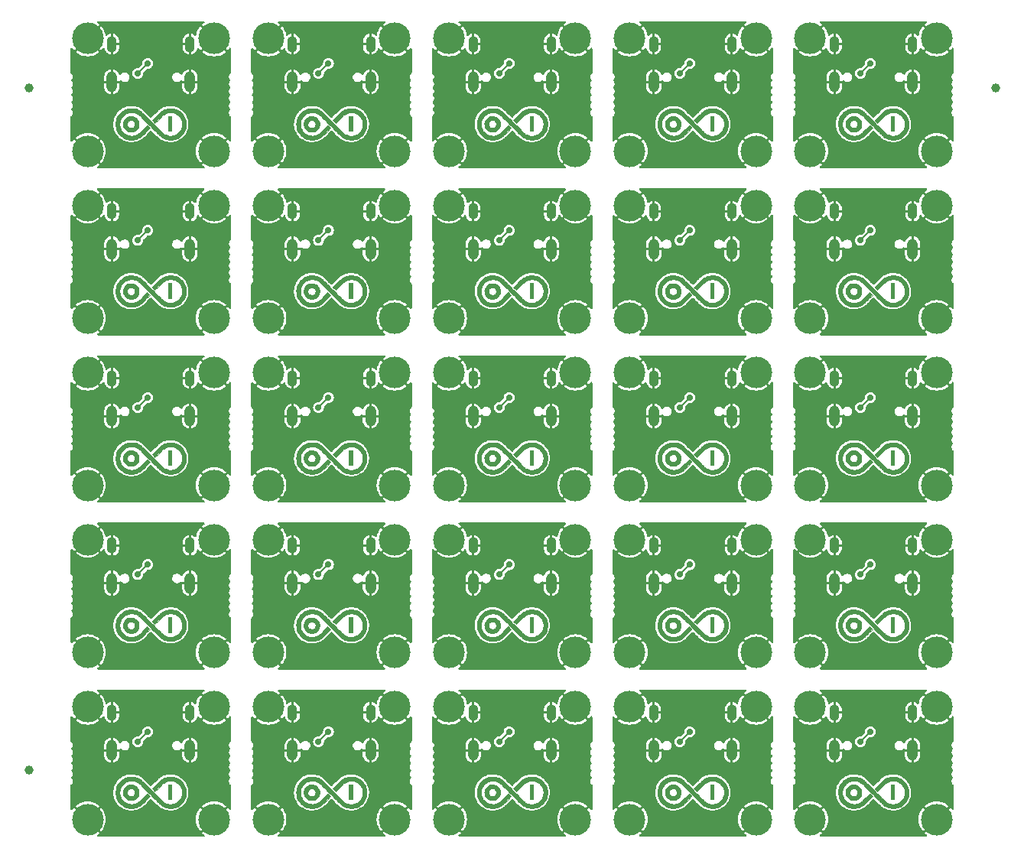
<source format=gbl>
%TF.GenerationSoftware,KiCad,Pcbnew,8.0.4*%
%TF.CreationDate,2024-08-27T11:33:20+08:00*%
%TF.ProjectId,c3-fpc-panelized_output,63332d66-7063-42d7-9061-6e656c697a65,rev?*%
%TF.SameCoordinates,PX5836c38PY1312d00*%
%TF.FileFunction,Copper,L2,Bot*%
%TF.FilePolarity,Positive*%
%FSLAX46Y46*%
G04 Gerber Fmt 4.6, Leading zero omitted, Abs format (unit mm)*
G04 Created by KiCad (PCBNEW 8.0.4) date 2024-08-27 11:33:20*
%MOMM*%
%LPD*%
G01*
G04 APERTURE LIST*
%TA.AperFunction,EtchedComponent*%
%ADD10C,0.000000*%
%TD*%
%TA.AperFunction,EtchedComponent*%
%ADD11C,0.010000*%
%TD*%
%TA.AperFunction,ComponentPad*%
%ADD12C,3.500000*%
%TD*%
%TA.AperFunction,ComponentPad*%
%ADD13O,1.200000X2.300000*%
%TD*%
%TA.AperFunction,ComponentPad*%
%ADD14O,1.100000X1.800000*%
%TD*%
%TA.AperFunction,SMDPad,CuDef*%
%ADD15C,1.000000*%
%TD*%
%TA.AperFunction,ViaPad*%
%ADD16C,0.700000*%
%TD*%
%TA.AperFunction,Conductor*%
%ADD17C,0.200000*%
%TD*%
G04 APERTURE END LIST*
D10*
%TA.AperFunction,EtchedComponent*%
%TO.C,G\u002A\u002A\u002A*%
G36*
X98379364Y-67865909D02*
G01*
X97940637Y-67865909D01*
X97940637Y-66134091D01*
X98379364Y-66134091D01*
X98379364Y-67865909D01*
G37*
%TD.AperFunction*%
D11*
X94664530Y-67028514D02*
X94657134Y-67131464D01*
X94640122Y-67222674D01*
X94595247Y-67349244D01*
X94530125Y-67468410D01*
X94447502Y-67576043D01*
X94349594Y-67670021D01*
X94238617Y-67748220D01*
X94116786Y-67808520D01*
X93986319Y-67848797D01*
X93933358Y-67857450D01*
X93851644Y-67863563D01*
X93763949Y-67863898D01*
X93679517Y-67858489D01*
X93607598Y-67847372D01*
X93501585Y-67816282D01*
X93377562Y-67759282D01*
X93264501Y-67683843D01*
X93164432Y-67591888D01*
X93079386Y-67485340D01*
X93011392Y-67366124D01*
X92962481Y-67236161D01*
X92946791Y-67164540D01*
X92936086Y-67063464D01*
X92935779Y-67029249D01*
X93362245Y-67029249D01*
X93376507Y-67114502D01*
X93407993Y-67195890D01*
X93456714Y-67270545D01*
X93522677Y-67335598D01*
X93605892Y-67388181D01*
X93636286Y-67402646D01*
X93681964Y-67420448D01*
X93724853Y-67430007D01*
X93775563Y-67434202D01*
X93822001Y-67434541D01*
X93868692Y-67431923D01*
X93902793Y-67426842D01*
X93928124Y-67419427D01*
X94009721Y-67381583D01*
X94084994Y-67326388D01*
X94148699Y-67258236D01*
X94195590Y-67181522D01*
X94202997Y-67165096D01*
X94216505Y-67129939D01*
X94224312Y-67096127D01*
X94227906Y-67055525D01*
X94228773Y-67000000D01*
X94228656Y-66975261D01*
X94226866Y-66926741D01*
X94221750Y-66889860D01*
X94211820Y-66856483D01*
X94195590Y-66818478D01*
X94171826Y-66775347D01*
X94116528Y-66705090D01*
X94047852Y-66644113D01*
X93971917Y-66598439D01*
X93970193Y-66597640D01*
X93932827Y-66582187D01*
X93897821Y-66573009D01*
X93856710Y-66568565D01*
X93801032Y-66567314D01*
X93761757Y-66567531D01*
X93720666Y-66569928D01*
X93687332Y-66576578D01*
X93652839Y-66589488D01*
X93608269Y-66610663D01*
X93549012Y-66645402D01*
X93477278Y-66706954D01*
X93422726Y-66778983D01*
X93385364Y-66858621D01*
X93365201Y-66942999D01*
X93362245Y-67029249D01*
X92935779Y-67029249D01*
X92935132Y-66957180D01*
X92943931Y-66854400D01*
X92962481Y-66763838D01*
X92975802Y-66721351D01*
X93031739Y-66591660D01*
X93106448Y-66474813D01*
X93198823Y-66372105D01*
X93307755Y-66284833D01*
X93432137Y-66214291D01*
X93527958Y-66175134D01*
X93624673Y-66149320D01*
X93726344Y-66137122D01*
X93840729Y-66137073D01*
X93878549Y-66139317D01*
X94002554Y-66156078D01*
X94113873Y-66188006D01*
X94216720Y-66236988D01*
X94315307Y-66304909D01*
X94413849Y-66393655D01*
X94475586Y-66460355D01*
X94547305Y-66558066D01*
X94601148Y-66662022D01*
X94640122Y-66777326D01*
X94650473Y-66824395D01*
X94662309Y-66923073D01*
X94663930Y-67000000D01*
X94664530Y-67028514D01*
%TA.AperFunction,EtchedComponent*%
G36*
X94664530Y-67028514D02*
G01*
X94657134Y-67131464D01*
X94640122Y-67222674D01*
X94595247Y-67349244D01*
X94530125Y-67468410D01*
X94447502Y-67576043D01*
X94349594Y-67670021D01*
X94238617Y-67748220D01*
X94116786Y-67808520D01*
X93986319Y-67848797D01*
X93933358Y-67857450D01*
X93851644Y-67863563D01*
X93763949Y-67863898D01*
X93679517Y-67858489D01*
X93607598Y-67847372D01*
X93501585Y-67816282D01*
X93377562Y-67759282D01*
X93264501Y-67683843D01*
X93164432Y-67591888D01*
X93079386Y-67485340D01*
X93011392Y-67366124D01*
X92962481Y-67236161D01*
X92946791Y-67164540D01*
X92936086Y-67063464D01*
X92935779Y-67029249D01*
X93362245Y-67029249D01*
X93376507Y-67114502D01*
X93407993Y-67195890D01*
X93456714Y-67270545D01*
X93522677Y-67335598D01*
X93605892Y-67388181D01*
X93636286Y-67402646D01*
X93681964Y-67420448D01*
X93724853Y-67430007D01*
X93775563Y-67434202D01*
X93822001Y-67434541D01*
X93868692Y-67431923D01*
X93902793Y-67426842D01*
X93928124Y-67419427D01*
X94009721Y-67381583D01*
X94084994Y-67326388D01*
X94148699Y-67258236D01*
X94195590Y-67181522D01*
X94202997Y-67165096D01*
X94216505Y-67129939D01*
X94224312Y-67096127D01*
X94227906Y-67055525D01*
X94228773Y-67000000D01*
X94228656Y-66975261D01*
X94226866Y-66926741D01*
X94221750Y-66889860D01*
X94211820Y-66856483D01*
X94195590Y-66818478D01*
X94171826Y-66775347D01*
X94116528Y-66705090D01*
X94047852Y-66644113D01*
X93971917Y-66598439D01*
X93970193Y-66597640D01*
X93932827Y-66582187D01*
X93897821Y-66573009D01*
X93856710Y-66568565D01*
X93801032Y-66567314D01*
X93761757Y-66567531D01*
X93720666Y-66569928D01*
X93687332Y-66576578D01*
X93652839Y-66589488D01*
X93608269Y-66610663D01*
X93549012Y-66645402D01*
X93477278Y-66706954D01*
X93422726Y-66778983D01*
X93385364Y-66858621D01*
X93365201Y-66942999D01*
X93362245Y-67029249D01*
X92935779Y-67029249D01*
X92935132Y-66957180D01*
X92943931Y-66854400D01*
X92962481Y-66763838D01*
X92975802Y-66721351D01*
X93031739Y-66591660D01*
X93106448Y-66474813D01*
X93198823Y-66372105D01*
X93307755Y-66284833D01*
X93432137Y-66214291D01*
X93527958Y-66175134D01*
X93624673Y-66149320D01*
X93726344Y-66137122D01*
X93840729Y-66137073D01*
X93878549Y-66139317D01*
X94002554Y-66156078D01*
X94113873Y-66188006D01*
X94216720Y-66236988D01*
X94315307Y-66304909D01*
X94413849Y-66393655D01*
X94475586Y-66460355D01*
X94547305Y-66558066D01*
X94601148Y-66662022D01*
X94640122Y-66777326D01*
X94650473Y-66824395D01*
X94662309Y-66923073D01*
X94663930Y-67000000D01*
X94664530Y-67028514D01*
G37*
%TD.AperFunction*%
X98353165Y-65269923D02*
X98544506Y-65302168D01*
X98730691Y-65355760D01*
X98909989Y-65430065D01*
X99080669Y-65524449D01*
X99240999Y-65638279D01*
X99389248Y-65770919D01*
X99409600Y-65791603D01*
X99539089Y-65940284D01*
X99648102Y-66098578D01*
X99737895Y-66268517D01*
X99809722Y-66452135D01*
X99832075Y-66523277D01*
X99861874Y-66638440D01*
X99881529Y-66750692D01*
X99892358Y-66868416D01*
X99895676Y-67000000D01*
X99894599Y-67078193D01*
X99887103Y-67200747D01*
X99871335Y-67314286D01*
X99845980Y-67427197D01*
X99809722Y-67547864D01*
X99800463Y-67575154D01*
X99726133Y-67756683D01*
X99633657Y-67924824D01*
X99521780Y-68081612D01*
X99389248Y-68229080D01*
X99243996Y-68359453D01*
X99082384Y-68474760D01*
X98909832Y-68570300D01*
X98727752Y-68645393D01*
X98537558Y-68699364D01*
X98340664Y-68731534D01*
X98219330Y-68739647D01*
X98035224Y-68735373D01*
X97850940Y-68712268D01*
X97670802Y-68671167D01*
X97499138Y-68612906D01*
X97340273Y-68538320D01*
X97325062Y-68530011D01*
X97295947Y-68513963D01*
X97268522Y-68498357D01*
X97241882Y-68482358D01*
X97215127Y-68465128D01*
X97187354Y-68445829D01*
X97157661Y-68423625D01*
X97125144Y-68397679D01*
X97088903Y-68367154D01*
X97048034Y-68331212D01*
X97001635Y-68289017D01*
X96948805Y-68239732D01*
X96888640Y-68182519D01*
X96820238Y-68116542D01*
X96742697Y-68040962D01*
X96655116Y-67954945D01*
X96556590Y-67857651D01*
X96446219Y-67748245D01*
X96323099Y-67625890D01*
X96186329Y-67489747D01*
X96035006Y-67338981D01*
X95868228Y-67172753D01*
X95724173Y-67029288D01*
X95567525Y-66873574D01*
X95420318Y-66727567D01*
X95283172Y-66591873D01*
X95156708Y-66467101D01*
X95041546Y-66353857D01*
X94938307Y-66252750D01*
X94847611Y-66164386D01*
X94770079Y-66089374D01*
X94706332Y-66028320D01*
X94656989Y-65981833D01*
X94622672Y-65950520D01*
X94604000Y-65934988D01*
X94497982Y-65867330D01*
X94343622Y-65790759D01*
X94183398Y-65736396D01*
X94016471Y-65703973D01*
X93842000Y-65693225D01*
X93703134Y-65699637D01*
X93549593Y-65724253D01*
X93400994Y-65768565D01*
X93251872Y-65833875D01*
X93198164Y-65862361D01*
X93058431Y-65952246D01*
X92933768Y-66058140D01*
X92820955Y-66182648D01*
X92766950Y-66257786D01*
X92708409Y-66355599D01*
X92654412Y-66462055D01*
X92608727Y-66569669D01*
X92575124Y-66670954D01*
X92566856Y-66701712D01*
X92557632Y-66740317D01*
X92551186Y-66776586D01*
X92547027Y-66815604D01*
X92544664Y-66862455D01*
X92543606Y-66922226D01*
X92543362Y-67000000D01*
X92543467Y-67055980D01*
X92544222Y-67120752D01*
X92546131Y-67171040D01*
X92549685Y-67211928D01*
X92555374Y-67248502D01*
X92563690Y-67285846D01*
X92575124Y-67329045D01*
X92605126Y-67420774D01*
X92649871Y-67528123D01*
X92703270Y-67634993D01*
X92761555Y-67733898D01*
X92820955Y-67817351D01*
X92859622Y-67863359D01*
X92981694Y-67984777D01*
X93118630Y-68089286D01*
X93268486Y-68175526D01*
X93429312Y-68242139D01*
X93492193Y-68261417D01*
X93646443Y-68293017D01*
X93806904Y-68305822D01*
X93969286Y-68300122D01*
X94129297Y-68276208D01*
X94282647Y-68234369D01*
X94425046Y-68174894D01*
X94464507Y-68154420D01*
X94502337Y-68133099D01*
X94539480Y-68109847D01*
X94577620Y-68083207D01*
X94618442Y-68051724D01*
X94663631Y-68013940D01*
X94714871Y-67968400D01*
X94773847Y-67913647D01*
X94842243Y-67848224D01*
X94921744Y-67770676D01*
X95014035Y-67679545D01*
X95120799Y-67573375D01*
X95574097Y-67121615D01*
X95726935Y-67274676D01*
X95879773Y-67427738D01*
X95412182Y-67892723D01*
X95361962Y-67942627D01*
X95260352Y-68043245D01*
X95172425Y-68129590D01*
X95096437Y-68203161D01*
X95030641Y-68265462D01*
X94973292Y-68317993D01*
X94922644Y-68362257D01*
X94876952Y-68399755D01*
X94834470Y-68431989D01*
X94793452Y-68460461D01*
X94752153Y-68486673D01*
X94708827Y-68512125D01*
X94661728Y-68538320D01*
X94519876Y-68605751D01*
X94352547Y-68664458D01*
X94174504Y-68707385D01*
X93989934Y-68733318D01*
X93843600Y-68740340D01*
X93648836Y-68730076D01*
X93457495Y-68697831D01*
X93271310Y-68644239D01*
X93092012Y-68569934D01*
X92921332Y-68475550D01*
X92761002Y-68361720D01*
X92612753Y-68229080D01*
X92592401Y-68208396D01*
X92462912Y-68059715D01*
X92353899Y-67901421D01*
X92264106Y-67731482D01*
X92192279Y-67547864D01*
X92169926Y-67476722D01*
X92140127Y-67361559D01*
X92120472Y-67249308D01*
X92109643Y-67131583D01*
X92106325Y-67000000D01*
X92107402Y-66921807D01*
X92114898Y-66799253D01*
X92130666Y-66685713D01*
X92156021Y-66572802D01*
X92192279Y-66452135D01*
X92201538Y-66424845D01*
X92275868Y-66243317D01*
X92368344Y-66075175D01*
X92480221Y-65918387D01*
X92612753Y-65770919D01*
X92635318Y-65748659D01*
X92765497Y-65633561D01*
X92902806Y-65535450D01*
X93054338Y-65449157D01*
X93130364Y-65412272D01*
X93264094Y-65357578D01*
X93399586Y-65316273D01*
X93543504Y-65286479D01*
X93702509Y-65266316D01*
X93802174Y-65260371D01*
X93979801Y-65265459D01*
X94159604Y-65289160D01*
X94336550Y-65330447D01*
X94505602Y-65388295D01*
X94661728Y-65461679D01*
X94677171Y-65470115D01*
X94706292Y-65486166D01*
X94733721Y-65501772D01*
X94760362Y-65517772D01*
X94787116Y-65535000D01*
X94814887Y-65554296D01*
X94844576Y-65576496D01*
X94877085Y-65602437D01*
X94913318Y-65632956D01*
X94954177Y-65668890D01*
X95000564Y-65711077D01*
X95053382Y-65760354D01*
X95113532Y-65817558D01*
X95181918Y-65883525D01*
X95259442Y-65959094D01*
X95347006Y-66045100D01*
X95445513Y-66142382D01*
X95555865Y-66251777D01*
X95678965Y-66374121D01*
X95815714Y-66510252D01*
X95967016Y-66661007D01*
X96133773Y-66827223D01*
X96275660Y-66968540D01*
X96432765Y-67124722D01*
X96580357Y-67271123D01*
X96717821Y-67407144D01*
X96844544Y-67532183D01*
X96959913Y-67645639D01*
X97063312Y-67746911D01*
X97154130Y-67835399D01*
X97231751Y-67910501D01*
X97295563Y-67971616D01*
X97344951Y-68018144D01*
X97379301Y-68049484D01*
X97398000Y-68065034D01*
X97504101Y-68132719D01*
X97658471Y-68209276D01*
X97818673Y-68263623D01*
X97985564Y-68296031D01*
X98160000Y-68306774D01*
X98298867Y-68300363D01*
X98452408Y-68275746D01*
X98601007Y-68231434D01*
X98750129Y-68166125D01*
X98803837Y-68137638D01*
X98943570Y-68047753D01*
X99068233Y-67941859D01*
X99181046Y-67817351D01*
X99235051Y-67742213D01*
X99293592Y-67644400D01*
X99347589Y-67537944D01*
X99393274Y-67430330D01*
X99426877Y-67329045D01*
X99435145Y-67298287D01*
X99444369Y-67259682D01*
X99450815Y-67223413D01*
X99454974Y-67184395D01*
X99457337Y-67137544D01*
X99458395Y-67077774D01*
X99458639Y-67000000D01*
X99458534Y-66944019D01*
X99457779Y-66879247D01*
X99455870Y-66828959D01*
X99452316Y-66788071D01*
X99446627Y-66751497D01*
X99438311Y-66714154D01*
X99426877Y-66670954D01*
X99396875Y-66579225D01*
X99352130Y-66471876D01*
X99298731Y-66365006D01*
X99240446Y-66266101D01*
X99181046Y-66182648D01*
X99083336Y-66073521D01*
X98954621Y-65960567D01*
X98813669Y-65866402D01*
X98662105Y-65791806D01*
X98501555Y-65737558D01*
X98333645Y-65704438D01*
X98160001Y-65693225D01*
X98035934Y-65698584D01*
X97866793Y-65724636D01*
X97704625Y-65772560D01*
X97548628Y-65842609D01*
X97398000Y-65935039D01*
X97389682Y-65941369D01*
X97360400Y-65966401D01*
X97317487Y-66005297D01*
X97262758Y-66056329D01*
X97198029Y-66117765D01*
X97125116Y-66187878D01*
X97045834Y-66264935D01*
X96961999Y-66347207D01*
X96875427Y-66432965D01*
X96427899Y-66878381D01*
X96275064Y-66725321D01*
X96122228Y-66572261D01*
X96589819Y-66107277D01*
X96640039Y-66057372D01*
X96741649Y-65956754D01*
X96829576Y-65870410D01*
X96905564Y-65796838D01*
X96971360Y-65734537D01*
X97028709Y-65682006D01*
X97079357Y-65637742D01*
X97125049Y-65600244D01*
X97167531Y-65568010D01*
X97208549Y-65539538D01*
X97249848Y-65513327D01*
X97293174Y-65487874D01*
X97340273Y-65461679D01*
X97482125Y-65394248D01*
X97649454Y-65335541D01*
X97827497Y-65292614D01*
X98012067Y-65266681D01*
X98158401Y-65259659D01*
X98353165Y-65269923D01*
%TA.AperFunction,EtchedComponent*%
G36*
X98353165Y-65269923D02*
G01*
X98544506Y-65302168D01*
X98730691Y-65355760D01*
X98909989Y-65430065D01*
X99080669Y-65524449D01*
X99240999Y-65638279D01*
X99389248Y-65770919D01*
X99409600Y-65791603D01*
X99539089Y-65940284D01*
X99648102Y-66098578D01*
X99737895Y-66268517D01*
X99809722Y-66452135D01*
X99832075Y-66523277D01*
X99861874Y-66638440D01*
X99881529Y-66750692D01*
X99892358Y-66868416D01*
X99895676Y-67000000D01*
X99894599Y-67078193D01*
X99887103Y-67200747D01*
X99871335Y-67314286D01*
X99845980Y-67427197D01*
X99809722Y-67547864D01*
X99800463Y-67575154D01*
X99726133Y-67756683D01*
X99633657Y-67924824D01*
X99521780Y-68081612D01*
X99389248Y-68229080D01*
X99243996Y-68359453D01*
X99082384Y-68474760D01*
X98909832Y-68570300D01*
X98727752Y-68645393D01*
X98537558Y-68699364D01*
X98340664Y-68731534D01*
X98219330Y-68739647D01*
X98035224Y-68735373D01*
X97850940Y-68712268D01*
X97670802Y-68671167D01*
X97499138Y-68612906D01*
X97340273Y-68538320D01*
X97325062Y-68530011D01*
X97295947Y-68513963D01*
X97268522Y-68498357D01*
X97241882Y-68482358D01*
X97215127Y-68465128D01*
X97187354Y-68445829D01*
X97157661Y-68423625D01*
X97125144Y-68397679D01*
X97088903Y-68367154D01*
X97048034Y-68331212D01*
X97001635Y-68289017D01*
X96948805Y-68239732D01*
X96888640Y-68182519D01*
X96820238Y-68116542D01*
X96742697Y-68040962D01*
X96655116Y-67954945D01*
X96556590Y-67857651D01*
X96446219Y-67748245D01*
X96323099Y-67625890D01*
X96186329Y-67489747D01*
X96035006Y-67338981D01*
X95868228Y-67172753D01*
X95724173Y-67029288D01*
X95567525Y-66873574D01*
X95420318Y-66727567D01*
X95283172Y-66591873D01*
X95156708Y-66467101D01*
X95041546Y-66353857D01*
X94938307Y-66252750D01*
X94847611Y-66164386D01*
X94770079Y-66089374D01*
X94706332Y-66028320D01*
X94656989Y-65981833D01*
X94622672Y-65950520D01*
X94604000Y-65934988D01*
X94497982Y-65867330D01*
X94343622Y-65790759D01*
X94183398Y-65736396D01*
X94016471Y-65703973D01*
X93842000Y-65693225D01*
X93703134Y-65699637D01*
X93549593Y-65724253D01*
X93400994Y-65768565D01*
X93251872Y-65833875D01*
X93198164Y-65862361D01*
X93058431Y-65952246D01*
X92933768Y-66058140D01*
X92820955Y-66182648D01*
X92766950Y-66257786D01*
X92708409Y-66355599D01*
X92654412Y-66462055D01*
X92608727Y-66569669D01*
X92575124Y-66670954D01*
X92566856Y-66701712D01*
X92557632Y-66740317D01*
X92551186Y-66776586D01*
X92547027Y-66815604D01*
X92544664Y-66862455D01*
X92543606Y-66922226D01*
X92543362Y-67000000D01*
X92543467Y-67055980D01*
X92544222Y-67120752D01*
X92546131Y-67171040D01*
X92549685Y-67211928D01*
X92555374Y-67248502D01*
X92563690Y-67285846D01*
X92575124Y-67329045D01*
X92605126Y-67420774D01*
X92649871Y-67528123D01*
X92703270Y-67634993D01*
X92761555Y-67733898D01*
X92820955Y-67817351D01*
X92859622Y-67863359D01*
X92981694Y-67984777D01*
X93118630Y-68089286D01*
X93268486Y-68175526D01*
X93429312Y-68242139D01*
X93492193Y-68261417D01*
X93646443Y-68293017D01*
X93806904Y-68305822D01*
X93969286Y-68300122D01*
X94129297Y-68276208D01*
X94282647Y-68234369D01*
X94425046Y-68174894D01*
X94464507Y-68154420D01*
X94502337Y-68133099D01*
X94539480Y-68109847D01*
X94577620Y-68083207D01*
X94618442Y-68051724D01*
X94663631Y-68013940D01*
X94714871Y-67968400D01*
X94773847Y-67913647D01*
X94842243Y-67848224D01*
X94921744Y-67770676D01*
X95014035Y-67679545D01*
X95120799Y-67573375D01*
X95574097Y-67121615D01*
X95726935Y-67274676D01*
X95879773Y-67427738D01*
X95412182Y-67892723D01*
X95361962Y-67942627D01*
X95260352Y-68043245D01*
X95172425Y-68129590D01*
X95096437Y-68203161D01*
X95030641Y-68265462D01*
X94973292Y-68317993D01*
X94922644Y-68362257D01*
X94876952Y-68399755D01*
X94834470Y-68431989D01*
X94793452Y-68460461D01*
X94752153Y-68486673D01*
X94708827Y-68512125D01*
X94661728Y-68538320D01*
X94519876Y-68605751D01*
X94352547Y-68664458D01*
X94174504Y-68707385D01*
X93989934Y-68733318D01*
X93843600Y-68740340D01*
X93648836Y-68730076D01*
X93457495Y-68697831D01*
X93271310Y-68644239D01*
X93092012Y-68569934D01*
X92921332Y-68475550D01*
X92761002Y-68361720D01*
X92612753Y-68229080D01*
X92592401Y-68208396D01*
X92462912Y-68059715D01*
X92353899Y-67901421D01*
X92264106Y-67731482D01*
X92192279Y-67547864D01*
X92169926Y-67476722D01*
X92140127Y-67361559D01*
X92120472Y-67249308D01*
X92109643Y-67131583D01*
X92106325Y-67000000D01*
X92107402Y-66921807D01*
X92114898Y-66799253D01*
X92130666Y-66685713D01*
X92156021Y-66572802D01*
X92192279Y-66452135D01*
X92201538Y-66424845D01*
X92275868Y-66243317D01*
X92368344Y-66075175D01*
X92480221Y-65918387D01*
X92612753Y-65770919D01*
X92635318Y-65748659D01*
X92765497Y-65633561D01*
X92902806Y-65535450D01*
X93054338Y-65449157D01*
X93130364Y-65412272D01*
X93264094Y-65357578D01*
X93399586Y-65316273D01*
X93543504Y-65286479D01*
X93702509Y-65266316D01*
X93802174Y-65260371D01*
X93979801Y-65265459D01*
X94159604Y-65289160D01*
X94336550Y-65330447D01*
X94505602Y-65388295D01*
X94661728Y-65461679D01*
X94677171Y-65470115D01*
X94706292Y-65486166D01*
X94733721Y-65501772D01*
X94760362Y-65517772D01*
X94787116Y-65535000D01*
X94814887Y-65554296D01*
X94844576Y-65576496D01*
X94877085Y-65602437D01*
X94913318Y-65632956D01*
X94954177Y-65668890D01*
X95000564Y-65711077D01*
X95053382Y-65760354D01*
X95113532Y-65817558D01*
X95181918Y-65883525D01*
X95259442Y-65959094D01*
X95347006Y-66045100D01*
X95445513Y-66142382D01*
X95555865Y-66251777D01*
X95678965Y-66374121D01*
X95815714Y-66510252D01*
X95967016Y-66661007D01*
X96133773Y-66827223D01*
X96275660Y-66968540D01*
X96432765Y-67124722D01*
X96580357Y-67271123D01*
X96717821Y-67407144D01*
X96844544Y-67532183D01*
X96959913Y-67645639D01*
X97063312Y-67746911D01*
X97154130Y-67835399D01*
X97231751Y-67910501D01*
X97295563Y-67971616D01*
X97344951Y-68018144D01*
X97379301Y-68049484D01*
X97398000Y-68065034D01*
X97504101Y-68132719D01*
X97658471Y-68209276D01*
X97818673Y-68263623D01*
X97985564Y-68296031D01*
X98160000Y-68306774D01*
X98298867Y-68300363D01*
X98452408Y-68275746D01*
X98601007Y-68231434D01*
X98750129Y-68166125D01*
X98803837Y-68137638D01*
X98943570Y-68047753D01*
X99068233Y-67941859D01*
X99181046Y-67817351D01*
X99235051Y-67742213D01*
X99293592Y-67644400D01*
X99347589Y-67537944D01*
X99393274Y-67430330D01*
X99426877Y-67329045D01*
X99435145Y-67298287D01*
X99444369Y-67259682D01*
X99450815Y-67223413D01*
X99454974Y-67184395D01*
X99457337Y-67137544D01*
X99458395Y-67077774D01*
X99458639Y-67000000D01*
X99458534Y-66944019D01*
X99457779Y-66879247D01*
X99455870Y-66828959D01*
X99452316Y-66788071D01*
X99446627Y-66751497D01*
X99438311Y-66714154D01*
X99426877Y-66670954D01*
X99396875Y-66579225D01*
X99352130Y-66471876D01*
X99298731Y-66365006D01*
X99240446Y-66266101D01*
X99181046Y-66182648D01*
X99083336Y-66073521D01*
X98954621Y-65960567D01*
X98813669Y-65866402D01*
X98662105Y-65791806D01*
X98501555Y-65737558D01*
X98333645Y-65704438D01*
X98160001Y-65693225D01*
X98035934Y-65698584D01*
X97866793Y-65724636D01*
X97704625Y-65772560D01*
X97548628Y-65842609D01*
X97398000Y-65935039D01*
X97389682Y-65941369D01*
X97360400Y-65966401D01*
X97317487Y-66005297D01*
X97262758Y-66056329D01*
X97198029Y-66117765D01*
X97125116Y-66187878D01*
X97045834Y-66264935D01*
X96961999Y-66347207D01*
X96875427Y-66432965D01*
X96427899Y-66878381D01*
X96275064Y-66725321D01*
X96122228Y-66572261D01*
X96589819Y-66107277D01*
X96640039Y-66057372D01*
X96741649Y-65956754D01*
X96829576Y-65870410D01*
X96905564Y-65796838D01*
X96971360Y-65734537D01*
X97028709Y-65682006D01*
X97079357Y-65637742D01*
X97125049Y-65600244D01*
X97167531Y-65568010D01*
X97208549Y-65539538D01*
X97249848Y-65513327D01*
X97293174Y-65487874D01*
X97340273Y-65461679D01*
X97482125Y-65394248D01*
X97649454Y-65335541D01*
X97827497Y-65292614D01*
X98012067Y-65266681D01*
X98158401Y-65259659D01*
X98353165Y-65269923D01*
G37*
%TD.AperFunction*%
D10*
%TA.AperFunction,EtchedComponent*%
G36*
X98379364Y-49365909D02*
G01*
X97940637Y-49365909D01*
X97940637Y-47634091D01*
X98379364Y-47634091D01*
X98379364Y-49365909D01*
G37*
%TD.AperFunction*%
D11*
X94664530Y-48528514D02*
X94657134Y-48631464D01*
X94640122Y-48722674D01*
X94595247Y-48849244D01*
X94530125Y-48968410D01*
X94447502Y-49076043D01*
X94349594Y-49170021D01*
X94238617Y-49248220D01*
X94116786Y-49308520D01*
X93986319Y-49348797D01*
X93933358Y-49357450D01*
X93851644Y-49363563D01*
X93763949Y-49363898D01*
X93679517Y-49358489D01*
X93607598Y-49347372D01*
X93501585Y-49316282D01*
X93377562Y-49259282D01*
X93264501Y-49183843D01*
X93164432Y-49091888D01*
X93079386Y-48985340D01*
X93011392Y-48866124D01*
X92962481Y-48736161D01*
X92946791Y-48664540D01*
X92936086Y-48563464D01*
X92935779Y-48529249D01*
X93362245Y-48529249D01*
X93376507Y-48614502D01*
X93407993Y-48695890D01*
X93456714Y-48770545D01*
X93522677Y-48835598D01*
X93605892Y-48888181D01*
X93636286Y-48902646D01*
X93681964Y-48920448D01*
X93724853Y-48930007D01*
X93775563Y-48934202D01*
X93822001Y-48934541D01*
X93868692Y-48931923D01*
X93902793Y-48926842D01*
X93928124Y-48919427D01*
X94009721Y-48881583D01*
X94084994Y-48826388D01*
X94148699Y-48758236D01*
X94195590Y-48681522D01*
X94202997Y-48665096D01*
X94216505Y-48629939D01*
X94224312Y-48596127D01*
X94227906Y-48555525D01*
X94228773Y-48500000D01*
X94228656Y-48475261D01*
X94226866Y-48426741D01*
X94221750Y-48389860D01*
X94211820Y-48356483D01*
X94195590Y-48318478D01*
X94171826Y-48275347D01*
X94116528Y-48205090D01*
X94047852Y-48144113D01*
X93971917Y-48098439D01*
X93970193Y-48097640D01*
X93932827Y-48082187D01*
X93897821Y-48073009D01*
X93856710Y-48068565D01*
X93801032Y-48067314D01*
X93761757Y-48067531D01*
X93720666Y-48069928D01*
X93687332Y-48076578D01*
X93652839Y-48089488D01*
X93608269Y-48110663D01*
X93549012Y-48145402D01*
X93477278Y-48206954D01*
X93422726Y-48278983D01*
X93385364Y-48358621D01*
X93365201Y-48442999D01*
X93362245Y-48529249D01*
X92935779Y-48529249D01*
X92935132Y-48457180D01*
X92943931Y-48354400D01*
X92962481Y-48263838D01*
X92975802Y-48221351D01*
X93031739Y-48091660D01*
X93106448Y-47974813D01*
X93198823Y-47872105D01*
X93307755Y-47784833D01*
X93432137Y-47714291D01*
X93527958Y-47675134D01*
X93624673Y-47649320D01*
X93726344Y-47637122D01*
X93840729Y-47637073D01*
X93878549Y-47639317D01*
X94002554Y-47656078D01*
X94113873Y-47688006D01*
X94216720Y-47736988D01*
X94315307Y-47804909D01*
X94413849Y-47893655D01*
X94475586Y-47960355D01*
X94547305Y-48058066D01*
X94601148Y-48162022D01*
X94640122Y-48277326D01*
X94650473Y-48324395D01*
X94662309Y-48423073D01*
X94663930Y-48500000D01*
X94664530Y-48528514D01*
%TA.AperFunction,EtchedComponent*%
G36*
X94664530Y-48528514D02*
G01*
X94657134Y-48631464D01*
X94640122Y-48722674D01*
X94595247Y-48849244D01*
X94530125Y-48968410D01*
X94447502Y-49076043D01*
X94349594Y-49170021D01*
X94238617Y-49248220D01*
X94116786Y-49308520D01*
X93986319Y-49348797D01*
X93933358Y-49357450D01*
X93851644Y-49363563D01*
X93763949Y-49363898D01*
X93679517Y-49358489D01*
X93607598Y-49347372D01*
X93501585Y-49316282D01*
X93377562Y-49259282D01*
X93264501Y-49183843D01*
X93164432Y-49091888D01*
X93079386Y-48985340D01*
X93011392Y-48866124D01*
X92962481Y-48736161D01*
X92946791Y-48664540D01*
X92936086Y-48563464D01*
X92935779Y-48529249D01*
X93362245Y-48529249D01*
X93376507Y-48614502D01*
X93407993Y-48695890D01*
X93456714Y-48770545D01*
X93522677Y-48835598D01*
X93605892Y-48888181D01*
X93636286Y-48902646D01*
X93681964Y-48920448D01*
X93724853Y-48930007D01*
X93775563Y-48934202D01*
X93822001Y-48934541D01*
X93868692Y-48931923D01*
X93902793Y-48926842D01*
X93928124Y-48919427D01*
X94009721Y-48881583D01*
X94084994Y-48826388D01*
X94148699Y-48758236D01*
X94195590Y-48681522D01*
X94202997Y-48665096D01*
X94216505Y-48629939D01*
X94224312Y-48596127D01*
X94227906Y-48555525D01*
X94228773Y-48500000D01*
X94228656Y-48475261D01*
X94226866Y-48426741D01*
X94221750Y-48389860D01*
X94211820Y-48356483D01*
X94195590Y-48318478D01*
X94171826Y-48275347D01*
X94116528Y-48205090D01*
X94047852Y-48144113D01*
X93971917Y-48098439D01*
X93970193Y-48097640D01*
X93932827Y-48082187D01*
X93897821Y-48073009D01*
X93856710Y-48068565D01*
X93801032Y-48067314D01*
X93761757Y-48067531D01*
X93720666Y-48069928D01*
X93687332Y-48076578D01*
X93652839Y-48089488D01*
X93608269Y-48110663D01*
X93549012Y-48145402D01*
X93477278Y-48206954D01*
X93422726Y-48278983D01*
X93385364Y-48358621D01*
X93365201Y-48442999D01*
X93362245Y-48529249D01*
X92935779Y-48529249D01*
X92935132Y-48457180D01*
X92943931Y-48354400D01*
X92962481Y-48263838D01*
X92975802Y-48221351D01*
X93031739Y-48091660D01*
X93106448Y-47974813D01*
X93198823Y-47872105D01*
X93307755Y-47784833D01*
X93432137Y-47714291D01*
X93527958Y-47675134D01*
X93624673Y-47649320D01*
X93726344Y-47637122D01*
X93840729Y-47637073D01*
X93878549Y-47639317D01*
X94002554Y-47656078D01*
X94113873Y-47688006D01*
X94216720Y-47736988D01*
X94315307Y-47804909D01*
X94413849Y-47893655D01*
X94475586Y-47960355D01*
X94547305Y-48058066D01*
X94601148Y-48162022D01*
X94640122Y-48277326D01*
X94650473Y-48324395D01*
X94662309Y-48423073D01*
X94663930Y-48500000D01*
X94664530Y-48528514D01*
G37*
%TD.AperFunction*%
X98353165Y-46769923D02*
X98544506Y-46802168D01*
X98730691Y-46855760D01*
X98909989Y-46930065D01*
X99080669Y-47024449D01*
X99240999Y-47138279D01*
X99389248Y-47270919D01*
X99409600Y-47291603D01*
X99539089Y-47440284D01*
X99648102Y-47598578D01*
X99737895Y-47768517D01*
X99809722Y-47952135D01*
X99832075Y-48023277D01*
X99861874Y-48138440D01*
X99881529Y-48250692D01*
X99892358Y-48368416D01*
X99895676Y-48500000D01*
X99894599Y-48578193D01*
X99887103Y-48700747D01*
X99871335Y-48814286D01*
X99845980Y-48927197D01*
X99809722Y-49047864D01*
X99800463Y-49075154D01*
X99726133Y-49256683D01*
X99633657Y-49424824D01*
X99521780Y-49581612D01*
X99389248Y-49729080D01*
X99243996Y-49859453D01*
X99082384Y-49974760D01*
X98909832Y-50070300D01*
X98727752Y-50145393D01*
X98537558Y-50199364D01*
X98340664Y-50231534D01*
X98219330Y-50239647D01*
X98035224Y-50235373D01*
X97850940Y-50212268D01*
X97670802Y-50171167D01*
X97499138Y-50112906D01*
X97340273Y-50038320D01*
X97325062Y-50030011D01*
X97295947Y-50013963D01*
X97268522Y-49998357D01*
X97241882Y-49982358D01*
X97215127Y-49965128D01*
X97187354Y-49945829D01*
X97157661Y-49923625D01*
X97125144Y-49897679D01*
X97088903Y-49867154D01*
X97048034Y-49831212D01*
X97001635Y-49789017D01*
X96948805Y-49739732D01*
X96888640Y-49682519D01*
X96820238Y-49616542D01*
X96742697Y-49540962D01*
X96655116Y-49454945D01*
X96556590Y-49357651D01*
X96446219Y-49248245D01*
X96323099Y-49125890D01*
X96186329Y-48989747D01*
X96035006Y-48838981D01*
X95868228Y-48672753D01*
X95724173Y-48529288D01*
X95567525Y-48373574D01*
X95420318Y-48227567D01*
X95283172Y-48091873D01*
X95156708Y-47967101D01*
X95041546Y-47853857D01*
X94938307Y-47752750D01*
X94847611Y-47664386D01*
X94770079Y-47589374D01*
X94706332Y-47528320D01*
X94656989Y-47481833D01*
X94622672Y-47450520D01*
X94604000Y-47434988D01*
X94497982Y-47367330D01*
X94343622Y-47290759D01*
X94183398Y-47236396D01*
X94016471Y-47203973D01*
X93842000Y-47193225D01*
X93703134Y-47199637D01*
X93549593Y-47224253D01*
X93400994Y-47268565D01*
X93251872Y-47333875D01*
X93198164Y-47362361D01*
X93058431Y-47452246D01*
X92933768Y-47558140D01*
X92820955Y-47682648D01*
X92766950Y-47757786D01*
X92708409Y-47855599D01*
X92654412Y-47962055D01*
X92608727Y-48069669D01*
X92575124Y-48170954D01*
X92566856Y-48201712D01*
X92557632Y-48240317D01*
X92551186Y-48276586D01*
X92547027Y-48315604D01*
X92544664Y-48362455D01*
X92543606Y-48422226D01*
X92543362Y-48500000D01*
X92543467Y-48555980D01*
X92544222Y-48620752D01*
X92546131Y-48671040D01*
X92549685Y-48711928D01*
X92555374Y-48748502D01*
X92563690Y-48785846D01*
X92575124Y-48829045D01*
X92605126Y-48920774D01*
X92649871Y-49028123D01*
X92703270Y-49134993D01*
X92761555Y-49233898D01*
X92820955Y-49317351D01*
X92859622Y-49363359D01*
X92981694Y-49484777D01*
X93118630Y-49589286D01*
X93268486Y-49675526D01*
X93429312Y-49742139D01*
X93492193Y-49761417D01*
X93646443Y-49793017D01*
X93806904Y-49805822D01*
X93969286Y-49800122D01*
X94129297Y-49776208D01*
X94282647Y-49734369D01*
X94425046Y-49674894D01*
X94464507Y-49654420D01*
X94502337Y-49633099D01*
X94539480Y-49609847D01*
X94577620Y-49583207D01*
X94618442Y-49551724D01*
X94663631Y-49513940D01*
X94714871Y-49468400D01*
X94773847Y-49413647D01*
X94842243Y-49348224D01*
X94921744Y-49270676D01*
X95014035Y-49179545D01*
X95120799Y-49073375D01*
X95574097Y-48621615D01*
X95726935Y-48774676D01*
X95879773Y-48927738D01*
X95412182Y-49392723D01*
X95361962Y-49442627D01*
X95260352Y-49543245D01*
X95172425Y-49629590D01*
X95096437Y-49703161D01*
X95030641Y-49765462D01*
X94973292Y-49817993D01*
X94922644Y-49862257D01*
X94876952Y-49899755D01*
X94834470Y-49931989D01*
X94793452Y-49960461D01*
X94752153Y-49986673D01*
X94708827Y-50012125D01*
X94661728Y-50038320D01*
X94519876Y-50105751D01*
X94352547Y-50164458D01*
X94174504Y-50207385D01*
X93989934Y-50233318D01*
X93843600Y-50240340D01*
X93648836Y-50230076D01*
X93457495Y-50197831D01*
X93271310Y-50144239D01*
X93092012Y-50069934D01*
X92921332Y-49975550D01*
X92761002Y-49861720D01*
X92612753Y-49729080D01*
X92592401Y-49708396D01*
X92462912Y-49559715D01*
X92353899Y-49401421D01*
X92264106Y-49231482D01*
X92192279Y-49047864D01*
X92169926Y-48976722D01*
X92140127Y-48861559D01*
X92120472Y-48749308D01*
X92109643Y-48631583D01*
X92106325Y-48500000D01*
X92107402Y-48421807D01*
X92114898Y-48299253D01*
X92130666Y-48185713D01*
X92156021Y-48072802D01*
X92192279Y-47952135D01*
X92201538Y-47924845D01*
X92275868Y-47743317D01*
X92368344Y-47575175D01*
X92480221Y-47418387D01*
X92612753Y-47270919D01*
X92635318Y-47248659D01*
X92765497Y-47133561D01*
X92902806Y-47035450D01*
X93054338Y-46949157D01*
X93130364Y-46912272D01*
X93264094Y-46857578D01*
X93399586Y-46816273D01*
X93543504Y-46786479D01*
X93702509Y-46766316D01*
X93802174Y-46760371D01*
X93979801Y-46765459D01*
X94159604Y-46789160D01*
X94336550Y-46830447D01*
X94505602Y-46888295D01*
X94661728Y-46961679D01*
X94677171Y-46970115D01*
X94706292Y-46986166D01*
X94733721Y-47001772D01*
X94760362Y-47017772D01*
X94787116Y-47035000D01*
X94814887Y-47054296D01*
X94844576Y-47076496D01*
X94877085Y-47102437D01*
X94913318Y-47132956D01*
X94954177Y-47168890D01*
X95000564Y-47211077D01*
X95053382Y-47260354D01*
X95113532Y-47317558D01*
X95181918Y-47383525D01*
X95259442Y-47459094D01*
X95347006Y-47545100D01*
X95445513Y-47642382D01*
X95555865Y-47751777D01*
X95678965Y-47874121D01*
X95815714Y-48010252D01*
X95967016Y-48161007D01*
X96133773Y-48327223D01*
X96275660Y-48468540D01*
X96432765Y-48624722D01*
X96580357Y-48771123D01*
X96717821Y-48907144D01*
X96844544Y-49032183D01*
X96959913Y-49145639D01*
X97063312Y-49246911D01*
X97154130Y-49335399D01*
X97231751Y-49410501D01*
X97295563Y-49471616D01*
X97344951Y-49518144D01*
X97379301Y-49549484D01*
X97398000Y-49565034D01*
X97504101Y-49632719D01*
X97658471Y-49709276D01*
X97818673Y-49763623D01*
X97985564Y-49796031D01*
X98160000Y-49806774D01*
X98298867Y-49800363D01*
X98452408Y-49775746D01*
X98601007Y-49731434D01*
X98750129Y-49666125D01*
X98803837Y-49637638D01*
X98943570Y-49547753D01*
X99068233Y-49441859D01*
X99181046Y-49317351D01*
X99235051Y-49242213D01*
X99293592Y-49144400D01*
X99347589Y-49037944D01*
X99393274Y-48930330D01*
X99426877Y-48829045D01*
X99435145Y-48798287D01*
X99444369Y-48759682D01*
X99450815Y-48723413D01*
X99454974Y-48684395D01*
X99457337Y-48637544D01*
X99458395Y-48577774D01*
X99458639Y-48500000D01*
X99458534Y-48444019D01*
X99457779Y-48379247D01*
X99455870Y-48328959D01*
X99452316Y-48288071D01*
X99446627Y-48251497D01*
X99438311Y-48214154D01*
X99426877Y-48170954D01*
X99396875Y-48079225D01*
X99352130Y-47971876D01*
X99298731Y-47865006D01*
X99240446Y-47766101D01*
X99181046Y-47682648D01*
X99083336Y-47573521D01*
X98954621Y-47460567D01*
X98813669Y-47366402D01*
X98662105Y-47291806D01*
X98501555Y-47237558D01*
X98333645Y-47204438D01*
X98160001Y-47193225D01*
X98035934Y-47198584D01*
X97866793Y-47224636D01*
X97704625Y-47272560D01*
X97548628Y-47342609D01*
X97398000Y-47435039D01*
X97389682Y-47441369D01*
X97360400Y-47466401D01*
X97317487Y-47505297D01*
X97262758Y-47556329D01*
X97198029Y-47617765D01*
X97125116Y-47687878D01*
X97045834Y-47764935D01*
X96961999Y-47847207D01*
X96875427Y-47932965D01*
X96427899Y-48378381D01*
X96275064Y-48225321D01*
X96122228Y-48072261D01*
X96589819Y-47607277D01*
X96640039Y-47557372D01*
X96741649Y-47456754D01*
X96829576Y-47370410D01*
X96905564Y-47296838D01*
X96971360Y-47234537D01*
X97028709Y-47182006D01*
X97079357Y-47137742D01*
X97125049Y-47100244D01*
X97167531Y-47068010D01*
X97208549Y-47039538D01*
X97249848Y-47013327D01*
X97293174Y-46987874D01*
X97340273Y-46961679D01*
X97482125Y-46894248D01*
X97649454Y-46835541D01*
X97827497Y-46792614D01*
X98012067Y-46766681D01*
X98158401Y-46759659D01*
X98353165Y-46769923D01*
%TA.AperFunction,EtchedComponent*%
G36*
X98353165Y-46769923D02*
G01*
X98544506Y-46802168D01*
X98730691Y-46855760D01*
X98909989Y-46930065D01*
X99080669Y-47024449D01*
X99240999Y-47138279D01*
X99389248Y-47270919D01*
X99409600Y-47291603D01*
X99539089Y-47440284D01*
X99648102Y-47598578D01*
X99737895Y-47768517D01*
X99809722Y-47952135D01*
X99832075Y-48023277D01*
X99861874Y-48138440D01*
X99881529Y-48250692D01*
X99892358Y-48368416D01*
X99895676Y-48500000D01*
X99894599Y-48578193D01*
X99887103Y-48700747D01*
X99871335Y-48814286D01*
X99845980Y-48927197D01*
X99809722Y-49047864D01*
X99800463Y-49075154D01*
X99726133Y-49256683D01*
X99633657Y-49424824D01*
X99521780Y-49581612D01*
X99389248Y-49729080D01*
X99243996Y-49859453D01*
X99082384Y-49974760D01*
X98909832Y-50070300D01*
X98727752Y-50145393D01*
X98537558Y-50199364D01*
X98340664Y-50231534D01*
X98219330Y-50239647D01*
X98035224Y-50235373D01*
X97850940Y-50212268D01*
X97670802Y-50171167D01*
X97499138Y-50112906D01*
X97340273Y-50038320D01*
X97325062Y-50030011D01*
X97295947Y-50013963D01*
X97268522Y-49998357D01*
X97241882Y-49982358D01*
X97215127Y-49965128D01*
X97187354Y-49945829D01*
X97157661Y-49923625D01*
X97125144Y-49897679D01*
X97088903Y-49867154D01*
X97048034Y-49831212D01*
X97001635Y-49789017D01*
X96948805Y-49739732D01*
X96888640Y-49682519D01*
X96820238Y-49616542D01*
X96742697Y-49540962D01*
X96655116Y-49454945D01*
X96556590Y-49357651D01*
X96446219Y-49248245D01*
X96323099Y-49125890D01*
X96186329Y-48989747D01*
X96035006Y-48838981D01*
X95868228Y-48672753D01*
X95724173Y-48529288D01*
X95567525Y-48373574D01*
X95420318Y-48227567D01*
X95283172Y-48091873D01*
X95156708Y-47967101D01*
X95041546Y-47853857D01*
X94938307Y-47752750D01*
X94847611Y-47664386D01*
X94770079Y-47589374D01*
X94706332Y-47528320D01*
X94656989Y-47481833D01*
X94622672Y-47450520D01*
X94604000Y-47434988D01*
X94497982Y-47367330D01*
X94343622Y-47290759D01*
X94183398Y-47236396D01*
X94016471Y-47203973D01*
X93842000Y-47193225D01*
X93703134Y-47199637D01*
X93549593Y-47224253D01*
X93400994Y-47268565D01*
X93251872Y-47333875D01*
X93198164Y-47362361D01*
X93058431Y-47452246D01*
X92933768Y-47558140D01*
X92820955Y-47682648D01*
X92766950Y-47757786D01*
X92708409Y-47855599D01*
X92654412Y-47962055D01*
X92608727Y-48069669D01*
X92575124Y-48170954D01*
X92566856Y-48201712D01*
X92557632Y-48240317D01*
X92551186Y-48276586D01*
X92547027Y-48315604D01*
X92544664Y-48362455D01*
X92543606Y-48422226D01*
X92543362Y-48500000D01*
X92543467Y-48555980D01*
X92544222Y-48620752D01*
X92546131Y-48671040D01*
X92549685Y-48711928D01*
X92555374Y-48748502D01*
X92563690Y-48785846D01*
X92575124Y-48829045D01*
X92605126Y-48920774D01*
X92649871Y-49028123D01*
X92703270Y-49134993D01*
X92761555Y-49233898D01*
X92820955Y-49317351D01*
X92859622Y-49363359D01*
X92981694Y-49484777D01*
X93118630Y-49589286D01*
X93268486Y-49675526D01*
X93429312Y-49742139D01*
X93492193Y-49761417D01*
X93646443Y-49793017D01*
X93806904Y-49805822D01*
X93969286Y-49800122D01*
X94129297Y-49776208D01*
X94282647Y-49734369D01*
X94425046Y-49674894D01*
X94464507Y-49654420D01*
X94502337Y-49633099D01*
X94539480Y-49609847D01*
X94577620Y-49583207D01*
X94618442Y-49551724D01*
X94663631Y-49513940D01*
X94714871Y-49468400D01*
X94773847Y-49413647D01*
X94842243Y-49348224D01*
X94921744Y-49270676D01*
X95014035Y-49179545D01*
X95120799Y-49073375D01*
X95574097Y-48621615D01*
X95726935Y-48774676D01*
X95879773Y-48927738D01*
X95412182Y-49392723D01*
X95361962Y-49442627D01*
X95260352Y-49543245D01*
X95172425Y-49629590D01*
X95096437Y-49703161D01*
X95030641Y-49765462D01*
X94973292Y-49817993D01*
X94922644Y-49862257D01*
X94876952Y-49899755D01*
X94834470Y-49931989D01*
X94793452Y-49960461D01*
X94752153Y-49986673D01*
X94708827Y-50012125D01*
X94661728Y-50038320D01*
X94519876Y-50105751D01*
X94352547Y-50164458D01*
X94174504Y-50207385D01*
X93989934Y-50233318D01*
X93843600Y-50240340D01*
X93648836Y-50230076D01*
X93457495Y-50197831D01*
X93271310Y-50144239D01*
X93092012Y-50069934D01*
X92921332Y-49975550D01*
X92761002Y-49861720D01*
X92612753Y-49729080D01*
X92592401Y-49708396D01*
X92462912Y-49559715D01*
X92353899Y-49401421D01*
X92264106Y-49231482D01*
X92192279Y-49047864D01*
X92169926Y-48976722D01*
X92140127Y-48861559D01*
X92120472Y-48749308D01*
X92109643Y-48631583D01*
X92106325Y-48500000D01*
X92107402Y-48421807D01*
X92114898Y-48299253D01*
X92130666Y-48185713D01*
X92156021Y-48072802D01*
X92192279Y-47952135D01*
X92201538Y-47924845D01*
X92275868Y-47743317D01*
X92368344Y-47575175D01*
X92480221Y-47418387D01*
X92612753Y-47270919D01*
X92635318Y-47248659D01*
X92765497Y-47133561D01*
X92902806Y-47035450D01*
X93054338Y-46949157D01*
X93130364Y-46912272D01*
X93264094Y-46857578D01*
X93399586Y-46816273D01*
X93543504Y-46786479D01*
X93702509Y-46766316D01*
X93802174Y-46760371D01*
X93979801Y-46765459D01*
X94159604Y-46789160D01*
X94336550Y-46830447D01*
X94505602Y-46888295D01*
X94661728Y-46961679D01*
X94677171Y-46970115D01*
X94706292Y-46986166D01*
X94733721Y-47001772D01*
X94760362Y-47017772D01*
X94787116Y-47035000D01*
X94814887Y-47054296D01*
X94844576Y-47076496D01*
X94877085Y-47102437D01*
X94913318Y-47132956D01*
X94954177Y-47168890D01*
X95000564Y-47211077D01*
X95053382Y-47260354D01*
X95113532Y-47317558D01*
X95181918Y-47383525D01*
X95259442Y-47459094D01*
X95347006Y-47545100D01*
X95445513Y-47642382D01*
X95555865Y-47751777D01*
X95678965Y-47874121D01*
X95815714Y-48010252D01*
X95967016Y-48161007D01*
X96133773Y-48327223D01*
X96275660Y-48468540D01*
X96432765Y-48624722D01*
X96580357Y-48771123D01*
X96717821Y-48907144D01*
X96844544Y-49032183D01*
X96959913Y-49145639D01*
X97063312Y-49246911D01*
X97154130Y-49335399D01*
X97231751Y-49410501D01*
X97295563Y-49471616D01*
X97344951Y-49518144D01*
X97379301Y-49549484D01*
X97398000Y-49565034D01*
X97504101Y-49632719D01*
X97658471Y-49709276D01*
X97818673Y-49763623D01*
X97985564Y-49796031D01*
X98160000Y-49806774D01*
X98298867Y-49800363D01*
X98452408Y-49775746D01*
X98601007Y-49731434D01*
X98750129Y-49666125D01*
X98803837Y-49637638D01*
X98943570Y-49547753D01*
X99068233Y-49441859D01*
X99181046Y-49317351D01*
X99235051Y-49242213D01*
X99293592Y-49144400D01*
X99347589Y-49037944D01*
X99393274Y-48930330D01*
X99426877Y-48829045D01*
X99435145Y-48798287D01*
X99444369Y-48759682D01*
X99450815Y-48723413D01*
X99454974Y-48684395D01*
X99457337Y-48637544D01*
X99458395Y-48577774D01*
X99458639Y-48500000D01*
X99458534Y-48444019D01*
X99457779Y-48379247D01*
X99455870Y-48328959D01*
X99452316Y-48288071D01*
X99446627Y-48251497D01*
X99438311Y-48214154D01*
X99426877Y-48170954D01*
X99396875Y-48079225D01*
X99352130Y-47971876D01*
X99298731Y-47865006D01*
X99240446Y-47766101D01*
X99181046Y-47682648D01*
X99083336Y-47573521D01*
X98954621Y-47460567D01*
X98813669Y-47366402D01*
X98662105Y-47291806D01*
X98501555Y-47237558D01*
X98333645Y-47204438D01*
X98160001Y-47193225D01*
X98035934Y-47198584D01*
X97866793Y-47224636D01*
X97704625Y-47272560D01*
X97548628Y-47342609D01*
X97398000Y-47435039D01*
X97389682Y-47441369D01*
X97360400Y-47466401D01*
X97317487Y-47505297D01*
X97262758Y-47556329D01*
X97198029Y-47617765D01*
X97125116Y-47687878D01*
X97045834Y-47764935D01*
X96961999Y-47847207D01*
X96875427Y-47932965D01*
X96427899Y-48378381D01*
X96275064Y-48225321D01*
X96122228Y-48072261D01*
X96589819Y-47607277D01*
X96640039Y-47557372D01*
X96741649Y-47456754D01*
X96829576Y-47370410D01*
X96905564Y-47296838D01*
X96971360Y-47234537D01*
X97028709Y-47182006D01*
X97079357Y-47137742D01*
X97125049Y-47100244D01*
X97167531Y-47068010D01*
X97208549Y-47039538D01*
X97249848Y-47013327D01*
X97293174Y-46987874D01*
X97340273Y-46961679D01*
X97482125Y-46894248D01*
X97649454Y-46835541D01*
X97827497Y-46792614D01*
X98012067Y-46766681D01*
X98158401Y-46759659D01*
X98353165Y-46769923D01*
G37*
%TD.AperFunction*%
D10*
%TA.AperFunction,EtchedComponent*%
G36*
X18379364Y-12365909D02*
G01*
X17940637Y-12365909D01*
X17940637Y-10634091D01*
X18379364Y-10634091D01*
X18379364Y-12365909D01*
G37*
%TD.AperFunction*%
D11*
X14664530Y-11528514D02*
X14657134Y-11631464D01*
X14640122Y-11722674D01*
X14595247Y-11849244D01*
X14530125Y-11968410D01*
X14447502Y-12076043D01*
X14349594Y-12170021D01*
X14238617Y-12248220D01*
X14116786Y-12308520D01*
X13986319Y-12348797D01*
X13933358Y-12357450D01*
X13851644Y-12363563D01*
X13763949Y-12363898D01*
X13679517Y-12358489D01*
X13607598Y-12347372D01*
X13501585Y-12316282D01*
X13377562Y-12259282D01*
X13264501Y-12183843D01*
X13164432Y-12091888D01*
X13079386Y-11985340D01*
X13011392Y-11866124D01*
X12962481Y-11736161D01*
X12946791Y-11664540D01*
X12936086Y-11563464D01*
X12935779Y-11529249D01*
X13362245Y-11529249D01*
X13376507Y-11614502D01*
X13407993Y-11695890D01*
X13456714Y-11770545D01*
X13522677Y-11835598D01*
X13605892Y-11888181D01*
X13636286Y-11902646D01*
X13681964Y-11920448D01*
X13724853Y-11930007D01*
X13775563Y-11934202D01*
X13822001Y-11934541D01*
X13868692Y-11931923D01*
X13902793Y-11926842D01*
X13928124Y-11919427D01*
X14009721Y-11881583D01*
X14084994Y-11826388D01*
X14148699Y-11758236D01*
X14195590Y-11681522D01*
X14202997Y-11665096D01*
X14216505Y-11629939D01*
X14224312Y-11596127D01*
X14227906Y-11555525D01*
X14228773Y-11500000D01*
X14228656Y-11475261D01*
X14226866Y-11426741D01*
X14221750Y-11389860D01*
X14211820Y-11356483D01*
X14195590Y-11318478D01*
X14171826Y-11275347D01*
X14116528Y-11205090D01*
X14047852Y-11144113D01*
X13971917Y-11098439D01*
X13970193Y-11097640D01*
X13932827Y-11082187D01*
X13897821Y-11073009D01*
X13856710Y-11068565D01*
X13801032Y-11067314D01*
X13761757Y-11067531D01*
X13720666Y-11069928D01*
X13687332Y-11076578D01*
X13652839Y-11089488D01*
X13608269Y-11110663D01*
X13549012Y-11145402D01*
X13477278Y-11206954D01*
X13422726Y-11278983D01*
X13385364Y-11358621D01*
X13365201Y-11442999D01*
X13362245Y-11529249D01*
X12935779Y-11529249D01*
X12935132Y-11457180D01*
X12943931Y-11354400D01*
X12962481Y-11263838D01*
X12975802Y-11221351D01*
X13031739Y-11091660D01*
X13106448Y-10974813D01*
X13198823Y-10872105D01*
X13307755Y-10784833D01*
X13432137Y-10714291D01*
X13527958Y-10675134D01*
X13624673Y-10649320D01*
X13726344Y-10637122D01*
X13840729Y-10637073D01*
X13878549Y-10639317D01*
X14002554Y-10656078D01*
X14113873Y-10688006D01*
X14216720Y-10736988D01*
X14315307Y-10804909D01*
X14413849Y-10893655D01*
X14475586Y-10960355D01*
X14547305Y-11058066D01*
X14601148Y-11162022D01*
X14640122Y-11277326D01*
X14650473Y-11324395D01*
X14662309Y-11423073D01*
X14663930Y-11500000D01*
X14664530Y-11528514D01*
%TA.AperFunction,EtchedComponent*%
G36*
X14664530Y-11528514D02*
G01*
X14657134Y-11631464D01*
X14640122Y-11722674D01*
X14595247Y-11849244D01*
X14530125Y-11968410D01*
X14447502Y-12076043D01*
X14349594Y-12170021D01*
X14238617Y-12248220D01*
X14116786Y-12308520D01*
X13986319Y-12348797D01*
X13933358Y-12357450D01*
X13851644Y-12363563D01*
X13763949Y-12363898D01*
X13679517Y-12358489D01*
X13607598Y-12347372D01*
X13501585Y-12316282D01*
X13377562Y-12259282D01*
X13264501Y-12183843D01*
X13164432Y-12091888D01*
X13079386Y-11985340D01*
X13011392Y-11866124D01*
X12962481Y-11736161D01*
X12946791Y-11664540D01*
X12936086Y-11563464D01*
X12935779Y-11529249D01*
X13362245Y-11529249D01*
X13376507Y-11614502D01*
X13407993Y-11695890D01*
X13456714Y-11770545D01*
X13522677Y-11835598D01*
X13605892Y-11888181D01*
X13636286Y-11902646D01*
X13681964Y-11920448D01*
X13724853Y-11930007D01*
X13775563Y-11934202D01*
X13822001Y-11934541D01*
X13868692Y-11931923D01*
X13902793Y-11926842D01*
X13928124Y-11919427D01*
X14009721Y-11881583D01*
X14084994Y-11826388D01*
X14148699Y-11758236D01*
X14195590Y-11681522D01*
X14202997Y-11665096D01*
X14216505Y-11629939D01*
X14224312Y-11596127D01*
X14227906Y-11555525D01*
X14228773Y-11500000D01*
X14228656Y-11475261D01*
X14226866Y-11426741D01*
X14221750Y-11389860D01*
X14211820Y-11356483D01*
X14195590Y-11318478D01*
X14171826Y-11275347D01*
X14116528Y-11205090D01*
X14047852Y-11144113D01*
X13971917Y-11098439D01*
X13970193Y-11097640D01*
X13932827Y-11082187D01*
X13897821Y-11073009D01*
X13856710Y-11068565D01*
X13801032Y-11067314D01*
X13761757Y-11067531D01*
X13720666Y-11069928D01*
X13687332Y-11076578D01*
X13652839Y-11089488D01*
X13608269Y-11110663D01*
X13549012Y-11145402D01*
X13477278Y-11206954D01*
X13422726Y-11278983D01*
X13385364Y-11358621D01*
X13365201Y-11442999D01*
X13362245Y-11529249D01*
X12935779Y-11529249D01*
X12935132Y-11457180D01*
X12943931Y-11354400D01*
X12962481Y-11263838D01*
X12975802Y-11221351D01*
X13031739Y-11091660D01*
X13106448Y-10974813D01*
X13198823Y-10872105D01*
X13307755Y-10784833D01*
X13432137Y-10714291D01*
X13527958Y-10675134D01*
X13624673Y-10649320D01*
X13726344Y-10637122D01*
X13840729Y-10637073D01*
X13878549Y-10639317D01*
X14002554Y-10656078D01*
X14113873Y-10688006D01*
X14216720Y-10736988D01*
X14315307Y-10804909D01*
X14413849Y-10893655D01*
X14475586Y-10960355D01*
X14547305Y-11058066D01*
X14601148Y-11162022D01*
X14640122Y-11277326D01*
X14650473Y-11324395D01*
X14662309Y-11423073D01*
X14663930Y-11500000D01*
X14664530Y-11528514D01*
G37*
%TD.AperFunction*%
X18353165Y-9769923D02*
X18544506Y-9802168D01*
X18730691Y-9855760D01*
X18909989Y-9930065D01*
X19080669Y-10024449D01*
X19240999Y-10138279D01*
X19389248Y-10270919D01*
X19409600Y-10291603D01*
X19539089Y-10440284D01*
X19648102Y-10598578D01*
X19737895Y-10768517D01*
X19809722Y-10952135D01*
X19832075Y-11023277D01*
X19861874Y-11138440D01*
X19881529Y-11250692D01*
X19892358Y-11368416D01*
X19895676Y-11500000D01*
X19894599Y-11578193D01*
X19887103Y-11700747D01*
X19871335Y-11814286D01*
X19845980Y-11927197D01*
X19809722Y-12047864D01*
X19800463Y-12075154D01*
X19726133Y-12256683D01*
X19633657Y-12424824D01*
X19521780Y-12581612D01*
X19389248Y-12729080D01*
X19243996Y-12859453D01*
X19082384Y-12974760D01*
X18909832Y-13070300D01*
X18727752Y-13145393D01*
X18537558Y-13199364D01*
X18340664Y-13231534D01*
X18219330Y-13239647D01*
X18035224Y-13235373D01*
X17850940Y-13212268D01*
X17670802Y-13171167D01*
X17499138Y-13112906D01*
X17340273Y-13038320D01*
X17325062Y-13030011D01*
X17295947Y-13013963D01*
X17268522Y-12998357D01*
X17241882Y-12982358D01*
X17215127Y-12965128D01*
X17187354Y-12945829D01*
X17157661Y-12923625D01*
X17125144Y-12897679D01*
X17088903Y-12867154D01*
X17048034Y-12831212D01*
X17001635Y-12789017D01*
X16948805Y-12739732D01*
X16888640Y-12682519D01*
X16820238Y-12616542D01*
X16742697Y-12540962D01*
X16655116Y-12454945D01*
X16556590Y-12357651D01*
X16446219Y-12248245D01*
X16323099Y-12125890D01*
X16186329Y-11989747D01*
X16035006Y-11838981D01*
X15868228Y-11672753D01*
X15724173Y-11529288D01*
X15567525Y-11373574D01*
X15420318Y-11227567D01*
X15283172Y-11091873D01*
X15156708Y-10967101D01*
X15041546Y-10853857D01*
X14938307Y-10752750D01*
X14847611Y-10664386D01*
X14770079Y-10589374D01*
X14706332Y-10528320D01*
X14656989Y-10481833D01*
X14622672Y-10450520D01*
X14604000Y-10434988D01*
X14497982Y-10367330D01*
X14343622Y-10290759D01*
X14183398Y-10236396D01*
X14016471Y-10203973D01*
X13842000Y-10193225D01*
X13703134Y-10199637D01*
X13549593Y-10224253D01*
X13400994Y-10268565D01*
X13251872Y-10333875D01*
X13198164Y-10362361D01*
X13058431Y-10452246D01*
X12933768Y-10558140D01*
X12820955Y-10682648D01*
X12766950Y-10757786D01*
X12708409Y-10855599D01*
X12654412Y-10962055D01*
X12608727Y-11069669D01*
X12575124Y-11170954D01*
X12566856Y-11201712D01*
X12557632Y-11240317D01*
X12551186Y-11276586D01*
X12547027Y-11315604D01*
X12544664Y-11362455D01*
X12543606Y-11422226D01*
X12543362Y-11500000D01*
X12543467Y-11555980D01*
X12544222Y-11620752D01*
X12546131Y-11671040D01*
X12549685Y-11711928D01*
X12555374Y-11748502D01*
X12563690Y-11785846D01*
X12575124Y-11829045D01*
X12605126Y-11920774D01*
X12649871Y-12028123D01*
X12703270Y-12134993D01*
X12761555Y-12233898D01*
X12820955Y-12317351D01*
X12859622Y-12363359D01*
X12981694Y-12484777D01*
X13118630Y-12589286D01*
X13268486Y-12675526D01*
X13429312Y-12742139D01*
X13492193Y-12761417D01*
X13646443Y-12793017D01*
X13806904Y-12805822D01*
X13969286Y-12800122D01*
X14129297Y-12776208D01*
X14282647Y-12734369D01*
X14425046Y-12674894D01*
X14464507Y-12654420D01*
X14502337Y-12633099D01*
X14539480Y-12609847D01*
X14577620Y-12583207D01*
X14618442Y-12551724D01*
X14663631Y-12513940D01*
X14714871Y-12468400D01*
X14773847Y-12413647D01*
X14842243Y-12348224D01*
X14921744Y-12270676D01*
X15014035Y-12179545D01*
X15120799Y-12073375D01*
X15574097Y-11621615D01*
X15726935Y-11774676D01*
X15879773Y-11927738D01*
X15412182Y-12392723D01*
X15361962Y-12442627D01*
X15260352Y-12543245D01*
X15172425Y-12629590D01*
X15096437Y-12703161D01*
X15030641Y-12765462D01*
X14973292Y-12817993D01*
X14922644Y-12862257D01*
X14876952Y-12899755D01*
X14834470Y-12931989D01*
X14793452Y-12960461D01*
X14752153Y-12986673D01*
X14708827Y-13012125D01*
X14661728Y-13038320D01*
X14519876Y-13105751D01*
X14352547Y-13164458D01*
X14174504Y-13207385D01*
X13989934Y-13233318D01*
X13843600Y-13240340D01*
X13648836Y-13230076D01*
X13457495Y-13197831D01*
X13271310Y-13144239D01*
X13092012Y-13069934D01*
X12921332Y-12975550D01*
X12761002Y-12861720D01*
X12612753Y-12729080D01*
X12592401Y-12708396D01*
X12462912Y-12559715D01*
X12353899Y-12401421D01*
X12264106Y-12231482D01*
X12192279Y-12047864D01*
X12169926Y-11976722D01*
X12140127Y-11861559D01*
X12120472Y-11749308D01*
X12109643Y-11631583D01*
X12106325Y-11500000D01*
X12107402Y-11421807D01*
X12114898Y-11299253D01*
X12130666Y-11185713D01*
X12156021Y-11072802D01*
X12192279Y-10952135D01*
X12201538Y-10924845D01*
X12275868Y-10743317D01*
X12368344Y-10575175D01*
X12480221Y-10418387D01*
X12612753Y-10270919D01*
X12635318Y-10248659D01*
X12765497Y-10133561D01*
X12902806Y-10035450D01*
X13054338Y-9949157D01*
X13130364Y-9912272D01*
X13264094Y-9857578D01*
X13399586Y-9816273D01*
X13543504Y-9786479D01*
X13702509Y-9766316D01*
X13802174Y-9760371D01*
X13979801Y-9765459D01*
X14159604Y-9789160D01*
X14336550Y-9830447D01*
X14505602Y-9888295D01*
X14661728Y-9961679D01*
X14677171Y-9970115D01*
X14706292Y-9986166D01*
X14733721Y-10001772D01*
X14760362Y-10017772D01*
X14787116Y-10035000D01*
X14814887Y-10054296D01*
X14844576Y-10076496D01*
X14877085Y-10102437D01*
X14913318Y-10132956D01*
X14954177Y-10168890D01*
X15000564Y-10211077D01*
X15053382Y-10260354D01*
X15113532Y-10317558D01*
X15181918Y-10383525D01*
X15259442Y-10459094D01*
X15347006Y-10545100D01*
X15445513Y-10642382D01*
X15555865Y-10751777D01*
X15678965Y-10874121D01*
X15815714Y-11010252D01*
X15967016Y-11161007D01*
X16133773Y-11327223D01*
X16275660Y-11468540D01*
X16432765Y-11624722D01*
X16580357Y-11771123D01*
X16717821Y-11907144D01*
X16844544Y-12032183D01*
X16959913Y-12145639D01*
X17063312Y-12246911D01*
X17154130Y-12335399D01*
X17231751Y-12410501D01*
X17295563Y-12471616D01*
X17344951Y-12518144D01*
X17379301Y-12549484D01*
X17398000Y-12565034D01*
X17504101Y-12632719D01*
X17658471Y-12709276D01*
X17818673Y-12763623D01*
X17985564Y-12796031D01*
X18160000Y-12806774D01*
X18298867Y-12800363D01*
X18452408Y-12775746D01*
X18601007Y-12731434D01*
X18750129Y-12666125D01*
X18803837Y-12637638D01*
X18943570Y-12547753D01*
X19068233Y-12441859D01*
X19181046Y-12317351D01*
X19235051Y-12242213D01*
X19293592Y-12144400D01*
X19347589Y-12037944D01*
X19393274Y-11930330D01*
X19426877Y-11829045D01*
X19435145Y-11798287D01*
X19444369Y-11759682D01*
X19450815Y-11723413D01*
X19454974Y-11684395D01*
X19457337Y-11637544D01*
X19458395Y-11577774D01*
X19458639Y-11500000D01*
X19458534Y-11444019D01*
X19457779Y-11379247D01*
X19455870Y-11328959D01*
X19452316Y-11288071D01*
X19446627Y-11251497D01*
X19438311Y-11214154D01*
X19426877Y-11170954D01*
X19396875Y-11079225D01*
X19352130Y-10971876D01*
X19298731Y-10865006D01*
X19240446Y-10766101D01*
X19181046Y-10682648D01*
X19083336Y-10573521D01*
X18954621Y-10460567D01*
X18813669Y-10366402D01*
X18662105Y-10291806D01*
X18501555Y-10237558D01*
X18333645Y-10204438D01*
X18160001Y-10193225D01*
X18035934Y-10198584D01*
X17866793Y-10224636D01*
X17704625Y-10272560D01*
X17548628Y-10342609D01*
X17398000Y-10435039D01*
X17389682Y-10441369D01*
X17360400Y-10466401D01*
X17317487Y-10505297D01*
X17262758Y-10556329D01*
X17198029Y-10617765D01*
X17125116Y-10687878D01*
X17045834Y-10764935D01*
X16961999Y-10847207D01*
X16875427Y-10932965D01*
X16427899Y-11378381D01*
X16275064Y-11225321D01*
X16122228Y-11072261D01*
X16589819Y-10607277D01*
X16640039Y-10557372D01*
X16741649Y-10456754D01*
X16829576Y-10370410D01*
X16905564Y-10296838D01*
X16971360Y-10234537D01*
X17028709Y-10182006D01*
X17079357Y-10137742D01*
X17125049Y-10100244D01*
X17167531Y-10068010D01*
X17208549Y-10039538D01*
X17249848Y-10013327D01*
X17293174Y-9987874D01*
X17340273Y-9961679D01*
X17482125Y-9894248D01*
X17649454Y-9835541D01*
X17827497Y-9792614D01*
X18012067Y-9766681D01*
X18158401Y-9759659D01*
X18353165Y-9769923D01*
%TA.AperFunction,EtchedComponent*%
G36*
X18353165Y-9769923D02*
G01*
X18544506Y-9802168D01*
X18730691Y-9855760D01*
X18909989Y-9930065D01*
X19080669Y-10024449D01*
X19240999Y-10138279D01*
X19389248Y-10270919D01*
X19409600Y-10291603D01*
X19539089Y-10440284D01*
X19648102Y-10598578D01*
X19737895Y-10768517D01*
X19809722Y-10952135D01*
X19832075Y-11023277D01*
X19861874Y-11138440D01*
X19881529Y-11250692D01*
X19892358Y-11368416D01*
X19895676Y-11500000D01*
X19894599Y-11578193D01*
X19887103Y-11700747D01*
X19871335Y-11814286D01*
X19845980Y-11927197D01*
X19809722Y-12047864D01*
X19800463Y-12075154D01*
X19726133Y-12256683D01*
X19633657Y-12424824D01*
X19521780Y-12581612D01*
X19389248Y-12729080D01*
X19243996Y-12859453D01*
X19082384Y-12974760D01*
X18909832Y-13070300D01*
X18727752Y-13145393D01*
X18537558Y-13199364D01*
X18340664Y-13231534D01*
X18219330Y-13239647D01*
X18035224Y-13235373D01*
X17850940Y-13212268D01*
X17670802Y-13171167D01*
X17499138Y-13112906D01*
X17340273Y-13038320D01*
X17325062Y-13030011D01*
X17295947Y-13013963D01*
X17268522Y-12998357D01*
X17241882Y-12982358D01*
X17215127Y-12965128D01*
X17187354Y-12945829D01*
X17157661Y-12923625D01*
X17125144Y-12897679D01*
X17088903Y-12867154D01*
X17048034Y-12831212D01*
X17001635Y-12789017D01*
X16948805Y-12739732D01*
X16888640Y-12682519D01*
X16820238Y-12616542D01*
X16742697Y-12540962D01*
X16655116Y-12454945D01*
X16556590Y-12357651D01*
X16446219Y-12248245D01*
X16323099Y-12125890D01*
X16186329Y-11989747D01*
X16035006Y-11838981D01*
X15868228Y-11672753D01*
X15724173Y-11529288D01*
X15567525Y-11373574D01*
X15420318Y-11227567D01*
X15283172Y-11091873D01*
X15156708Y-10967101D01*
X15041546Y-10853857D01*
X14938307Y-10752750D01*
X14847611Y-10664386D01*
X14770079Y-10589374D01*
X14706332Y-10528320D01*
X14656989Y-10481833D01*
X14622672Y-10450520D01*
X14604000Y-10434988D01*
X14497982Y-10367330D01*
X14343622Y-10290759D01*
X14183398Y-10236396D01*
X14016471Y-10203973D01*
X13842000Y-10193225D01*
X13703134Y-10199637D01*
X13549593Y-10224253D01*
X13400994Y-10268565D01*
X13251872Y-10333875D01*
X13198164Y-10362361D01*
X13058431Y-10452246D01*
X12933768Y-10558140D01*
X12820955Y-10682648D01*
X12766950Y-10757786D01*
X12708409Y-10855599D01*
X12654412Y-10962055D01*
X12608727Y-11069669D01*
X12575124Y-11170954D01*
X12566856Y-11201712D01*
X12557632Y-11240317D01*
X12551186Y-11276586D01*
X12547027Y-11315604D01*
X12544664Y-11362455D01*
X12543606Y-11422226D01*
X12543362Y-11500000D01*
X12543467Y-11555980D01*
X12544222Y-11620752D01*
X12546131Y-11671040D01*
X12549685Y-11711928D01*
X12555374Y-11748502D01*
X12563690Y-11785846D01*
X12575124Y-11829045D01*
X12605126Y-11920774D01*
X12649871Y-12028123D01*
X12703270Y-12134993D01*
X12761555Y-12233898D01*
X12820955Y-12317351D01*
X12859622Y-12363359D01*
X12981694Y-12484777D01*
X13118630Y-12589286D01*
X13268486Y-12675526D01*
X13429312Y-12742139D01*
X13492193Y-12761417D01*
X13646443Y-12793017D01*
X13806904Y-12805822D01*
X13969286Y-12800122D01*
X14129297Y-12776208D01*
X14282647Y-12734369D01*
X14425046Y-12674894D01*
X14464507Y-12654420D01*
X14502337Y-12633099D01*
X14539480Y-12609847D01*
X14577620Y-12583207D01*
X14618442Y-12551724D01*
X14663631Y-12513940D01*
X14714871Y-12468400D01*
X14773847Y-12413647D01*
X14842243Y-12348224D01*
X14921744Y-12270676D01*
X15014035Y-12179545D01*
X15120799Y-12073375D01*
X15574097Y-11621615D01*
X15726935Y-11774676D01*
X15879773Y-11927738D01*
X15412182Y-12392723D01*
X15361962Y-12442627D01*
X15260352Y-12543245D01*
X15172425Y-12629590D01*
X15096437Y-12703161D01*
X15030641Y-12765462D01*
X14973292Y-12817993D01*
X14922644Y-12862257D01*
X14876952Y-12899755D01*
X14834470Y-12931989D01*
X14793452Y-12960461D01*
X14752153Y-12986673D01*
X14708827Y-13012125D01*
X14661728Y-13038320D01*
X14519876Y-13105751D01*
X14352547Y-13164458D01*
X14174504Y-13207385D01*
X13989934Y-13233318D01*
X13843600Y-13240340D01*
X13648836Y-13230076D01*
X13457495Y-13197831D01*
X13271310Y-13144239D01*
X13092012Y-13069934D01*
X12921332Y-12975550D01*
X12761002Y-12861720D01*
X12612753Y-12729080D01*
X12592401Y-12708396D01*
X12462912Y-12559715D01*
X12353899Y-12401421D01*
X12264106Y-12231482D01*
X12192279Y-12047864D01*
X12169926Y-11976722D01*
X12140127Y-11861559D01*
X12120472Y-11749308D01*
X12109643Y-11631583D01*
X12106325Y-11500000D01*
X12107402Y-11421807D01*
X12114898Y-11299253D01*
X12130666Y-11185713D01*
X12156021Y-11072802D01*
X12192279Y-10952135D01*
X12201538Y-10924845D01*
X12275868Y-10743317D01*
X12368344Y-10575175D01*
X12480221Y-10418387D01*
X12612753Y-10270919D01*
X12635318Y-10248659D01*
X12765497Y-10133561D01*
X12902806Y-10035450D01*
X13054338Y-9949157D01*
X13130364Y-9912272D01*
X13264094Y-9857578D01*
X13399586Y-9816273D01*
X13543504Y-9786479D01*
X13702509Y-9766316D01*
X13802174Y-9760371D01*
X13979801Y-9765459D01*
X14159604Y-9789160D01*
X14336550Y-9830447D01*
X14505602Y-9888295D01*
X14661728Y-9961679D01*
X14677171Y-9970115D01*
X14706292Y-9986166D01*
X14733721Y-10001772D01*
X14760362Y-10017772D01*
X14787116Y-10035000D01*
X14814887Y-10054296D01*
X14844576Y-10076496D01*
X14877085Y-10102437D01*
X14913318Y-10132956D01*
X14954177Y-10168890D01*
X15000564Y-10211077D01*
X15053382Y-10260354D01*
X15113532Y-10317558D01*
X15181918Y-10383525D01*
X15259442Y-10459094D01*
X15347006Y-10545100D01*
X15445513Y-10642382D01*
X15555865Y-10751777D01*
X15678965Y-10874121D01*
X15815714Y-11010252D01*
X15967016Y-11161007D01*
X16133773Y-11327223D01*
X16275660Y-11468540D01*
X16432765Y-11624722D01*
X16580357Y-11771123D01*
X16717821Y-11907144D01*
X16844544Y-12032183D01*
X16959913Y-12145639D01*
X17063312Y-12246911D01*
X17154130Y-12335399D01*
X17231751Y-12410501D01*
X17295563Y-12471616D01*
X17344951Y-12518144D01*
X17379301Y-12549484D01*
X17398000Y-12565034D01*
X17504101Y-12632719D01*
X17658471Y-12709276D01*
X17818673Y-12763623D01*
X17985564Y-12796031D01*
X18160000Y-12806774D01*
X18298867Y-12800363D01*
X18452408Y-12775746D01*
X18601007Y-12731434D01*
X18750129Y-12666125D01*
X18803837Y-12637638D01*
X18943570Y-12547753D01*
X19068233Y-12441859D01*
X19181046Y-12317351D01*
X19235051Y-12242213D01*
X19293592Y-12144400D01*
X19347589Y-12037944D01*
X19393274Y-11930330D01*
X19426877Y-11829045D01*
X19435145Y-11798287D01*
X19444369Y-11759682D01*
X19450815Y-11723413D01*
X19454974Y-11684395D01*
X19457337Y-11637544D01*
X19458395Y-11577774D01*
X19458639Y-11500000D01*
X19458534Y-11444019D01*
X19457779Y-11379247D01*
X19455870Y-11328959D01*
X19452316Y-11288071D01*
X19446627Y-11251497D01*
X19438311Y-11214154D01*
X19426877Y-11170954D01*
X19396875Y-11079225D01*
X19352130Y-10971876D01*
X19298731Y-10865006D01*
X19240446Y-10766101D01*
X19181046Y-10682648D01*
X19083336Y-10573521D01*
X18954621Y-10460567D01*
X18813669Y-10366402D01*
X18662105Y-10291806D01*
X18501555Y-10237558D01*
X18333645Y-10204438D01*
X18160001Y-10193225D01*
X18035934Y-10198584D01*
X17866793Y-10224636D01*
X17704625Y-10272560D01*
X17548628Y-10342609D01*
X17398000Y-10435039D01*
X17389682Y-10441369D01*
X17360400Y-10466401D01*
X17317487Y-10505297D01*
X17262758Y-10556329D01*
X17198029Y-10617765D01*
X17125116Y-10687878D01*
X17045834Y-10764935D01*
X16961999Y-10847207D01*
X16875427Y-10932965D01*
X16427899Y-11378381D01*
X16275064Y-11225321D01*
X16122228Y-11072261D01*
X16589819Y-10607277D01*
X16640039Y-10557372D01*
X16741649Y-10456754D01*
X16829576Y-10370410D01*
X16905564Y-10296838D01*
X16971360Y-10234537D01*
X17028709Y-10182006D01*
X17079357Y-10137742D01*
X17125049Y-10100244D01*
X17167531Y-10068010D01*
X17208549Y-10039538D01*
X17249848Y-10013327D01*
X17293174Y-9987874D01*
X17340273Y-9961679D01*
X17482125Y-9894248D01*
X17649454Y-9835541D01*
X17827497Y-9792614D01*
X18012067Y-9766681D01*
X18158401Y-9759659D01*
X18353165Y-9769923D01*
G37*
%TD.AperFunction*%
D10*
%TA.AperFunction,EtchedComponent*%
G36*
X58379364Y-30865909D02*
G01*
X57940637Y-30865909D01*
X57940637Y-29134091D01*
X58379364Y-29134091D01*
X58379364Y-30865909D01*
G37*
%TD.AperFunction*%
D11*
X54664530Y-30028514D02*
X54657134Y-30131464D01*
X54640122Y-30222674D01*
X54595247Y-30349244D01*
X54530125Y-30468410D01*
X54447502Y-30576043D01*
X54349594Y-30670021D01*
X54238617Y-30748220D01*
X54116786Y-30808520D01*
X53986319Y-30848797D01*
X53933358Y-30857450D01*
X53851644Y-30863563D01*
X53763949Y-30863898D01*
X53679517Y-30858489D01*
X53607598Y-30847372D01*
X53501585Y-30816282D01*
X53377562Y-30759282D01*
X53264501Y-30683843D01*
X53164432Y-30591888D01*
X53079386Y-30485340D01*
X53011392Y-30366124D01*
X52962481Y-30236161D01*
X52946791Y-30164540D01*
X52936086Y-30063464D01*
X52935779Y-30029249D01*
X53362245Y-30029249D01*
X53376507Y-30114502D01*
X53407993Y-30195890D01*
X53456714Y-30270545D01*
X53522677Y-30335598D01*
X53605892Y-30388181D01*
X53636286Y-30402646D01*
X53681964Y-30420448D01*
X53724853Y-30430007D01*
X53775563Y-30434202D01*
X53822001Y-30434541D01*
X53868692Y-30431923D01*
X53902793Y-30426842D01*
X53928124Y-30419427D01*
X54009721Y-30381583D01*
X54084994Y-30326388D01*
X54148699Y-30258236D01*
X54195590Y-30181522D01*
X54202997Y-30165096D01*
X54216505Y-30129939D01*
X54224312Y-30096127D01*
X54227906Y-30055525D01*
X54228773Y-30000000D01*
X54228656Y-29975261D01*
X54226866Y-29926741D01*
X54221750Y-29889860D01*
X54211820Y-29856483D01*
X54195590Y-29818478D01*
X54171826Y-29775347D01*
X54116528Y-29705090D01*
X54047852Y-29644113D01*
X53971917Y-29598439D01*
X53970193Y-29597640D01*
X53932827Y-29582187D01*
X53897821Y-29573009D01*
X53856710Y-29568565D01*
X53801032Y-29567314D01*
X53761757Y-29567531D01*
X53720666Y-29569928D01*
X53687332Y-29576578D01*
X53652839Y-29589488D01*
X53608269Y-29610663D01*
X53549012Y-29645402D01*
X53477278Y-29706954D01*
X53422726Y-29778983D01*
X53385364Y-29858621D01*
X53365201Y-29942999D01*
X53362245Y-30029249D01*
X52935779Y-30029249D01*
X52935132Y-29957180D01*
X52943931Y-29854400D01*
X52962481Y-29763838D01*
X52975802Y-29721351D01*
X53031739Y-29591660D01*
X53106448Y-29474813D01*
X53198823Y-29372105D01*
X53307755Y-29284833D01*
X53432137Y-29214291D01*
X53527958Y-29175134D01*
X53624673Y-29149320D01*
X53726344Y-29137122D01*
X53840729Y-29137073D01*
X53878549Y-29139317D01*
X54002554Y-29156078D01*
X54113873Y-29188006D01*
X54216720Y-29236988D01*
X54315307Y-29304909D01*
X54413849Y-29393655D01*
X54475586Y-29460355D01*
X54547305Y-29558066D01*
X54601148Y-29662022D01*
X54640122Y-29777326D01*
X54650473Y-29824395D01*
X54662309Y-29923073D01*
X54663930Y-30000000D01*
X54664530Y-30028514D01*
%TA.AperFunction,EtchedComponent*%
G36*
X54664530Y-30028514D02*
G01*
X54657134Y-30131464D01*
X54640122Y-30222674D01*
X54595247Y-30349244D01*
X54530125Y-30468410D01*
X54447502Y-30576043D01*
X54349594Y-30670021D01*
X54238617Y-30748220D01*
X54116786Y-30808520D01*
X53986319Y-30848797D01*
X53933358Y-30857450D01*
X53851644Y-30863563D01*
X53763949Y-30863898D01*
X53679517Y-30858489D01*
X53607598Y-30847372D01*
X53501585Y-30816282D01*
X53377562Y-30759282D01*
X53264501Y-30683843D01*
X53164432Y-30591888D01*
X53079386Y-30485340D01*
X53011392Y-30366124D01*
X52962481Y-30236161D01*
X52946791Y-30164540D01*
X52936086Y-30063464D01*
X52935779Y-30029249D01*
X53362245Y-30029249D01*
X53376507Y-30114502D01*
X53407993Y-30195890D01*
X53456714Y-30270545D01*
X53522677Y-30335598D01*
X53605892Y-30388181D01*
X53636286Y-30402646D01*
X53681964Y-30420448D01*
X53724853Y-30430007D01*
X53775563Y-30434202D01*
X53822001Y-30434541D01*
X53868692Y-30431923D01*
X53902793Y-30426842D01*
X53928124Y-30419427D01*
X54009721Y-30381583D01*
X54084994Y-30326388D01*
X54148699Y-30258236D01*
X54195590Y-30181522D01*
X54202997Y-30165096D01*
X54216505Y-30129939D01*
X54224312Y-30096127D01*
X54227906Y-30055525D01*
X54228773Y-30000000D01*
X54228656Y-29975261D01*
X54226866Y-29926741D01*
X54221750Y-29889860D01*
X54211820Y-29856483D01*
X54195590Y-29818478D01*
X54171826Y-29775347D01*
X54116528Y-29705090D01*
X54047852Y-29644113D01*
X53971917Y-29598439D01*
X53970193Y-29597640D01*
X53932827Y-29582187D01*
X53897821Y-29573009D01*
X53856710Y-29568565D01*
X53801032Y-29567314D01*
X53761757Y-29567531D01*
X53720666Y-29569928D01*
X53687332Y-29576578D01*
X53652839Y-29589488D01*
X53608269Y-29610663D01*
X53549012Y-29645402D01*
X53477278Y-29706954D01*
X53422726Y-29778983D01*
X53385364Y-29858621D01*
X53365201Y-29942999D01*
X53362245Y-30029249D01*
X52935779Y-30029249D01*
X52935132Y-29957180D01*
X52943931Y-29854400D01*
X52962481Y-29763838D01*
X52975802Y-29721351D01*
X53031739Y-29591660D01*
X53106448Y-29474813D01*
X53198823Y-29372105D01*
X53307755Y-29284833D01*
X53432137Y-29214291D01*
X53527958Y-29175134D01*
X53624673Y-29149320D01*
X53726344Y-29137122D01*
X53840729Y-29137073D01*
X53878549Y-29139317D01*
X54002554Y-29156078D01*
X54113873Y-29188006D01*
X54216720Y-29236988D01*
X54315307Y-29304909D01*
X54413849Y-29393655D01*
X54475586Y-29460355D01*
X54547305Y-29558066D01*
X54601148Y-29662022D01*
X54640122Y-29777326D01*
X54650473Y-29824395D01*
X54662309Y-29923073D01*
X54663930Y-30000000D01*
X54664530Y-30028514D01*
G37*
%TD.AperFunction*%
X58353165Y-28269923D02*
X58544506Y-28302168D01*
X58730691Y-28355760D01*
X58909989Y-28430065D01*
X59080669Y-28524449D01*
X59240999Y-28638279D01*
X59389248Y-28770919D01*
X59409600Y-28791603D01*
X59539089Y-28940284D01*
X59648102Y-29098578D01*
X59737895Y-29268517D01*
X59809722Y-29452135D01*
X59832075Y-29523277D01*
X59861874Y-29638440D01*
X59881529Y-29750692D01*
X59892358Y-29868416D01*
X59895676Y-30000000D01*
X59894599Y-30078193D01*
X59887103Y-30200747D01*
X59871335Y-30314286D01*
X59845980Y-30427197D01*
X59809722Y-30547864D01*
X59800463Y-30575154D01*
X59726133Y-30756683D01*
X59633657Y-30924824D01*
X59521780Y-31081612D01*
X59389248Y-31229080D01*
X59243996Y-31359453D01*
X59082384Y-31474760D01*
X58909832Y-31570300D01*
X58727752Y-31645393D01*
X58537558Y-31699364D01*
X58340664Y-31731534D01*
X58219330Y-31739647D01*
X58035224Y-31735373D01*
X57850940Y-31712268D01*
X57670802Y-31671167D01*
X57499138Y-31612906D01*
X57340273Y-31538320D01*
X57325062Y-31530011D01*
X57295947Y-31513963D01*
X57268522Y-31498357D01*
X57241882Y-31482358D01*
X57215127Y-31465128D01*
X57187354Y-31445829D01*
X57157661Y-31423625D01*
X57125144Y-31397679D01*
X57088903Y-31367154D01*
X57048034Y-31331212D01*
X57001635Y-31289017D01*
X56948805Y-31239732D01*
X56888640Y-31182519D01*
X56820238Y-31116542D01*
X56742697Y-31040962D01*
X56655116Y-30954945D01*
X56556590Y-30857651D01*
X56446219Y-30748245D01*
X56323099Y-30625890D01*
X56186329Y-30489747D01*
X56035006Y-30338981D01*
X55868228Y-30172753D01*
X55724173Y-30029288D01*
X55567525Y-29873574D01*
X55420318Y-29727567D01*
X55283172Y-29591873D01*
X55156708Y-29467101D01*
X55041546Y-29353857D01*
X54938307Y-29252750D01*
X54847611Y-29164386D01*
X54770079Y-29089374D01*
X54706332Y-29028320D01*
X54656989Y-28981833D01*
X54622672Y-28950520D01*
X54604000Y-28934988D01*
X54497982Y-28867330D01*
X54343622Y-28790759D01*
X54183398Y-28736396D01*
X54016471Y-28703973D01*
X53842000Y-28693225D01*
X53703134Y-28699637D01*
X53549593Y-28724253D01*
X53400994Y-28768565D01*
X53251872Y-28833875D01*
X53198164Y-28862361D01*
X53058431Y-28952246D01*
X52933768Y-29058140D01*
X52820955Y-29182648D01*
X52766950Y-29257786D01*
X52708409Y-29355599D01*
X52654412Y-29462055D01*
X52608727Y-29569669D01*
X52575124Y-29670954D01*
X52566856Y-29701712D01*
X52557632Y-29740317D01*
X52551186Y-29776586D01*
X52547027Y-29815604D01*
X52544664Y-29862455D01*
X52543606Y-29922226D01*
X52543362Y-30000000D01*
X52543467Y-30055980D01*
X52544222Y-30120752D01*
X52546131Y-30171040D01*
X52549685Y-30211928D01*
X52555374Y-30248502D01*
X52563690Y-30285846D01*
X52575124Y-30329045D01*
X52605126Y-30420774D01*
X52649871Y-30528123D01*
X52703270Y-30634993D01*
X52761555Y-30733898D01*
X52820955Y-30817351D01*
X52859622Y-30863359D01*
X52981694Y-30984777D01*
X53118630Y-31089286D01*
X53268486Y-31175526D01*
X53429312Y-31242139D01*
X53492193Y-31261417D01*
X53646443Y-31293017D01*
X53806904Y-31305822D01*
X53969286Y-31300122D01*
X54129297Y-31276208D01*
X54282647Y-31234369D01*
X54425046Y-31174894D01*
X54464507Y-31154420D01*
X54502337Y-31133099D01*
X54539480Y-31109847D01*
X54577620Y-31083207D01*
X54618442Y-31051724D01*
X54663631Y-31013940D01*
X54714871Y-30968400D01*
X54773847Y-30913647D01*
X54842243Y-30848224D01*
X54921744Y-30770676D01*
X55014035Y-30679545D01*
X55120799Y-30573375D01*
X55574097Y-30121615D01*
X55726935Y-30274676D01*
X55879773Y-30427738D01*
X55412182Y-30892723D01*
X55361962Y-30942627D01*
X55260352Y-31043245D01*
X55172425Y-31129590D01*
X55096437Y-31203161D01*
X55030641Y-31265462D01*
X54973292Y-31317993D01*
X54922644Y-31362257D01*
X54876952Y-31399755D01*
X54834470Y-31431989D01*
X54793452Y-31460461D01*
X54752153Y-31486673D01*
X54708827Y-31512125D01*
X54661728Y-31538320D01*
X54519876Y-31605751D01*
X54352547Y-31664458D01*
X54174504Y-31707385D01*
X53989934Y-31733318D01*
X53843600Y-31740340D01*
X53648836Y-31730076D01*
X53457495Y-31697831D01*
X53271310Y-31644239D01*
X53092012Y-31569934D01*
X52921332Y-31475550D01*
X52761002Y-31361720D01*
X52612753Y-31229080D01*
X52592401Y-31208396D01*
X52462912Y-31059715D01*
X52353899Y-30901421D01*
X52264106Y-30731482D01*
X52192279Y-30547864D01*
X52169926Y-30476722D01*
X52140127Y-30361559D01*
X52120472Y-30249308D01*
X52109643Y-30131583D01*
X52106325Y-30000000D01*
X52107402Y-29921807D01*
X52114898Y-29799253D01*
X52130666Y-29685713D01*
X52156021Y-29572802D01*
X52192279Y-29452135D01*
X52201538Y-29424845D01*
X52275868Y-29243317D01*
X52368344Y-29075175D01*
X52480221Y-28918387D01*
X52612753Y-28770919D01*
X52635318Y-28748659D01*
X52765497Y-28633561D01*
X52902806Y-28535450D01*
X53054338Y-28449157D01*
X53130364Y-28412272D01*
X53264094Y-28357578D01*
X53399586Y-28316273D01*
X53543504Y-28286479D01*
X53702509Y-28266316D01*
X53802174Y-28260371D01*
X53979801Y-28265459D01*
X54159604Y-28289160D01*
X54336550Y-28330447D01*
X54505602Y-28388295D01*
X54661728Y-28461679D01*
X54677171Y-28470115D01*
X54706292Y-28486166D01*
X54733721Y-28501772D01*
X54760362Y-28517772D01*
X54787116Y-28535000D01*
X54814887Y-28554296D01*
X54844576Y-28576496D01*
X54877085Y-28602437D01*
X54913318Y-28632956D01*
X54954177Y-28668890D01*
X55000564Y-28711077D01*
X55053382Y-28760354D01*
X55113532Y-28817558D01*
X55181918Y-28883525D01*
X55259442Y-28959094D01*
X55347006Y-29045100D01*
X55445513Y-29142382D01*
X55555865Y-29251777D01*
X55678965Y-29374121D01*
X55815714Y-29510252D01*
X55967016Y-29661007D01*
X56133773Y-29827223D01*
X56275660Y-29968540D01*
X56432765Y-30124722D01*
X56580357Y-30271123D01*
X56717821Y-30407144D01*
X56844544Y-30532183D01*
X56959913Y-30645639D01*
X57063312Y-30746911D01*
X57154130Y-30835399D01*
X57231751Y-30910501D01*
X57295563Y-30971616D01*
X57344951Y-31018144D01*
X57379301Y-31049484D01*
X57398000Y-31065034D01*
X57504101Y-31132719D01*
X57658471Y-31209276D01*
X57818673Y-31263623D01*
X57985564Y-31296031D01*
X58160000Y-31306774D01*
X58298867Y-31300363D01*
X58452408Y-31275746D01*
X58601007Y-31231434D01*
X58750129Y-31166125D01*
X58803837Y-31137638D01*
X58943570Y-31047753D01*
X59068233Y-30941859D01*
X59181046Y-30817351D01*
X59235051Y-30742213D01*
X59293592Y-30644400D01*
X59347589Y-30537944D01*
X59393274Y-30430330D01*
X59426877Y-30329045D01*
X59435145Y-30298287D01*
X59444369Y-30259682D01*
X59450815Y-30223413D01*
X59454974Y-30184395D01*
X59457337Y-30137544D01*
X59458395Y-30077774D01*
X59458639Y-30000000D01*
X59458534Y-29944019D01*
X59457779Y-29879247D01*
X59455870Y-29828959D01*
X59452316Y-29788071D01*
X59446627Y-29751497D01*
X59438311Y-29714154D01*
X59426877Y-29670954D01*
X59396875Y-29579225D01*
X59352130Y-29471876D01*
X59298731Y-29365006D01*
X59240446Y-29266101D01*
X59181046Y-29182648D01*
X59083336Y-29073521D01*
X58954621Y-28960567D01*
X58813669Y-28866402D01*
X58662105Y-28791806D01*
X58501555Y-28737558D01*
X58333645Y-28704438D01*
X58160001Y-28693225D01*
X58035934Y-28698584D01*
X57866793Y-28724636D01*
X57704625Y-28772560D01*
X57548628Y-28842609D01*
X57398000Y-28935039D01*
X57389682Y-28941369D01*
X57360400Y-28966401D01*
X57317487Y-29005297D01*
X57262758Y-29056329D01*
X57198029Y-29117765D01*
X57125116Y-29187878D01*
X57045834Y-29264935D01*
X56961999Y-29347207D01*
X56875427Y-29432965D01*
X56427899Y-29878381D01*
X56275064Y-29725321D01*
X56122228Y-29572261D01*
X56589819Y-29107277D01*
X56640039Y-29057372D01*
X56741649Y-28956754D01*
X56829576Y-28870410D01*
X56905564Y-28796838D01*
X56971360Y-28734537D01*
X57028709Y-28682006D01*
X57079357Y-28637742D01*
X57125049Y-28600244D01*
X57167531Y-28568010D01*
X57208549Y-28539538D01*
X57249848Y-28513327D01*
X57293174Y-28487874D01*
X57340273Y-28461679D01*
X57482125Y-28394248D01*
X57649454Y-28335541D01*
X57827497Y-28292614D01*
X58012067Y-28266681D01*
X58158401Y-28259659D01*
X58353165Y-28269923D01*
%TA.AperFunction,EtchedComponent*%
G36*
X58353165Y-28269923D02*
G01*
X58544506Y-28302168D01*
X58730691Y-28355760D01*
X58909989Y-28430065D01*
X59080669Y-28524449D01*
X59240999Y-28638279D01*
X59389248Y-28770919D01*
X59409600Y-28791603D01*
X59539089Y-28940284D01*
X59648102Y-29098578D01*
X59737895Y-29268517D01*
X59809722Y-29452135D01*
X59832075Y-29523277D01*
X59861874Y-29638440D01*
X59881529Y-29750692D01*
X59892358Y-29868416D01*
X59895676Y-30000000D01*
X59894599Y-30078193D01*
X59887103Y-30200747D01*
X59871335Y-30314286D01*
X59845980Y-30427197D01*
X59809722Y-30547864D01*
X59800463Y-30575154D01*
X59726133Y-30756683D01*
X59633657Y-30924824D01*
X59521780Y-31081612D01*
X59389248Y-31229080D01*
X59243996Y-31359453D01*
X59082384Y-31474760D01*
X58909832Y-31570300D01*
X58727752Y-31645393D01*
X58537558Y-31699364D01*
X58340664Y-31731534D01*
X58219330Y-31739647D01*
X58035224Y-31735373D01*
X57850940Y-31712268D01*
X57670802Y-31671167D01*
X57499138Y-31612906D01*
X57340273Y-31538320D01*
X57325062Y-31530011D01*
X57295947Y-31513963D01*
X57268522Y-31498357D01*
X57241882Y-31482358D01*
X57215127Y-31465128D01*
X57187354Y-31445829D01*
X57157661Y-31423625D01*
X57125144Y-31397679D01*
X57088903Y-31367154D01*
X57048034Y-31331212D01*
X57001635Y-31289017D01*
X56948805Y-31239732D01*
X56888640Y-31182519D01*
X56820238Y-31116542D01*
X56742697Y-31040962D01*
X56655116Y-30954945D01*
X56556590Y-30857651D01*
X56446219Y-30748245D01*
X56323099Y-30625890D01*
X56186329Y-30489747D01*
X56035006Y-30338981D01*
X55868228Y-30172753D01*
X55724173Y-30029288D01*
X55567525Y-29873574D01*
X55420318Y-29727567D01*
X55283172Y-29591873D01*
X55156708Y-29467101D01*
X55041546Y-29353857D01*
X54938307Y-29252750D01*
X54847611Y-29164386D01*
X54770079Y-29089374D01*
X54706332Y-29028320D01*
X54656989Y-28981833D01*
X54622672Y-28950520D01*
X54604000Y-28934988D01*
X54497982Y-28867330D01*
X54343622Y-28790759D01*
X54183398Y-28736396D01*
X54016471Y-28703973D01*
X53842000Y-28693225D01*
X53703134Y-28699637D01*
X53549593Y-28724253D01*
X53400994Y-28768565D01*
X53251872Y-28833875D01*
X53198164Y-28862361D01*
X53058431Y-28952246D01*
X52933768Y-29058140D01*
X52820955Y-29182648D01*
X52766950Y-29257786D01*
X52708409Y-29355599D01*
X52654412Y-29462055D01*
X52608727Y-29569669D01*
X52575124Y-29670954D01*
X52566856Y-29701712D01*
X52557632Y-29740317D01*
X52551186Y-29776586D01*
X52547027Y-29815604D01*
X52544664Y-29862455D01*
X52543606Y-29922226D01*
X52543362Y-30000000D01*
X52543467Y-30055980D01*
X52544222Y-30120752D01*
X52546131Y-30171040D01*
X52549685Y-30211928D01*
X52555374Y-30248502D01*
X52563690Y-30285846D01*
X52575124Y-30329045D01*
X52605126Y-30420774D01*
X52649871Y-30528123D01*
X52703270Y-30634993D01*
X52761555Y-30733898D01*
X52820955Y-30817351D01*
X52859622Y-30863359D01*
X52981694Y-30984777D01*
X53118630Y-31089286D01*
X53268486Y-31175526D01*
X53429312Y-31242139D01*
X53492193Y-31261417D01*
X53646443Y-31293017D01*
X53806904Y-31305822D01*
X53969286Y-31300122D01*
X54129297Y-31276208D01*
X54282647Y-31234369D01*
X54425046Y-31174894D01*
X54464507Y-31154420D01*
X54502337Y-31133099D01*
X54539480Y-31109847D01*
X54577620Y-31083207D01*
X54618442Y-31051724D01*
X54663631Y-31013940D01*
X54714871Y-30968400D01*
X54773847Y-30913647D01*
X54842243Y-30848224D01*
X54921744Y-30770676D01*
X55014035Y-30679545D01*
X55120799Y-30573375D01*
X55574097Y-30121615D01*
X55726935Y-30274676D01*
X55879773Y-30427738D01*
X55412182Y-30892723D01*
X55361962Y-30942627D01*
X55260352Y-31043245D01*
X55172425Y-31129590D01*
X55096437Y-31203161D01*
X55030641Y-31265462D01*
X54973292Y-31317993D01*
X54922644Y-31362257D01*
X54876952Y-31399755D01*
X54834470Y-31431989D01*
X54793452Y-31460461D01*
X54752153Y-31486673D01*
X54708827Y-31512125D01*
X54661728Y-31538320D01*
X54519876Y-31605751D01*
X54352547Y-31664458D01*
X54174504Y-31707385D01*
X53989934Y-31733318D01*
X53843600Y-31740340D01*
X53648836Y-31730076D01*
X53457495Y-31697831D01*
X53271310Y-31644239D01*
X53092012Y-31569934D01*
X52921332Y-31475550D01*
X52761002Y-31361720D01*
X52612753Y-31229080D01*
X52592401Y-31208396D01*
X52462912Y-31059715D01*
X52353899Y-30901421D01*
X52264106Y-30731482D01*
X52192279Y-30547864D01*
X52169926Y-30476722D01*
X52140127Y-30361559D01*
X52120472Y-30249308D01*
X52109643Y-30131583D01*
X52106325Y-30000000D01*
X52107402Y-29921807D01*
X52114898Y-29799253D01*
X52130666Y-29685713D01*
X52156021Y-29572802D01*
X52192279Y-29452135D01*
X52201538Y-29424845D01*
X52275868Y-29243317D01*
X52368344Y-29075175D01*
X52480221Y-28918387D01*
X52612753Y-28770919D01*
X52635318Y-28748659D01*
X52765497Y-28633561D01*
X52902806Y-28535450D01*
X53054338Y-28449157D01*
X53130364Y-28412272D01*
X53264094Y-28357578D01*
X53399586Y-28316273D01*
X53543504Y-28286479D01*
X53702509Y-28266316D01*
X53802174Y-28260371D01*
X53979801Y-28265459D01*
X54159604Y-28289160D01*
X54336550Y-28330447D01*
X54505602Y-28388295D01*
X54661728Y-28461679D01*
X54677171Y-28470115D01*
X54706292Y-28486166D01*
X54733721Y-28501772D01*
X54760362Y-28517772D01*
X54787116Y-28535000D01*
X54814887Y-28554296D01*
X54844576Y-28576496D01*
X54877085Y-28602437D01*
X54913318Y-28632956D01*
X54954177Y-28668890D01*
X55000564Y-28711077D01*
X55053382Y-28760354D01*
X55113532Y-28817558D01*
X55181918Y-28883525D01*
X55259442Y-28959094D01*
X55347006Y-29045100D01*
X55445513Y-29142382D01*
X55555865Y-29251777D01*
X55678965Y-29374121D01*
X55815714Y-29510252D01*
X55967016Y-29661007D01*
X56133773Y-29827223D01*
X56275660Y-29968540D01*
X56432765Y-30124722D01*
X56580357Y-30271123D01*
X56717821Y-30407144D01*
X56844544Y-30532183D01*
X56959913Y-30645639D01*
X57063312Y-30746911D01*
X57154130Y-30835399D01*
X57231751Y-30910501D01*
X57295563Y-30971616D01*
X57344951Y-31018144D01*
X57379301Y-31049484D01*
X57398000Y-31065034D01*
X57504101Y-31132719D01*
X57658471Y-31209276D01*
X57818673Y-31263623D01*
X57985564Y-31296031D01*
X58160000Y-31306774D01*
X58298867Y-31300363D01*
X58452408Y-31275746D01*
X58601007Y-31231434D01*
X58750129Y-31166125D01*
X58803837Y-31137638D01*
X58943570Y-31047753D01*
X59068233Y-30941859D01*
X59181046Y-30817351D01*
X59235051Y-30742213D01*
X59293592Y-30644400D01*
X59347589Y-30537944D01*
X59393274Y-30430330D01*
X59426877Y-30329045D01*
X59435145Y-30298287D01*
X59444369Y-30259682D01*
X59450815Y-30223413D01*
X59454974Y-30184395D01*
X59457337Y-30137544D01*
X59458395Y-30077774D01*
X59458639Y-30000000D01*
X59458534Y-29944019D01*
X59457779Y-29879247D01*
X59455870Y-29828959D01*
X59452316Y-29788071D01*
X59446627Y-29751497D01*
X59438311Y-29714154D01*
X59426877Y-29670954D01*
X59396875Y-29579225D01*
X59352130Y-29471876D01*
X59298731Y-29365006D01*
X59240446Y-29266101D01*
X59181046Y-29182648D01*
X59083336Y-29073521D01*
X58954621Y-28960567D01*
X58813669Y-28866402D01*
X58662105Y-28791806D01*
X58501555Y-28737558D01*
X58333645Y-28704438D01*
X58160001Y-28693225D01*
X58035934Y-28698584D01*
X57866793Y-28724636D01*
X57704625Y-28772560D01*
X57548628Y-28842609D01*
X57398000Y-28935039D01*
X57389682Y-28941369D01*
X57360400Y-28966401D01*
X57317487Y-29005297D01*
X57262758Y-29056329D01*
X57198029Y-29117765D01*
X57125116Y-29187878D01*
X57045834Y-29264935D01*
X56961999Y-29347207D01*
X56875427Y-29432965D01*
X56427899Y-29878381D01*
X56275064Y-29725321D01*
X56122228Y-29572261D01*
X56589819Y-29107277D01*
X56640039Y-29057372D01*
X56741649Y-28956754D01*
X56829576Y-28870410D01*
X56905564Y-28796838D01*
X56971360Y-28734537D01*
X57028709Y-28682006D01*
X57079357Y-28637742D01*
X57125049Y-28600244D01*
X57167531Y-28568010D01*
X57208549Y-28539538D01*
X57249848Y-28513327D01*
X57293174Y-28487874D01*
X57340273Y-28461679D01*
X57482125Y-28394248D01*
X57649454Y-28335541D01*
X57827497Y-28292614D01*
X58012067Y-28266681D01*
X58158401Y-28259659D01*
X58353165Y-28269923D01*
G37*
%TD.AperFunction*%
D10*
%TA.AperFunction,EtchedComponent*%
G36*
X38379364Y-67865909D02*
G01*
X37940637Y-67865909D01*
X37940637Y-66134091D01*
X38379364Y-66134091D01*
X38379364Y-67865909D01*
G37*
%TD.AperFunction*%
D11*
X34664530Y-67028514D02*
X34657134Y-67131464D01*
X34640122Y-67222674D01*
X34595247Y-67349244D01*
X34530125Y-67468410D01*
X34447502Y-67576043D01*
X34349594Y-67670021D01*
X34238617Y-67748220D01*
X34116786Y-67808520D01*
X33986319Y-67848797D01*
X33933358Y-67857450D01*
X33851644Y-67863563D01*
X33763949Y-67863898D01*
X33679517Y-67858489D01*
X33607598Y-67847372D01*
X33501585Y-67816282D01*
X33377562Y-67759282D01*
X33264501Y-67683843D01*
X33164432Y-67591888D01*
X33079386Y-67485340D01*
X33011392Y-67366124D01*
X32962481Y-67236161D01*
X32946791Y-67164540D01*
X32936086Y-67063464D01*
X32935779Y-67029249D01*
X33362245Y-67029249D01*
X33376507Y-67114502D01*
X33407993Y-67195890D01*
X33456714Y-67270545D01*
X33522677Y-67335598D01*
X33605892Y-67388181D01*
X33636286Y-67402646D01*
X33681964Y-67420448D01*
X33724853Y-67430007D01*
X33775563Y-67434202D01*
X33822001Y-67434541D01*
X33868692Y-67431923D01*
X33902793Y-67426842D01*
X33928124Y-67419427D01*
X34009721Y-67381583D01*
X34084994Y-67326388D01*
X34148699Y-67258236D01*
X34195590Y-67181522D01*
X34202997Y-67165096D01*
X34216505Y-67129939D01*
X34224312Y-67096127D01*
X34227906Y-67055525D01*
X34228773Y-67000000D01*
X34228656Y-66975261D01*
X34226866Y-66926741D01*
X34221750Y-66889860D01*
X34211820Y-66856483D01*
X34195590Y-66818478D01*
X34171826Y-66775347D01*
X34116528Y-66705090D01*
X34047852Y-66644113D01*
X33971917Y-66598439D01*
X33970193Y-66597640D01*
X33932827Y-66582187D01*
X33897821Y-66573009D01*
X33856710Y-66568565D01*
X33801032Y-66567314D01*
X33761757Y-66567531D01*
X33720666Y-66569928D01*
X33687332Y-66576578D01*
X33652839Y-66589488D01*
X33608269Y-66610663D01*
X33549012Y-66645402D01*
X33477278Y-66706954D01*
X33422726Y-66778983D01*
X33385364Y-66858621D01*
X33365201Y-66942999D01*
X33362245Y-67029249D01*
X32935779Y-67029249D01*
X32935132Y-66957180D01*
X32943931Y-66854400D01*
X32962481Y-66763838D01*
X32975802Y-66721351D01*
X33031739Y-66591660D01*
X33106448Y-66474813D01*
X33198823Y-66372105D01*
X33307755Y-66284833D01*
X33432137Y-66214291D01*
X33527958Y-66175134D01*
X33624673Y-66149320D01*
X33726344Y-66137122D01*
X33840729Y-66137073D01*
X33878549Y-66139317D01*
X34002554Y-66156078D01*
X34113873Y-66188006D01*
X34216720Y-66236988D01*
X34315307Y-66304909D01*
X34413849Y-66393655D01*
X34475586Y-66460355D01*
X34547305Y-66558066D01*
X34601148Y-66662022D01*
X34640122Y-66777326D01*
X34650473Y-66824395D01*
X34662309Y-66923073D01*
X34663930Y-67000000D01*
X34664530Y-67028514D01*
%TA.AperFunction,EtchedComponent*%
G36*
X34664530Y-67028514D02*
G01*
X34657134Y-67131464D01*
X34640122Y-67222674D01*
X34595247Y-67349244D01*
X34530125Y-67468410D01*
X34447502Y-67576043D01*
X34349594Y-67670021D01*
X34238617Y-67748220D01*
X34116786Y-67808520D01*
X33986319Y-67848797D01*
X33933358Y-67857450D01*
X33851644Y-67863563D01*
X33763949Y-67863898D01*
X33679517Y-67858489D01*
X33607598Y-67847372D01*
X33501585Y-67816282D01*
X33377562Y-67759282D01*
X33264501Y-67683843D01*
X33164432Y-67591888D01*
X33079386Y-67485340D01*
X33011392Y-67366124D01*
X32962481Y-67236161D01*
X32946791Y-67164540D01*
X32936086Y-67063464D01*
X32935779Y-67029249D01*
X33362245Y-67029249D01*
X33376507Y-67114502D01*
X33407993Y-67195890D01*
X33456714Y-67270545D01*
X33522677Y-67335598D01*
X33605892Y-67388181D01*
X33636286Y-67402646D01*
X33681964Y-67420448D01*
X33724853Y-67430007D01*
X33775563Y-67434202D01*
X33822001Y-67434541D01*
X33868692Y-67431923D01*
X33902793Y-67426842D01*
X33928124Y-67419427D01*
X34009721Y-67381583D01*
X34084994Y-67326388D01*
X34148699Y-67258236D01*
X34195590Y-67181522D01*
X34202997Y-67165096D01*
X34216505Y-67129939D01*
X34224312Y-67096127D01*
X34227906Y-67055525D01*
X34228773Y-67000000D01*
X34228656Y-66975261D01*
X34226866Y-66926741D01*
X34221750Y-66889860D01*
X34211820Y-66856483D01*
X34195590Y-66818478D01*
X34171826Y-66775347D01*
X34116528Y-66705090D01*
X34047852Y-66644113D01*
X33971917Y-66598439D01*
X33970193Y-66597640D01*
X33932827Y-66582187D01*
X33897821Y-66573009D01*
X33856710Y-66568565D01*
X33801032Y-66567314D01*
X33761757Y-66567531D01*
X33720666Y-66569928D01*
X33687332Y-66576578D01*
X33652839Y-66589488D01*
X33608269Y-66610663D01*
X33549012Y-66645402D01*
X33477278Y-66706954D01*
X33422726Y-66778983D01*
X33385364Y-66858621D01*
X33365201Y-66942999D01*
X33362245Y-67029249D01*
X32935779Y-67029249D01*
X32935132Y-66957180D01*
X32943931Y-66854400D01*
X32962481Y-66763838D01*
X32975802Y-66721351D01*
X33031739Y-66591660D01*
X33106448Y-66474813D01*
X33198823Y-66372105D01*
X33307755Y-66284833D01*
X33432137Y-66214291D01*
X33527958Y-66175134D01*
X33624673Y-66149320D01*
X33726344Y-66137122D01*
X33840729Y-66137073D01*
X33878549Y-66139317D01*
X34002554Y-66156078D01*
X34113873Y-66188006D01*
X34216720Y-66236988D01*
X34315307Y-66304909D01*
X34413849Y-66393655D01*
X34475586Y-66460355D01*
X34547305Y-66558066D01*
X34601148Y-66662022D01*
X34640122Y-66777326D01*
X34650473Y-66824395D01*
X34662309Y-66923073D01*
X34663930Y-67000000D01*
X34664530Y-67028514D01*
G37*
%TD.AperFunction*%
X38353165Y-65269923D02*
X38544506Y-65302168D01*
X38730691Y-65355760D01*
X38909989Y-65430065D01*
X39080669Y-65524449D01*
X39240999Y-65638279D01*
X39389248Y-65770919D01*
X39409600Y-65791603D01*
X39539089Y-65940284D01*
X39648102Y-66098578D01*
X39737895Y-66268517D01*
X39809722Y-66452135D01*
X39832075Y-66523277D01*
X39861874Y-66638440D01*
X39881529Y-66750692D01*
X39892358Y-66868416D01*
X39895676Y-67000000D01*
X39894599Y-67078193D01*
X39887103Y-67200747D01*
X39871335Y-67314286D01*
X39845980Y-67427197D01*
X39809722Y-67547864D01*
X39800463Y-67575154D01*
X39726133Y-67756683D01*
X39633657Y-67924824D01*
X39521780Y-68081612D01*
X39389248Y-68229080D01*
X39243996Y-68359453D01*
X39082384Y-68474760D01*
X38909832Y-68570300D01*
X38727752Y-68645393D01*
X38537558Y-68699364D01*
X38340664Y-68731534D01*
X38219330Y-68739647D01*
X38035224Y-68735373D01*
X37850940Y-68712268D01*
X37670802Y-68671167D01*
X37499138Y-68612906D01*
X37340273Y-68538320D01*
X37325062Y-68530011D01*
X37295947Y-68513963D01*
X37268522Y-68498357D01*
X37241882Y-68482358D01*
X37215127Y-68465128D01*
X37187354Y-68445829D01*
X37157661Y-68423625D01*
X37125144Y-68397679D01*
X37088903Y-68367154D01*
X37048034Y-68331212D01*
X37001635Y-68289017D01*
X36948805Y-68239732D01*
X36888640Y-68182519D01*
X36820238Y-68116542D01*
X36742697Y-68040962D01*
X36655116Y-67954945D01*
X36556590Y-67857651D01*
X36446219Y-67748245D01*
X36323099Y-67625890D01*
X36186329Y-67489747D01*
X36035006Y-67338981D01*
X35868228Y-67172753D01*
X35724173Y-67029288D01*
X35567525Y-66873574D01*
X35420318Y-66727567D01*
X35283172Y-66591873D01*
X35156708Y-66467101D01*
X35041546Y-66353857D01*
X34938307Y-66252750D01*
X34847611Y-66164386D01*
X34770079Y-66089374D01*
X34706332Y-66028320D01*
X34656989Y-65981833D01*
X34622672Y-65950520D01*
X34604000Y-65934988D01*
X34497982Y-65867330D01*
X34343622Y-65790759D01*
X34183398Y-65736396D01*
X34016471Y-65703973D01*
X33842000Y-65693225D01*
X33703134Y-65699637D01*
X33549593Y-65724253D01*
X33400994Y-65768565D01*
X33251872Y-65833875D01*
X33198164Y-65862361D01*
X33058431Y-65952246D01*
X32933768Y-66058140D01*
X32820955Y-66182648D01*
X32766950Y-66257786D01*
X32708409Y-66355599D01*
X32654412Y-66462055D01*
X32608727Y-66569669D01*
X32575124Y-66670954D01*
X32566856Y-66701712D01*
X32557632Y-66740317D01*
X32551186Y-66776586D01*
X32547027Y-66815604D01*
X32544664Y-66862455D01*
X32543606Y-66922226D01*
X32543362Y-67000000D01*
X32543467Y-67055980D01*
X32544222Y-67120752D01*
X32546131Y-67171040D01*
X32549685Y-67211928D01*
X32555374Y-67248502D01*
X32563690Y-67285846D01*
X32575124Y-67329045D01*
X32605126Y-67420774D01*
X32649871Y-67528123D01*
X32703270Y-67634993D01*
X32761555Y-67733898D01*
X32820955Y-67817351D01*
X32859622Y-67863359D01*
X32981694Y-67984777D01*
X33118630Y-68089286D01*
X33268486Y-68175526D01*
X33429312Y-68242139D01*
X33492193Y-68261417D01*
X33646443Y-68293017D01*
X33806904Y-68305822D01*
X33969286Y-68300122D01*
X34129297Y-68276208D01*
X34282647Y-68234369D01*
X34425046Y-68174894D01*
X34464507Y-68154420D01*
X34502337Y-68133099D01*
X34539480Y-68109847D01*
X34577620Y-68083207D01*
X34618442Y-68051724D01*
X34663631Y-68013940D01*
X34714871Y-67968400D01*
X34773847Y-67913647D01*
X34842243Y-67848224D01*
X34921744Y-67770676D01*
X35014035Y-67679545D01*
X35120799Y-67573375D01*
X35574097Y-67121615D01*
X35726935Y-67274676D01*
X35879773Y-67427738D01*
X35412182Y-67892723D01*
X35361962Y-67942627D01*
X35260352Y-68043245D01*
X35172425Y-68129590D01*
X35096437Y-68203161D01*
X35030641Y-68265462D01*
X34973292Y-68317993D01*
X34922644Y-68362257D01*
X34876952Y-68399755D01*
X34834470Y-68431989D01*
X34793452Y-68460461D01*
X34752153Y-68486673D01*
X34708827Y-68512125D01*
X34661728Y-68538320D01*
X34519876Y-68605751D01*
X34352547Y-68664458D01*
X34174504Y-68707385D01*
X33989934Y-68733318D01*
X33843600Y-68740340D01*
X33648836Y-68730076D01*
X33457495Y-68697831D01*
X33271310Y-68644239D01*
X33092012Y-68569934D01*
X32921332Y-68475550D01*
X32761002Y-68361720D01*
X32612753Y-68229080D01*
X32592401Y-68208396D01*
X32462912Y-68059715D01*
X32353899Y-67901421D01*
X32264106Y-67731482D01*
X32192279Y-67547864D01*
X32169926Y-67476722D01*
X32140127Y-67361559D01*
X32120472Y-67249308D01*
X32109643Y-67131583D01*
X32106325Y-67000000D01*
X32107402Y-66921807D01*
X32114898Y-66799253D01*
X32130666Y-66685713D01*
X32156021Y-66572802D01*
X32192279Y-66452135D01*
X32201538Y-66424845D01*
X32275868Y-66243317D01*
X32368344Y-66075175D01*
X32480221Y-65918387D01*
X32612753Y-65770919D01*
X32635318Y-65748659D01*
X32765497Y-65633561D01*
X32902806Y-65535450D01*
X33054338Y-65449157D01*
X33130364Y-65412272D01*
X33264094Y-65357578D01*
X33399586Y-65316273D01*
X33543504Y-65286479D01*
X33702509Y-65266316D01*
X33802174Y-65260371D01*
X33979801Y-65265459D01*
X34159604Y-65289160D01*
X34336550Y-65330447D01*
X34505602Y-65388295D01*
X34661728Y-65461679D01*
X34677171Y-65470115D01*
X34706292Y-65486166D01*
X34733721Y-65501772D01*
X34760362Y-65517772D01*
X34787116Y-65535000D01*
X34814887Y-65554296D01*
X34844576Y-65576496D01*
X34877085Y-65602437D01*
X34913318Y-65632956D01*
X34954177Y-65668890D01*
X35000564Y-65711077D01*
X35053382Y-65760354D01*
X35113532Y-65817558D01*
X35181918Y-65883525D01*
X35259442Y-65959094D01*
X35347006Y-66045100D01*
X35445513Y-66142382D01*
X35555865Y-66251777D01*
X35678965Y-66374121D01*
X35815714Y-66510252D01*
X35967016Y-66661007D01*
X36133773Y-66827223D01*
X36275660Y-66968540D01*
X36432765Y-67124722D01*
X36580357Y-67271123D01*
X36717821Y-67407144D01*
X36844544Y-67532183D01*
X36959913Y-67645639D01*
X37063312Y-67746911D01*
X37154130Y-67835399D01*
X37231751Y-67910501D01*
X37295563Y-67971616D01*
X37344951Y-68018144D01*
X37379301Y-68049484D01*
X37398000Y-68065034D01*
X37504101Y-68132719D01*
X37658471Y-68209276D01*
X37818673Y-68263623D01*
X37985564Y-68296031D01*
X38160000Y-68306774D01*
X38298867Y-68300363D01*
X38452408Y-68275746D01*
X38601007Y-68231434D01*
X38750129Y-68166125D01*
X38803837Y-68137638D01*
X38943570Y-68047753D01*
X39068233Y-67941859D01*
X39181046Y-67817351D01*
X39235051Y-67742213D01*
X39293592Y-67644400D01*
X39347589Y-67537944D01*
X39393274Y-67430330D01*
X39426877Y-67329045D01*
X39435145Y-67298287D01*
X39444369Y-67259682D01*
X39450815Y-67223413D01*
X39454974Y-67184395D01*
X39457337Y-67137544D01*
X39458395Y-67077774D01*
X39458639Y-67000000D01*
X39458534Y-66944019D01*
X39457779Y-66879247D01*
X39455870Y-66828959D01*
X39452316Y-66788071D01*
X39446627Y-66751497D01*
X39438311Y-66714154D01*
X39426877Y-66670954D01*
X39396875Y-66579225D01*
X39352130Y-66471876D01*
X39298731Y-66365006D01*
X39240446Y-66266101D01*
X39181046Y-66182648D01*
X39083336Y-66073521D01*
X38954621Y-65960567D01*
X38813669Y-65866402D01*
X38662105Y-65791806D01*
X38501555Y-65737558D01*
X38333645Y-65704438D01*
X38160001Y-65693225D01*
X38035934Y-65698584D01*
X37866793Y-65724636D01*
X37704625Y-65772560D01*
X37548628Y-65842609D01*
X37398000Y-65935039D01*
X37389682Y-65941369D01*
X37360400Y-65966401D01*
X37317487Y-66005297D01*
X37262758Y-66056329D01*
X37198029Y-66117765D01*
X37125116Y-66187878D01*
X37045834Y-66264935D01*
X36961999Y-66347207D01*
X36875427Y-66432965D01*
X36427899Y-66878381D01*
X36275064Y-66725321D01*
X36122228Y-66572261D01*
X36589819Y-66107277D01*
X36640039Y-66057372D01*
X36741649Y-65956754D01*
X36829576Y-65870410D01*
X36905564Y-65796838D01*
X36971360Y-65734537D01*
X37028709Y-65682006D01*
X37079357Y-65637742D01*
X37125049Y-65600244D01*
X37167531Y-65568010D01*
X37208549Y-65539538D01*
X37249848Y-65513327D01*
X37293174Y-65487874D01*
X37340273Y-65461679D01*
X37482125Y-65394248D01*
X37649454Y-65335541D01*
X37827497Y-65292614D01*
X38012067Y-65266681D01*
X38158401Y-65259659D01*
X38353165Y-65269923D01*
%TA.AperFunction,EtchedComponent*%
G36*
X38353165Y-65269923D02*
G01*
X38544506Y-65302168D01*
X38730691Y-65355760D01*
X38909989Y-65430065D01*
X39080669Y-65524449D01*
X39240999Y-65638279D01*
X39389248Y-65770919D01*
X39409600Y-65791603D01*
X39539089Y-65940284D01*
X39648102Y-66098578D01*
X39737895Y-66268517D01*
X39809722Y-66452135D01*
X39832075Y-66523277D01*
X39861874Y-66638440D01*
X39881529Y-66750692D01*
X39892358Y-66868416D01*
X39895676Y-67000000D01*
X39894599Y-67078193D01*
X39887103Y-67200747D01*
X39871335Y-67314286D01*
X39845980Y-67427197D01*
X39809722Y-67547864D01*
X39800463Y-67575154D01*
X39726133Y-67756683D01*
X39633657Y-67924824D01*
X39521780Y-68081612D01*
X39389248Y-68229080D01*
X39243996Y-68359453D01*
X39082384Y-68474760D01*
X38909832Y-68570300D01*
X38727752Y-68645393D01*
X38537558Y-68699364D01*
X38340664Y-68731534D01*
X38219330Y-68739647D01*
X38035224Y-68735373D01*
X37850940Y-68712268D01*
X37670802Y-68671167D01*
X37499138Y-68612906D01*
X37340273Y-68538320D01*
X37325062Y-68530011D01*
X37295947Y-68513963D01*
X37268522Y-68498357D01*
X37241882Y-68482358D01*
X37215127Y-68465128D01*
X37187354Y-68445829D01*
X37157661Y-68423625D01*
X37125144Y-68397679D01*
X37088903Y-68367154D01*
X37048034Y-68331212D01*
X37001635Y-68289017D01*
X36948805Y-68239732D01*
X36888640Y-68182519D01*
X36820238Y-68116542D01*
X36742697Y-68040962D01*
X36655116Y-67954945D01*
X36556590Y-67857651D01*
X36446219Y-67748245D01*
X36323099Y-67625890D01*
X36186329Y-67489747D01*
X36035006Y-67338981D01*
X35868228Y-67172753D01*
X35724173Y-67029288D01*
X35567525Y-66873574D01*
X35420318Y-66727567D01*
X35283172Y-66591873D01*
X35156708Y-66467101D01*
X35041546Y-66353857D01*
X34938307Y-66252750D01*
X34847611Y-66164386D01*
X34770079Y-66089374D01*
X34706332Y-66028320D01*
X34656989Y-65981833D01*
X34622672Y-65950520D01*
X34604000Y-65934988D01*
X34497982Y-65867330D01*
X34343622Y-65790759D01*
X34183398Y-65736396D01*
X34016471Y-65703973D01*
X33842000Y-65693225D01*
X33703134Y-65699637D01*
X33549593Y-65724253D01*
X33400994Y-65768565D01*
X33251872Y-65833875D01*
X33198164Y-65862361D01*
X33058431Y-65952246D01*
X32933768Y-66058140D01*
X32820955Y-66182648D01*
X32766950Y-66257786D01*
X32708409Y-66355599D01*
X32654412Y-66462055D01*
X32608727Y-66569669D01*
X32575124Y-66670954D01*
X32566856Y-66701712D01*
X32557632Y-66740317D01*
X32551186Y-66776586D01*
X32547027Y-66815604D01*
X32544664Y-66862455D01*
X32543606Y-66922226D01*
X32543362Y-67000000D01*
X32543467Y-67055980D01*
X32544222Y-67120752D01*
X32546131Y-67171040D01*
X32549685Y-67211928D01*
X32555374Y-67248502D01*
X32563690Y-67285846D01*
X32575124Y-67329045D01*
X32605126Y-67420774D01*
X32649871Y-67528123D01*
X32703270Y-67634993D01*
X32761555Y-67733898D01*
X32820955Y-67817351D01*
X32859622Y-67863359D01*
X32981694Y-67984777D01*
X33118630Y-68089286D01*
X33268486Y-68175526D01*
X33429312Y-68242139D01*
X33492193Y-68261417D01*
X33646443Y-68293017D01*
X33806904Y-68305822D01*
X33969286Y-68300122D01*
X34129297Y-68276208D01*
X34282647Y-68234369D01*
X34425046Y-68174894D01*
X34464507Y-68154420D01*
X34502337Y-68133099D01*
X34539480Y-68109847D01*
X34577620Y-68083207D01*
X34618442Y-68051724D01*
X34663631Y-68013940D01*
X34714871Y-67968400D01*
X34773847Y-67913647D01*
X34842243Y-67848224D01*
X34921744Y-67770676D01*
X35014035Y-67679545D01*
X35120799Y-67573375D01*
X35574097Y-67121615D01*
X35726935Y-67274676D01*
X35879773Y-67427738D01*
X35412182Y-67892723D01*
X35361962Y-67942627D01*
X35260352Y-68043245D01*
X35172425Y-68129590D01*
X35096437Y-68203161D01*
X35030641Y-68265462D01*
X34973292Y-68317993D01*
X34922644Y-68362257D01*
X34876952Y-68399755D01*
X34834470Y-68431989D01*
X34793452Y-68460461D01*
X34752153Y-68486673D01*
X34708827Y-68512125D01*
X34661728Y-68538320D01*
X34519876Y-68605751D01*
X34352547Y-68664458D01*
X34174504Y-68707385D01*
X33989934Y-68733318D01*
X33843600Y-68740340D01*
X33648836Y-68730076D01*
X33457495Y-68697831D01*
X33271310Y-68644239D01*
X33092012Y-68569934D01*
X32921332Y-68475550D01*
X32761002Y-68361720D01*
X32612753Y-68229080D01*
X32592401Y-68208396D01*
X32462912Y-68059715D01*
X32353899Y-67901421D01*
X32264106Y-67731482D01*
X32192279Y-67547864D01*
X32169926Y-67476722D01*
X32140127Y-67361559D01*
X32120472Y-67249308D01*
X32109643Y-67131583D01*
X32106325Y-67000000D01*
X32107402Y-66921807D01*
X32114898Y-66799253D01*
X32130666Y-66685713D01*
X32156021Y-66572802D01*
X32192279Y-66452135D01*
X32201538Y-66424845D01*
X32275868Y-66243317D01*
X32368344Y-66075175D01*
X32480221Y-65918387D01*
X32612753Y-65770919D01*
X32635318Y-65748659D01*
X32765497Y-65633561D01*
X32902806Y-65535450D01*
X33054338Y-65449157D01*
X33130364Y-65412272D01*
X33264094Y-65357578D01*
X33399586Y-65316273D01*
X33543504Y-65286479D01*
X33702509Y-65266316D01*
X33802174Y-65260371D01*
X33979801Y-65265459D01*
X34159604Y-65289160D01*
X34336550Y-65330447D01*
X34505602Y-65388295D01*
X34661728Y-65461679D01*
X34677171Y-65470115D01*
X34706292Y-65486166D01*
X34733721Y-65501772D01*
X34760362Y-65517772D01*
X34787116Y-65535000D01*
X34814887Y-65554296D01*
X34844576Y-65576496D01*
X34877085Y-65602437D01*
X34913318Y-65632956D01*
X34954177Y-65668890D01*
X35000564Y-65711077D01*
X35053382Y-65760354D01*
X35113532Y-65817558D01*
X35181918Y-65883525D01*
X35259442Y-65959094D01*
X35347006Y-66045100D01*
X35445513Y-66142382D01*
X35555865Y-66251777D01*
X35678965Y-66374121D01*
X35815714Y-66510252D01*
X35967016Y-66661007D01*
X36133773Y-66827223D01*
X36275660Y-66968540D01*
X36432765Y-67124722D01*
X36580357Y-67271123D01*
X36717821Y-67407144D01*
X36844544Y-67532183D01*
X36959913Y-67645639D01*
X37063312Y-67746911D01*
X37154130Y-67835399D01*
X37231751Y-67910501D01*
X37295563Y-67971616D01*
X37344951Y-68018144D01*
X37379301Y-68049484D01*
X37398000Y-68065034D01*
X37504101Y-68132719D01*
X37658471Y-68209276D01*
X37818673Y-68263623D01*
X37985564Y-68296031D01*
X38160000Y-68306774D01*
X38298867Y-68300363D01*
X38452408Y-68275746D01*
X38601007Y-68231434D01*
X38750129Y-68166125D01*
X38803837Y-68137638D01*
X38943570Y-68047753D01*
X39068233Y-67941859D01*
X39181046Y-67817351D01*
X39235051Y-67742213D01*
X39293592Y-67644400D01*
X39347589Y-67537944D01*
X39393274Y-67430330D01*
X39426877Y-67329045D01*
X39435145Y-67298287D01*
X39444369Y-67259682D01*
X39450815Y-67223413D01*
X39454974Y-67184395D01*
X39457337Y-67137544D01*
X39458395Y-67077774D01*
X39458639Y-67000000D01*
X39458534Y-66944019D01*
X39457779Y-66879247D01*
X39455870Y-66828959D01*
X39452316Y-66788071D01*
X39446627Y-66751497D01*
X39438311Y-66714154D01*
X39426877Y-66670954D01*
X39396875Y-66579225D01*
X39352130Y-66471876D01*
X39298731Y-66365006D01*
X39240446Y-66266101D01*
X39181046Y-66182648D01*
X39083336Y-66073521D01*
X38954621Y-65960567D01*
X38813669Y-65866402D01*
X38662105Y-65791806D01*
X38501555Y-65737558D01*
X38333645Y-65704438D01*
X38160001Y-65693225D01*
X38035934Y-65698584D01*
X37866793Y-65724636D01*
X37704625Y-65772560D01*
X37548628Y-65842609D01*
X37398000Y-65935039D01*
X37389682Y-65941369D01*
X37360400Y-65966401D01*
X37317487Y-66005297D01*
X37262758Y-66056329D01*
X37198029Y-66117765D01*
X37125116Y-66187878D01*
X37045834Y-66264935D01*
X36961999Y-66347207D01*
X36875427Y-66432965D01*
X36427899Y-66878381D01*
X36275064Y-66725321D01*
X36122228Y-66572261D01*
X36589819Y-66107277D01*
X36640039Y-66057372D01*
X36741649Y-65956754D01*
X36829576Y-65870410D01*
X36905564Y-65796838D01*
X36971360Y-65734537D01*
X37028709Y-65682006D01*
X37079357Y-65637742D01*
X37125049Y-65600244D01*
X37167531Y-65568010D01*
X37208549Y-65539538D01*
X37249848Y-65513327D01*
X37293174Y-65487874D01*
X37340273Y-65461679D01*
X37482125Y-65394248D01*
X37649454Y-65335541D01*
X37827497Y-65292614D01*
X38012067Y-65266681D01*
X38158401Y-65259659D01*
X38353165Y-65269923D01*
G37*
%TD.AperFunction*%
D10*
%TA.AperFunction,EtchedComponent*%
G36*
X58379364Y-67865909D02*
G01*
X57940637Y-67865909D01*
X57940637Y-66134091D01*
X58379364Y-66134091D01*
X58379364Y-67865909D01*
G37*
%TD.AperFunction*%
D11*
X54664530Y-67028514D02*
X54657134Y-67131464D01*
X54640122Y-67222674D01*
X54595247Y-67349244D01*
X54530125Y-67468410D01*
X54447502Y-67576043D01*
X54349594Y-67670021D01*
X54238617Y-67748220D01*
X54116786Y-67808520D01*
X53986319Y-67848797D01*
X53933358Y-67857450D01*
X53851644Y-67863563D01*
X53763949Y-67863898D01*
X53679517Y-67858489D01*
X53607598Y-67847372D01*
X53501585Y-67816282D01*
X53377562Y-67759282D01*
X53264501Y-67683843D01*
X53164432Y-67591888D01*
X53079386Y-67485340D01*
X53011392Y-67366124D01*
X52962481Y-67236161D01*
X52946791Y-67164540D01*
X52936086Y-67063464D01*
X52935779Y-67029249D01*
X53362245Y-67029249D01*
X53376507Y-67114502D01*
X53407993Y-67195890D01*
X53456714Y-67270545D01*
X53522677Y-67335598D01*
X53605892Y-67388181D01*
X53636286Y-67402646D01*
X53681964Y-67420448D01*
X53724853Y-67430007D01*
X53775563Y-67434202D01*
X53822001Y-67434541D01*
X53868692Y-67431923D01*
X53902793Y-67426842D01*
X53928124Y-67419427D01*
X54009721Y-67381583D01*
X54084994Y-67326388D01*
X54148699Y-67258236D01*
X54195590Y-67181522D01*
X54202997Y-67165096D01*
X54216505Y-67129939D01*
X54224312Y-67096127D01*
X54227906Y-67055525D01*
X54228773Y-67000000D01*
X54228656Y-66975261D01*
X54226866Y-66926741D01*
X54221750Y-66889860D01*
X54211820Y-66856483D01*
X54195590Y-66818478D01*
X54171826Y-66775347D01*
X54116528Y-66705090D01*
X54047852Y-66644113D01*
X53971917Y-66598439D01*
X53970193Y-66597640D01*
X53932827Y-66582187D01*
X53897821Y-66573009D01*
X53856710Y-66568565D01*
X53801032Y-66567314D01*
X53761757Y-66567531D01*
X53720666Y-66569928D01*
X53687332Y-66576578D01*
X53652839Y-66589488D01*
X53608269Y-66610663D01*
X53549012Y-66645402D01*
X53477278Y-66706954D01*
X53422726Y-66778983D01*
X53385364Y-66858621D01*
X53365201Y-66942999D01*
X53362245Y-67029249D01*
X52935779Y-67029249D01*
X52935132Y-66957180D01*
X52943931Y-66854400D01*
X52962481Y-66763838D01*
X52975802Y-66721351D01*
X53031739Y-66591660D01*
X53106448Y-66474813D01*
X53198823Y-66372105D01*
X53307755Y-66284833D01*
X53432137Y-66214291D01*
X53527958Y-66175134D01*
X53624673Y-66149320D01*
X53726344Y-66137122D01*
X53840729Y-66137073D01*
X53878549Y-66139317D01*
X54002554Y-66156078D01*
X54113873Y-66188006D01*
X54216720Y-66236988D01*
X54315307Y-66304909D01*
X54413849Y-66393655D01*
X54475586Y-66460355D01*
X54547305Y-66558066D01*
X54601148Y-66662022D01*
X54640122Y-66777326D01*
X54650473Y-66824395D01*
X54662309Y-66923073D01*
X54663930Y-67000000D01*
X54664530Y-67028514D01*
%TA.AperFunction,EtchedComponent*%
G36*
X54664530Y-67028514D02*
G01*
X54657134Y-67131464D01*
X54640122Y-67222674D01*
X54595247Y-67349244D01*
X54530125Y-67468410D01*
X54447502Y-67576043D01*
X54349594Y-67670021D01*
X54238617Y-67748220D01*
X54116786Y-67808520D01*
X53986319Y-67848797D01*
X53933358Y-67857450D01*
X53851644Y-67863563D01*
X53763949Y-67863898D01*
X53679517Y-67858489D01*
X53607598Y-67847372D01*
X53501585Y-67816282D01*
X53377562Y-67759282D01*
X53264501Y-67683843D01*
X53164432Y-67591888D01*
X53079386Y-67485340D01*
X53011392Y-67366124D01*
X52962481Y-67236161D01*
X52946791Y-67164540D01*
X52936086Y-67063464D01*
X52935779Y-67029249D01*
X53362245Y-67029249D01*
X53376507Y-67114502D01*
X53407993Y-67195890D01*
X53456714Y-67270545D01*
X53522677Y-67335598D01*
X53605892Y-67388181D01*
X53636286Y-67402646D01*
X53681964Y-67420448D01*
X53724853Y-67430007D01*
X53775563Y-67434202D01*
X53822001Y-67434541D01*
X53868692Y-67431923D01*
X53902793Y-67426842D01*
X53928124Y-67419427D01*
X54009721Y-67381583D01*
X54084994Y-67326388D01*
X54148699Y-67258236D01*
X54195590Y-67181522D01*
X54202997Y-67165096D01*
X54216505Y-67129939D01*
X54224312Y-67096127D01*
X54227906Y-67055525D01*
X54228773Y-67000000D01*
X54228656Y-66975261D01*
X54226866Y-66926741D01*
X54221750Y-66889860D01*
X54211820Y-66856483D01*
X54195590Y-66818478D01*
X54171826Y-66775347D01*
X54116528Y-66705090D01*
X54047852Y-66644113D01*
X53971917Y-66598439D01*
X53970193Y-66597640D01*
X53932827Y-66582187D01*
X53897821Y-66573009D01*
X53856710Y-66568565D01*
X53801032Y-66567314D01*
X53761757Y-66567531D01*
X53720666Y-66569928D01*
X53687332Y-66576578D01*
X53652839Y-66589488D01*
X53608269Y-66610663D01*
X53549012Y-66645402D01*
X53477278Y-66706954D01*
X53422726Y-66778983D01*
X53385364Y-66858621D01*
X53365201Y-66942999D01*
X53362245Y-67029249D01*
X52935779Y-67029249D01*
X52935132Y-66957180D01*
X52943931Y-66854400D01*
X52962481Y-66763838D01*
X52975802Y-66721351D01*
X53031739Y-66591660D01*
X53106448Y-66474813D01*
X53198823Y-66372105D01*
X53307755Y-66284833D01*
X53432137Y-66214291D01*
X53527958Y-66175134D01*
X53624673Y-66149320D01*
X53726344Y-66137122D01*
X53840729Y-66137073D01*
X53878549Y-66139317D01*
X54002554Y-66156078D01*
X54113873Y-66188006D01*
X54216720Y-66236988D01*
X54315307Y-66304909D01*
X54413849Y-66393655D01*
X54475586Y-66460355D01*
X54547305Y-66558066D01*
X54601148Y-66662022D01*
X54640122Y-66777326D01*
X54650473Y-66824395D01*
X54662309Y-66923073D01*
X54663930Y-67000000D01*
X54664530Y-67028514D01*
G37*
%TD.AperFunction*%
X58353165Y-65269923D02*
X58544506Y-65302168D01*
X58730691Y-65355760D01*
X58909989Y-65430065D01*
X59080669Y-65524449D01*
X59240999Y-65638279D01*
X59389248Y-65770919D01*
X59409600Y-65791603D01*
X59539089Y-65940284D01*
X59648102Y-66098578D01*
X59737895Y-66268517D01*
X59809722Y-66452135D01*
X59832075Y-66523277D01*
X59861874Y-66638440D01*
X59881529Y-66750692D01*
X59892358Y-66868416D01*
X59895676Y-67000000D01*
X59894599Y-67078193D01*
X59887103Y-67200747D01*
X59871335Y-67314286D01*
X59845980Y-67427197D01*
X59809722Y-67547864D01*
X59800463Y-67575154D01*
X59726133Y-67756683D01*
X59633657Y-67924824D01*
X59521780Y-68081612D01*
X59389248Y-68229080D01*
X59243996Y-68359453D01*
X59082384Y-68474760D01*
X58909832Y-68570300D01*
X58727752Y-68645393D01*
X58537558Y-68699364D01*
X58340664Y-68731534D01*
X58219330Y-68739647D01*
X58035224Y-68735373D01*
X57850940Y-68712268D01*
X57670802Y-68671167D01*
X57499138Y-68612906D01*
X57340273Y-68538320D01*
X57325062Y-68530011D01*
X57295947Y-68513963D01*
X57268522Y-68498357D01*
X57241882Y-68482358D01*
X57215127Y-68465128D01*
X57187354Y-68445829D01*
X57157661Y-68423625D01*
X57125144Y-68397679D01*
X57088903Y-68367154D01*
X57048034Y-68331212D01*
X57001635Y-68289017D01*
X56948805Y-68239732D01*
X56888640Y-68182519D01*
X56820238Y-68116542D01*
X56742697Y-68040962D01*
X56655116Y-67954945D01*
X56556590Y-67857651D01*
X56446219Y-67748245D01*
X56323099Y-67625890D01*
X56186329Y-67489747D01*
X56035006Y-67338981D01*
X55868228Y-67172753D01*
X55724173Y-67029288D01*
X55567525Y-66873574D01*
X55420318Y-66727567D01*
X55283172Y-66591873D01*
X55156708Y-66467101D01*
X55041546Y-66353857D01*
X54938307Y-66252750D01*
X54847611Y-66164386D01*
X54770079Y-66089374D01*
X54706332Y-66028320D01*
X54656989Y-65981833D01*
X54622672Y-65950520D01*
X54604000Y-65934988D01*
X54497982Y-65867330D01*
X54343622Y-65790759D01*
X54183398Y-65736396D01*
X54016471Y-65703973D01*
X53842000Y-65693225D01*
X53703134Y-65699637D01*
X53549593Y-65724253D01*
X53400994Y-65768565D01*
X53251872Y-65833875D01*
X53198164Y-65862361D01*
X53058431Y-65952246D01*
X52933768Y-66058140D01*
X52820955Y-66182648D01*
X52766950Y-66257786D01*
X52708409Y-66355599D01*
X52654412Y-66462055D01*
X52608727Y-66569669D01*
X52575124Y-66670954D01*
X52566856Y-66701712D01*
X52557632Y-66740317D01*
X52551186Y-66776586D01*
X52547027Y-66815604D01*
X52544664Y-66862455D01*
X52543606Y-66922226D01*
X52543362Y-67000000D01*
X52543467Y-67055980D01*
X52544222Y-67120752D01*
X52546131Y-67171040D01*
X52549685Y-67211928D01*
X52555374Y-67248502D01*
X52563690Y-67285846D01*
X52575124Y-67329045D01*
X52605126Y-67420774D01*
X52649871Y-67528123D01*
X52703270Y-67634993D01*
X52761555Y-67733898D01*
X52820955Y-67817351D01*
X52859622Y-67863359D01*
X52981694Y-67984777D01*
X53118630Y-68089286D01*
X53268486Y-68175526D01*
X53429312Y-68242139D01*
X53492193Y-68261417D01*
X53646443Y-68293017D01*
X53806904Y-68305822D01*
X53969286Y-68300122D01*
X54129297Y-68276208D01*
X54282647Y-68234369D01*
X54425046Y-68174894D01*
X54464507Y-68154420D01*
X54502337Y-68133099D01*
X54539480Y-68109847D01*
X54577620Y-68083207D01*
X54618442Y-68051724D01*
X54663631Y-68013940D01*
X54714871Y-67968400D01*
X54773847Y-67913647D01*
X54842243Y-67848224D01*
X54921744Y-67770676D01*
X55014035Y-67679545D01*
X55120799Y-67573375D01*
X55574097Y-67121615D01*
X55726935Y-67274676D01*
X55879773Y-67427738D01*
X55412182Y-67892723D01*
X55361962Y-67942627D01*
X55260352Y-68043245D01*
X55172425Y-68129590D01*
X55096437Y-68203161D01*
X55030641Y-68265462D01*
X54973292Y-68317993D01*
X54922644Y-68362257D01*
X54876952Y-68399755D01*
X54834470Y-68431989D01*
X54793452Y-68460461D01*
X54752153Y-68486673D01*
X54708827Y-68512125D01*
X54661728Y-68538320D01*
X54519876Y-68605751D01*
X54352547Y-68664458D01*
X54174504Y-68707385D01*
X53989934Y-68733318D01*
X53843600Y-68740340D01*
X53648836Y-68730076D01*
X53457495Y-68697831D01*
X53271310Y-68644239D01*
X53092012Y-68569934D01*
X52921332Y-68475550D01*
X52761002Y-68361720D01*
X52612753Y-68229080D01*
X52592401Y-68208396D01*
X52462912Y-68059715D01*
X52353899Y-67901421D01*
X52264106Y-67731482D01*
X52192279Y-67547864D01*
X52169926Y-67476722D01*
X52140127Y-67361559D01*
X52120472Y-67249308D01*
X52109643Y-67131583D01*
X52106325Y-67000000D01*
X52107402Y-66921807D01*
X52114898Y-66799253D01*
X52130666Y-66685713D01*
X52156021Y-66572802D01*
X52192279Y-66452135D01*
X52201538Y-66424845D01*
X52275868Y-66243317D01*
X52368344Y-66075175D01*
X52480221Y-65918387D01*
X52612753Y-65770919D01*
X52635318Y-65748659D01*
X52765497Y-65633561D01*
X52902806Y-65535450D01*
X53054338Y-65449157D01*
X53130364Y-65412272D01*
X53264094Y-65357578D01*
X53399586Y-65316273D01*
X53543504Y-65286479D01*
X53702509Y-65266316D01*
X53802174Y-65260371D01*
X53979801Y-65265459D01*
X54159604Y-65289160D01*
X54336550Y-65330447D01*
X54505602Y-65388295D01*
X54661728Y-65461679D01*
X54677171Y-65470115D01*
X54706292Y-65486166D01*
X54733721Y-65501772D01*
X54760362Y-65517772D01*
X54787116Y-65535000D01*
X54814887Y-65554296D01*
X54844576Y-65576496D01*
X54877085Y-65602437D01*
X54913318Y-65632956D01*
X54954177Y-65668890D01*
X55000564Y-65711077D01*
X55053382Y-65760354D01*
X55113532Y-65817558D01*
X55181918Y-65883525D01*
X55259442Y-65959094D01*
X55347006Y-66045100D01*
X55445513Y-66142382D01*
X55555865Y-66251777D01*
X55678965Y-66374121D01*
X55815714Y-66510252D01*
X55967016Y-66661007D01*
X56133773Y-66827223D01*
X56275660Y-66968540D01*
X56432765Y-67124722D01*
X56580357Y-67271123D01*
X56717821Y-67407144D01*
X56844544Y-67532183D01*
X56959913Y-67645639D01*
X57063312Y-67746911D01*
X57154130Y-67835399D01*
X57231751Y-67910501D01*
X57295563Y-67971616D01*
X57344951Y-68018144D01*
X57379301Y-68049484D01*
X57398000Y-68065034D01*
X57504101Y-68132719D01*
X57658471Y-68209276D01*
X57818673Y-68263623D01*
X57985564Y-68296031D01*
X58160000Y-68306774D01*
X58298867Y-68300363D01*
X58452408Y-68275746D01*
X58601007Y-68231434D01*
X58750129Y-68166125D01*
X58803837Y-68137638D01*
X58943570Y-68047753D01*
X59068233Y-67941859D01*
X59181046Y-67817351D01*
X59235051Y-67742213D01*
X59293592Y-67644400D01*
X59347589Y-67537944D01*
X59393274Y-67430330D01*
X59426877Y-67329045D01*
X59435145Y-67298287D01*
X59444369Y-67259682D01*
X59450815Y-67223413D01*
X59454974Y-67184395D01*
X59457337Y-67137544D01*
X59458395Y-67077774D01*
X59458639Y-67000000D01*
X59458534Y-66944019D01*
X59457779Y-66879247D01*
X59455870Y-66828959D01*
X59452316Y-66788071D01*
X59446627Y-66751497D01*
X59438311Y-66714154D01*
X59426877Y-66670954D01*
X59396875Y-66579225D01*
X59352130Y-66471876D01*
X59298731Y-66365006D01*
X59240446Y-66266101D01*
X59181046Y-66182648D01*
X59083336Y-66073521D01*
X58954621Y-65960567D01*
X58813669Y-65866402D01*
X58662105Y-65791806D01*
X58501555Y-65737558D01*
X58333645Y-65704438D01*
X58160001Y-65693225D01*
X58035934Y-65698584D01*
X57866793Y-65724636D01*
X57704625Y-65772560D01*
X57548628Y-65842609D01*
X57398000Y-65935039D01*
X57389682Y-65941369D01*
X57360400Y-65966401D01*
X57317487Y-66005297D01*
X57262758Y-66056329D01*
X57198029Y-66117765D01*
X57125116Y-66187878D01*
X57045834Y-66264935D01*
X56961999Y-66347207D01*
X56875427Y-66432965D01*
X56427899Y-66878381D01*
X56275064Y-66725321D01*
X56122228Y-66572261D01*
X56589819Y-66107277D01*
X56640039Y-66057372D01*
X56741649Y-65956754D01*
X56829576Y-65870410D01*
X56905564Y-65796838D01*
X56971360Y-65734537D01*
X57028709Y-65682006D01*
X57079357Y-65637742D01*
X57125049Y-65600244D01*
X57167531Y-65568010D01*
X57208549Y-65539538D01*
X57249848Y-65513327D01*
X57293174Y-65487874D01*
X57340273Y-65461679D01*
X57482125Y-65394248D01*
X57649454Y-65335541D01*
X57827497Y-65292614D01*
X58012067Y-65266681D01*
X58158401Y-65259659D01*
X58353165Y-65269923D01*
%TA.AperFunction,EtchedComponent*%
G36*
X58353165Y-65269923D02*
G01*
X58544506Y-65302168D01*
X58730691Y-65355760D01*
X58909989Y-65430065D01*
X59080669Y-65524449D01*
X59240999Y-65638279D01*
X59389248Y-65770919D01*
X59409600Y-65791603D01*
X59539089Y-65940284D01*
X59648102Y-66098578D01*
X59737895Y-66268517D01*
X59809722Y-66452135D01*
X59832075Y-66523277D01*
X59861874Y-66638440D01*
X59881529Y-66750692D01*
X59892358Y-66868416D01*
X59895676Y-67000000D01*
X59894599Y-67078193D01*
X59887103Y-67200747D01*
X59871335Y-67314286D01*
X59845980Y-67427197D01*
X59809722Y-67547864D01*
X59800463Y-67575154D01*
X59726133Y-67756683D01*
X59633657Y-67924824D01*
X59521780Y-68081612D01*
X59389248Y-68229080D01*
X59243996Y-68359453D01*
X59082384Y-68474760D01*
X58909832Y-68570300D01*
X58727752Y-68645393D01*
X58537558Y-68699364D01*
X58340664Y-68731534D01*
X58219330Y-68739647D01*
X58035224Y-68735373D01*
X57850940Y-68712268D01*
X57670802Y-68671167D01*
X57499138Y-68612906D01*
X57340273Y-68538320D01*
X57325062Y-68530011D01*
X57295947Y-68513963D01*
X57268522Y-68498357D01*
X57241882Y-68482358D01*
X57215127Y-68465128D01*
X57187354Y-68445829D01*
X57157661Y-68423625D01*
X57125144Y-68397679D01*
X57088903Y-68367154D01*
X57048034Y-68331212D01*
X57001635Y-68289017D01*
X56948805Y-68239732D01*
X56888640Y-68182519D01*
X56820238Y-68116542D01*
X56742697Y-68040962D01*
X56655116Y-67954945D01*
X56556590Y-67857651D01*
X56446219Y-67748245D01*
X56323099Y-67625890D01*
X56186329Y-67489747D01*
X56035006Y-67338981D01*
X55868228Y-67172753D01*
X55724173Y-67029288D01*
X55567525Y-66873574D01*
X55420318Y-66727567D01*
X55283172Y-66591873D01*
X55156708Y-66467101D01*
X55041546Y-66353857D01*
X54938307Y-66252750D01*
X54847611Y-66164386D01*
X54770079Y-66089374D01*
X54706332Y-66028320D01*
X54656989Y-65981833D01*
X54622672Y-65950520D01*
X54604000Y-65934988D01*
X54497982Y-65867330D01*
X54343622Y-65790759D01*
X54183398Y-65736396D01*
X54016471Y-65703973D01*
X53842000Y-65693225D01*
X53703134Y-65699637D01*
X53549593Y-65724253D01*
X53400994Y-65768565D01*
X53251872Y-65833875D01*
X53198164Y-65862361D01*
X53058431Y-65952246D01*
X52933768Y-66058140D01*
X52820955Y-66182648D01*
X52766950Y-66257786D01*
X52708409Y-66355599D01*
X52654412Y-66462055D01*
X52608727Y-66569669D01*
X52575124Y-66670954D01*
X52566856Y-66701712D01*
X52557632Y-66740317D01*
X52551186Y-66776586D01*
X52547027Y-66815604D01*
X52544664Y-66862455D01*
X52543606Y-66922226D01*
X52543362Y-67000000D01*
X52543467Y-67055980D01*
X52544222Y-67120752D01*
X52546131Y-67171040D01*
X52549685Y-67211928D01*
X52555374Y-67248502D01*
X52563690Y-67285846D01*
X52575124Y-67329045D01*
X52605126Y-67420774D01*
X52649871Y-67528123D01*
X52703270Y-67634993D01*
X52761555Y-67733898D01*
X52820955Y-67817351D01*
X52859622Y-67863359D01*
X52981694Y-67984777D01*
X53118630Y-68089286D01*
X53268486Y-68175526D01*
X53429312Y-68242139D01*
X53492193Y-68261417D01*
X53646443Y-68293017D01*
X53806904Y-68305822D01*
X53969286Y-68300122D01*
X54129297Y-68276208D01*
X54282647Y-68234369D01*
X54425046Y-68174894D01*
X54464507Y-68154420D01*
X54502337Y-68133099D01*
X54539480Y-68109847D01*
X54577620Y-68083207D01*
X54618442Y-68051724D01*
X54663631Y-68013940D01*
X54714871Y-67968400D01*
X54773847Y-67913647D01*
X54842243Y-67848224D01*
X54921744Y-67770676D01*
X55014035Y-67679545D01*
X55120799Y-67573375D01*
X55574097Y-67121615D01*
X55726935Y-67274676D01*
X55879773Y-67427738D01*
X55412182Y-67892723D01*
X55361962Y-67942627D01*
X55260352Y-68043245D01*
X55172425Y-68129590D01*
X55096437Y-68203161D01*
X55030641Y-68265462D01*
X54973292Y-68317993D01*
X54922644Y-68362257D01*
X54876952Y-68399755D01*
X54834470Y-68431989D01*
X54793452Y-68460461D01*
X54752153Y-68486673D01*
X54708827Y-68512125D01*
X54661728Y-68538320D01*
X54519876Y-68605751D01*
X54352547Y-68664458D01*
X54174504Y-68707385D01*
X53989934Y-68733318D01*
X53843600Y-68740340D01*
X53648836Y-68730076D01*
X53457495Y-68697831D01*
X53271310Y-68644239D01*
X53092012Y-68569934D01*
X52921332Y-68475550D01*
X52761002Y-68361720D01*
X52612753Y-68229080D01*
X52592401Y-68208396D01*
X52462912Y-68059715D01*
X52353899Y-67901421D01*
X52264106Y-67731482D01*
X52192279Y-67547864D01*
X52169926Y-67476722D01*
X52140127Y-67361559D01*
X52120472Y-67249308D01*
X52109643Y-67131583D01*
X52106325Y-67000000D01*
X52107402Y-66921807D01*
X52114898Y-66799253D01*
X52130666Y-66685713D01*
X52156021Y-66572802D01*
X52192279Y-66452135D01*
X52201538Y-66424845D01*
X52275868Y-66243317D01*
X52368344Y-66075175D01*
X52480221Y-65918387D01*
X52612753Y-65770919D01*
X52635318Y-65748659D01*
X52765497Y-65633561D01*
X52902806Y-65535450D01*
X53054338Y-65449157D01*
X53130364Y-65412272D01*
X53264094Y-65357578D01*
X53399586Y-65316273D01*
X53543504Y-65286479D01*
X53702509Y-65266316D01*
X53802174Y-65260371D01*
X53979801Y-65265459D01*
X54159604Y-65289160D01*
X54336550Y-65330447D01*
X54505602Y-65388295D01*
X54661728Y-65461679D01*
X54677171Y-65470115D01*
X54706292Y-65486166D01*
X54733721Y-65501772D01*
X54760362Y-65517772D01*
X54787116Y-65535000D01*
X54814887Y-65554296D01*
X54844576Y-65576496D01*
X54877085Y-65602437D01*
X54913318Y-65632956D01*
X54954177Y-65668890D01*
X55000564Y-65711077D01*
X55053382Y-65760354D01*
X55113532Y-65817558D01*
X55181918Y-65883525D01*
X55259442Y-65959094D01*
X55347006Y-66045100D01*
X55445513Y-66142382D01*
X55555865Y-66251777D01*
X55678965Y-66374121D01*
X55815714Y-66510252D01*
X55967016Y-66661007D01*
X56133773Y-66827223D01*
X56275660Y-66968540D01*
X56432765Y-67124722D01*
X56580357Y-67271123D01*
X56717821Y-67407144D01*
X56844544Y-67532183D01*
X56959913Y-67645639D01*
X57063312Y-67746911D01*
X57154130Y-67835399D01*
X57231751Y-67910501D01*
X57295563Y-67971616D01*
X57344951Y-68018144D01*
X57379301Y-68049484D01*
X57398000Y-68065034D01*
X57504101Y-68132719D01*
X57658471Y-68209276D01*
X57818673Y-68263623D01*
X57985564Y-68296031D01*
X58160000Y-68306774D01*
X58298867Y-68300363D01*
X58452408Y-68275746D01*
X58601007Y-68231434D01*
X58750129Y-68166125D01*
X58803837Y-68137638D01*
X58943570Y-68047753D01*
X59068233Y-67941859D01*
X59181046Y-67817351D01*
X59235051Y-67742213D01*
X59293592Y-67644400D01*
X59347589Y-67537944D01*
X59393274Y-67430330D01*
X59426877Y-67329045D01*
X59435145Y-67298287D01*
X59444369Y-67259682D01*
X59450815Y-67223413D01*
X59454974Y-67184395D01*
X59457337Y-67137544D01*
X59458395Y-67077774D01*
X59458639Y-67000000D01*
X59458534Y-66944019D01*
X59457779Y-66879247D01*
X59455870Y-66828959D01*
X59452316Y-66788071D01*
X59446627Y-66751497D01*
X59438311Y-66714154D01*
X59426877Y-66670954D01*
X59396875Y-66579225D01*
X59352130Y-66471876D01*
X59298731Y-66365006D01*
X59240446Y-66266101D01*
X59181046Y-66182648D01*
X59083336Y-66073521D01*
X58954621Y-65960567D01*
X58813669Y-65866402D01*
X58662105Y-65791806D01*
X58501555Y-65737558D01*
X58333645Y-65704438D01*
X58160001Y-65693225D01*
X58035934Y-65698584D01*
X57866793Y-65724636D01*
X57704625Y-65772560D01*
X57548628Y-65842609D01*
X57398000Y-65935039D01*
X57389682Y-65941369D01*
X57360400Y-65966401D01*
X57317487Y-66005297D01*
X57262758Y-66056329D01*
X57198029Y-66117765D01*
X57125116Y-66187878D01*
X57045834Y-66264935D01*
X56961999Y-66347207D01*
X56875427Y-66432965D01*
X56427899Y-66878381D01*
X56275064Y-66725321D01*
X56122228Y-66572261D01*
X56589819Y-66107277D01*
X56640039Y-66057372D01*
X56741649Y-65956754D01*
X56829576Y-65870410D01*
X56905564Y-65796838D01*
X56971360Y-65734537D01*
X57028709Y-65682006D01*
X57079357Y-65637742D01*
X57125049Y-65600244D01*
X57167531Y-65568010D01*
X57208549Y-65539538D01*
X57249848Y-65513327D01*
X57293174Y-65487874D01*
X57340273Y-65461679D01*
X57482125Y-65394248D01*
X57649454Y-65335541D01*
X57827497Y-65292614D01*
X58012067Y-65266681D01*
X58158401Y-65259659D01*
X58353165Y-65269923D01*
G37*
%TD.AperFunction*%
D10*
%TA.AperFunction,EtchedComponent*%
G36*
X18379364Y-30865909D02*
G01*
X17940637Y-30865909D01*
X17940637Y-29134091D01*
X18379364Y-29134091D01*
X18379364Y-30865909D01*
G37*
%TD.AperFunction*%
D11*
X14664530Y-30028514D02*
X14657134Y-30131464D01*
X14640122Y-30222674D01*
X14595247Y-30349244D01*
X14530125Y-30468410D01*
X14447502Y-30576043D01*
X14349594Y-30670021D01*
X14238617Y-30748220D01*
X14116786Y-30808520D01*
X13986319Y-30848797D01*
X13933358Y-30857450D01*
X13851644Y-30863563D01*
X13763949Y-30863898D01*
X13679517Y-30858489D01*
X13607598Y-30847372D01*
X13501585Y-30816282D01*
X13377562Y-30759282D01*
X13264501Y-30683843D01*
X13164432Y-30591888D01*
X13079386Y-30485340D01*
X13011392Y-30366124D01*
X12962481Y-30236161D01*
X12946791Y-30164540D01*
X12936086Y-30063464D01*
X12935779Y-30029249D01*
X13362245Y-30029249D01*
X13376507Y-30114502D01*
X13407993Y-30195890D01*
X13456714Y-30270545D01*
X13522677Y-30335598D01*
X13605892Y-30388181D01*
X13636286Y-30402646D01*
X13681964Y-30420448D01*
X13724853Y-30430007D01*
X13775563Y-30434202D01*
X13822001Y-30434541D01*
X13868692Y-30431923D01*
X13902793Y-30426842D01*
X13928124Y-30419427D01*
X14009721Y-30381583D01*
X14084994Y-30326388D01*
X14148699Y-30258236D01*
X14195590Y-30181522D01*
X14202997Y-30165096D01*
X14216505Y-30129939D01*
X14224312Y-30096127D01*
X14227906Y-30055525D01*
X14228773Y-30000000D01*
X14228656Y-29975261D01*
X14226866Y-29926741D01*
X14221750Y-29889860D01*
X14211820Y-29856483D01*
X14195590Y-29818478D01*
X14171826Y-29775347D01*
X14116528Y-29705090D01*
X14047852Y-29644113D01*
X13971917Y-29598439D01*
X13970193Y-29597640D01*
X13932827Y-29582187D01*
X13897821Y-29573009D01*
X13856710Y-29568565D01*
X13801032Y-29567314D01*
X13761757Y-29567531D01*
X13720666Y-29569928D01*
X13687332Y-29576578D01*
X13652839Y-29589488D01*
X13608269Y-29610663D01*
X13549012Y-29645402D01*
X13477278Y-29706954D01*
X13422726Y-29778983D01*
X13385364Y-29858621D01*
X13365201Y-29942999D01*
X13362245Y-30029249D01*
X12935779Y-30029249D01*
X12935132Y-29957180D01*
X12943931Y-29854400D01*
X12962481Y-29763838D01*
X12975802Y-29721351D01*
X13031739Y-29591660D01*
X13106448Y-29474813D01*
X13198823Y-29372105D01*
X13307755Y-29284833D01*
X13432137Y-29214291D01*
X13527958Y-29175134D01*
X13624673Y-29149320D01*
X13726344Y-29137122D01*
X13840729Y-29137073D01*
X13878549Y-29139317D01*
X14002554Y-29156078D01*
X14113873Y-29188006D01*
X14216720Y-29236988D01*
X14315307Y-29304909D01*
X14413849Y-29393655D01*
X14475586Y-29460355D01*
X14547305Y-29558066D01*
X14601148Y-29662022D01*
X14640122Y-29777326D01*
X14650473Y-29824395D01*
X14662309Y-29923073D01*
X14663930Y-30000000D01*
X14664530Y-30028514D01*
%TA.AperFunction,EtchedComponent*%
G36*
X14664530Y-30028514D02*
G01*
X14657134Y-30131464D01*
X14640122Y-30222674D01*
X14595247Y-30349244D01*
X14530125Y-30468410D01*
X14447502Y-30576043D01*
X14349594Y-30670021D01*
X14238617Y-30748220D01*
X14116786Y-30808520D01*
X13986319Y-30848797D01*
X13933358Y-30857450D01*
X13851644Y-30863563D01*
X13763949Y-30863898D01*
X13679517Y-30858489D01*
X13607598Y-30847372D01*
X13501585Y-30816282D01*
X13377562Y-30759282D01*
X13264501Y-30683843D01*
X13164432Y-30591888D01*
X13079386Y-30485340D01*
X13011392Y-30366124D01*
X12962481Y-30236161D01*
X12946791Y-30164540D01*
X12936086Y-30063464D01*
X12935779Y-30029249D01*
X13362245Y-30029249D01*
X13376507Y-30114502D01*
X13407993Y-30195890D01*
X13456714Y-30270545D01*
X13522677Y-30335598D01*
X13605892Y-30388181D01*
X13636286Y-30402646D01*
X13681964Y-30420448D01*
X13724853Y-30430007D01*
X13775563Y-30434202D01*
X13822001Y-30434541D01*
X13868692Y-30431923D01*
X13902793Y-30426842D01*
X13928124Y-30419427D01*
X14009721Y-30381583D01*
X14084994Y-30326388D01*
X14148699Y-30258236D01*
X14195590Y-30181522D01*
X14202997Y-30165096D01*
X14216505Y-30129939D01*
X14224312Y-30096127D01*
X14227906Y-30055525D01*
X14228773Y-30000000D01*
X14228656Y-29975261D01*
X14226866Y-29926741D01*
X14221750Y-29889860D01*
X14211820Y-29856483D01*
X14195590Y-29818478D01*
X14171826Y-29775347D01*
X14116528Y-29705090D01*
X14047852Y-29644113D01*
X13971917Y-29598439D01*
X13970193Y-29597640D01*
X13932827Y-29582187D01*
X13897821Y-29573009D01*
X13856710Y-29568565D01*
X13801032Y-29567314D01*
X13761757Y-29567531D01*
X13720666Y-29569928D01*
X13687332Y-29576578D01*
X13652839Y-29589488D01*
X13608269Y-29610663D01*
X13549012Y-29645402D01*
X13477278Y-29706954D01*
X13422726Y-29778983D01*
X13385364Y-29858621D01*
X13365201Y-29942999D01*
X13362245Y-30029249D01*
X12935779Y-30029249D01*
X12935132Y-29957180D01*
X12943931Y-29854400D01*
X12962481Y-29763838D01*
X12975802Y-29721351D01*
X13031739Y-29591660D01*
X13106448Y-29474813D01*
X13198823Y-29372105D01*
X13307755Y-29284833D01*
X13432137Y-29214291D01*
X13527958Y-29175134D01*
X13624673Y-29149320D01*
X13726344Y-29137122D01*
X13840729Y-29137073D01*
X13878549Y-29139317D01*
X14002554Y-29156078D01*
X14113873Y-29188006D01*
X14216720Y-29236988D01*
X14315307Y-29304909D01*
X14413849Y-29393655D01*
X14475586Y-29460355D01*
X14547305Y-29558066D01*
X14601148Y-29662022D01*
X14640122Y-29777326D01*
X14650473Y-29824395D01*
X14662309Y-29923073D01*
X14663930Y-30000000D01*
X14664530Y-30028514D01*
G37*
%TD.AperFunction*%
X18353165Y-28269923D02*
X18544506Y-28302168D01*
X18730691Y-28355760D01*
X18909989Y-28430065D01*
X19080669Y-28524449D01*
X19240999Y-28638279D01*
X19389248Y-28770919D01*
X19409600Y-28791603D01*
X19539089Y-28940284D01*
X19648102Y-29098578D01*
X19737895Y-29268517D01*
X19809722Y-29452135D01*
X19832075Y-29523277D01*
X19861874Y-29638440D01*
X19881529Y-29750692D01*
X19892358Y-29868416D01*
X19895676Y-30000000D01*
X19894599Y-30078193D01*
X19887103Y-30200747D01*
X19871335Y-30314286D01*
X19845980Y-30427197D01*
X19809722Y-30547864D01*
X19800463Y-30575154D01*
X19726133Y-30756683D01*
X19633657Y-30924824D01*
X19521780Y-31081612D01*
X19389248Y-31229080D01*
X19243996Y-31359453D01*
X19082384Y-31474760D01*
X18909832Y-31570300D01*
X18727752Y-31645393D01*
X18537558Y-31699364D01*
X18340664Y-31731534D01*
X18219330Y-31739647D01*
X18035224Y-31735373D01*
X17850940Y-31712268D01*
X17670802Y-31671167D01*
X17499138Y-31612906D01*
X17340273Y-31538320D01*
X17325062Y-31530011D01*
X17295947Y-31513963D01*
X17268522Y-31498357D01*
X17241882Y-31482358D01*
X17215127Y-31465128D01*
X17187354Y-31445829D01*
X17157661Y-31423625D01*
X17125144Y-31397679D01*
X17088903Y-31367154D01*
X17048034Y-31331212D01*
X17001635Y-31289017D01*
X16948805Y-31239732D01*
X16888640Y-31182519D01*
X16820238Y-31116542D01*
X16742697Y-31040962D01*
X16655116Y-30954945D01*
X16556590Y-30857651D01*
X16446219Y-30748245D01*
X16323099Y-30625890D01*
X16186329Y-30489747D01*
X16035006Y-30338981D01*
X15868228Y-30172753D01*
X15724173Y-30029288D01*
X15567525Y-29873574D01*
X15420318Y-29727567D01*
X15283172Y-29591873D01*
X15156708Y-29467101D01*
X15041546Y-29353857D01*
X14938307Y-29252750D01*
X14847611Y-29164386D01*
X14770079Y-29089374D01*
X14706332Y-29028320D01*
X14656989Y-28981833D01*
X14622672Y-28950520D01*
X14604000Y-28934988D01*
X14497982Y-28867330D01*
X14343622Y-28790759D01*
X14183398Y-28736396D01*
X14016471Y-28703973D01*
X13842000Y-28693225D01*
X13703134Y-28699637D01*
X13549593Y-28724253D01*
X13400994Y-28768565D01*
X13251872Y-28833875D01*
X13198164Y-28862361D01*
X13058431Y-28952246D01*
X12933768Y-29058140D01*
X12820955Y-29182648D01*
X12766950Y-29257786D01*
X12708409Y-29355599D01*
X12654412Y-29462055D01*
X12608727Y-29569669D01*
X12575124Y-29670954D01*
X12566856Y-29701712D01*
X12557632Y-29740317D01*
X12551186Y-29776586D01*
X12547027Y-29815604D01*
X12544664Y-29862455D01*
X12543606Y-29922226D01*
X12543362Y-30000000D01*
X12543467Y-30055980D01*
X12544222Y-30120752D01*
X12546131Y-30171040D01*
X12549685Y-30211928D01*
X12555374Y-30248502D01*
X12563690Y-30285846D01*
X12575124Y-30329045D01*
X12605126Y-30420774D01*
X12649871Y-30528123D01*
X12703270Y-30634993D01*
X12761555Y-30733898D01*
X12820955Y-30817351D01*
X12859622Y-30863359D01*
X12981694Y-30984777D01*
X13118630Y-31089286D01*
X13268486Y-31175526D01*
X13429312Y-31242139D01*
X13492193Y-31261417D01*
X13646443Y-31293017D01*
X13806904Y-31305822D01*
X13969286Y-31300122D01*
X14129297Y-31276208D01*
X14282647Y-31234369D01*
X14425046Y-31174894D01*
X14464507Y-31154420D01*
X14502337Y-31133099D01*
X14539480Y-31109847D01*
X14577620Y-31083207D01*
X14618442Y-31051724D01*
X14663631Y-31013940D01*
X14714871Y-30968400D01*
X14773847Y-30913647D01*
X14842243Y-30848224D01*
X14921744Y-30770676D01*
X15014035Y-30679545D01*
X15120799Y-30573375D01*
X15574097Y-30121615D01*
X15726935Y-30274676D01*
X15879773Y-30427738D01*
X15412182Y-30892723D01*
X15361962Y-30942627D01*
X15260352Y-31043245D01*
X15172425Y-31129590D01*
X15096437Y-31203161D01*
X15030641Y-31265462D01*
X14973292Y-31317993D01*
X14922644Y-31362257D01*
X14876952Y-31399755D01*
X14834470Y-31431989D01*
X14793452Y-31460461D01*
X14752153Y-31486673D01*
X14708827Y-31512125D01*
X14661728Y-31538320D01*
X14519876Y-31605751D01*
X14352547Y-31664458D01*
X14174504Y-31707385D01*
X13989934Y-31733318D01*
X13843600Y-31740340D01*
X13648836Y-31730076D01*
X13457495Y-31697831D01*
X13271310Y-31644239D01*
X13092012Y-31569934D01*
X12921332Y-31475550D01*
X12761002Y-31361720D01*
X12612753Y-31229080D01*
X12592401Y-31208396D01*
X12462912Y-31059715D01*
X12353899Y-30901421D01*
X12264106Y-30731482D01*
X12192279Y-30547864D01*
X12169926Y-30476722D01*
X12140127Y-30361559D01*
X12120472Y-30249308D01*
X12109643Y-30131583D01*
X12106325Y-30000000D01*
X12107402Y-29921807D01*
X12114898Y-29799253D01*
X12130666Y-29685713D01*
X12156021Y-29572802D01*
X12192279Y-29452135D01*
X12201538Y-29424845D01*
X12275868Y-29243317D01*
X12368344Y-29075175D01*
X12480221Y-28918387D01*
X12612753Y-28770919D01*
X12635318Y-28748659D01*
X12765497Y-28633561D01*
X12902806Y-28535450D01*
X13054338Y-28449157D01*
X13130364Y-28412272D01*
X13264094Y-28357578D01*
X13399586Y-28316273D01*
X13543504Y-28286479D01*
X13702509Y-28266316D01*
X13802174Y-28260371D01*
X13979801Y-28265459D01*
X14159604Y-28289160D01*
X14336550Y-28330447D01*
X14505602Y-28388295D01*
X14661728Y-28461679D01*
X14677171Y-28470115D01*
X14706292Y-28486166D01*
X14733721Y-28501772D01*
X14760362Y-28517772D01*
X14787116Y-28535000D01*
X14814887Y-28554296D01*
X14844576Y-28576496D01*
X14877085Y-28602437D01*
X14913318Y-28632956D01*
X14954177Y-28668890D01*
X15000564Y-28711077D01*
X15053382Y-28760354D01*
X15113532Y-28817558D01*
X15181918Y-28883525D01*
X15259442Y-28959094D01*
X15347006Y-29045100D01*
X15445513Y-29142382D01*
X15555865Y-29251777D01*
X15678965Y-29374121D01*
X15815714Y-29510252D01*
X15967016Y-29661007D01*
X16133773Y-29827223D01*
X16275660Y-29968540D01*
X16432765Y-30124722D01*
X16580357Y-30271123D01*
X16717821Y-30407144D01*
X16844544Y-30532183D01*
X16959913Y-30645639D01*
X17063312Y-30746911D01*
X17154130Y-30835399D01*
X17231751Y-30910501D01*
X17295563Y-30971616D01*
X17344951Y-31018144D01*
X17379301Y-31049484D01*
X17398000Y-31065034D01*
X17504101Y-31132719D01*
X17658471Y-31209276D01*
X17818673Y-31263623D01*
X17985564Y-31296031D01*
X18160000Y-31306774D01*
X18298867Y-31300363D01*
X18452408Y-31275746D01*
X18601007Y-31231434D01*
X18750129Y-31166125D01*
X18803837Y-31137638D01*
X18943570Y-31047753D01*
X19068233Y-30941859D01*
X19181046Y-30817351D01*
X19235051Y-30742213D01*
X19293592Y-30644400D01*
X19347589Y-30537944D01*
X19393274Y-30430330D01*
X19426877Y-30329045D01*
X19435145Y-30298287D01*
X19444369Y-30259682D01*
X19450815Y-30223413D01*
X19454974Y-30184395D01*
X19457337Y-30137544D01*
X19458395Y-30077774D01*
X19458639Y-30000000D01*
X19458534Y-29944019D01*
X19457779Y-29879247D01*
X19455870Y-29828959D01*
X19452316Y-29788071D01*
X19446627Y-29751497D01*
X19438311Y-29714154D01*
X19426877Y-29670954D01*
X19396875Y-29579225D01*
X19352130Y-29471876D01*
X19298731Y-29365006D01*
X19240446Y-29266101D01*
X19181046Y-29182648D01*
X19083336Y-29073521D01*
X18954621Y-28960567D01*
X18813669Y-28866402D01*
X18662105Y-28791806D01*
X18501555Y-28737558D01*
X18333645Y-28704438D01*
X18160001Y-28693225D01*
X18035934Y-28698584D01*
X17866793Y-28724636D01*
X17704625Y-28772560D01*
X17548628Y-28842609D01*
X17398000Y-28935039D01*
X17389682Y-28941369D01*
X17360400Y-28966401D01*
X17317487Y-29005297D01*
X17262758Y-29056329D01*
X17198029Y-29117765D01*
X17125116Y-29187878D01*
X17045834Y-29264935D01*
X16961999Y-29347207D01*
X16875427Y-29432965D01*
X16427899Y-29878381D01*
X16275064Y-29725321D01*
X16122228Y-29572261D01*
X16589819Y-29107277D01*
X16640039Y-29057372D01*
X16741649Y-28956754D01*
X16829576Y-28870410D01*
X16905564Y-28796838D01*
X16971360Y-28734537D01*
X17028709Y-28682006D01*
X17079357Y-28637742D01*
X17125049Y-28600244D01*
X17167531Y-28568010D01*
X17208549Y-28539538D01*
X17249848Y-28513327D01*
X17293174Y-28487874D01*
X17340273Y-28461679D01*
X17482125Y-28394248D01*
X17649454Y-28335541D01*
X17827497Y-28292614D01*
X18012067Y-28266681D01*
X18158401Y-28259659D01*
X18353165Y-28269923D01*
%TA.AperFunction,EtchedComponent*%
G36*
X18353165Y-28269923D02*
G01*
X18544506Y-28302168D01*
X18730691Y-28355760D01*
X18909989Y-28430065D01*
X19080669Y-28524449D01*
X19240999Y-28638279D01*
X19389248Y-28770919D01*
X19409600Y-28791603D01*
X19539089Y-28940284D01*
X19648102Y-29098578D01*
X19737895Y-29268517D01*
X19809722Y-29452135D01*
X19832075Y-29523277D01*
X19861874Y-29638440D01*
X19881529Y-29750692D01*
X19892358Y-29868416D01*
X19895676Y-30000000D01*
X19894599Y-30078193D01*
X19887103Y-30200747D01*
X19871335Y-30314286D01*
X19845980Y-30427197D01*
X19809722Y-30547864D01*
X19800463Y-30575154D01*
X19726133Y-30756683D01*
X19633657Y-30924824D01*
X19521780Y-31081612D01*
X19389248Y-31229080D01*
X19243996Y-31359453D01*
X19082384Y-31474760D01*
X18909832Y-31570300D01*
X18727752Y-31645393D01*
X18537558Y-31699364D01*
X18340664Y-31731534D01*
X18219330Y-31739647D01*
X18035224Y-31735373D01*
X17850940Y-31712268D01*
X17670802Y-31671167D01*
X17499138Y-31612906D01*
X17340273Y-31538320D01*
X17325062Y-31530011D01*
X17295947Y-31513963D01*
X17268522Y-31498357D01*
X17241882Y-31482358D01*
X17215127Y-31465128D01*
X17187354Y-31445829D01*
X17157661Y-31423625D01*
X17125144Y-31397679D01*
X17088903Y-31367154D01*
X17048034Y-31331212D01*
X17001635Y-31289017D01*
X16948805Y-31239732D01*
X16888640Y-31182519D01*
X16820238Y-31116542D01*
X16742697Y-31040962D01*
X16655116Y-30954945D01*
X16556590Y-30857651D01*
X16446219Y-30748245D01*
X16323099Y-30625890D01*
X16186329Y-30489747D01*
X16035006Y-30338981D01*
X15868228Y-30172753D01*
X15724173Y-30029288D01*
X15567525Y-29873574D01*
X15420318Y-29727567D01*
X15283172Y-29591873D01*
X15156708Y-29467101D01*
X15041546Y-29353857D01*
X14938307Y-29252750D01*
X14847611Y-29164386D01*
X14770079Y-29089374D01*
X14706332Y-29028320D01*
X14656989Y-28981833D01*
X14622672Y-28950520D01*
X14604000Y-28934988D01*
X14497982Y-28867330D01*
X14343622Y-28790759D01*
X14183398Y-28736396D01*
X14016471Y-28703973D01*
X13842000Y-28693225D01*
X13703134Y-28699637D01*
X13549593Y-28724253D01*
X13400994Y-28768565D01*
X13251872Y-28833875D01*
X13198164Y-28862361D01*
X13058431Y-28952246D01*
X12933768Y-29058140D01*
X12820955Y-29182648D01*
X12766950Y-29257786D01*
X12708409Y-29355599D01*
X12654412Y-29462055D01*
X12608727Y-29569669D01*
X12575124Y-29670954D01*
X12566856Y-29701712D01*
X12557632Y-29740317D01*
X12551186Y-29776586D01*
X12547027Y-29815604D01*
X12544664Y-29862455D01*
X12543606Y-29922226D01*
X12543362Y-30000000D01*
X12543467Y-30055980D01*
X12544222Y-30120752D01*
X12546131Y-30171040D01*
X12549685Y-30211928D01*
X12555374Y-30248502D01*
X12563690Y-30285846D01*
X12575124Y-30329045D01*
X12605126Y-30420774D01*
X12649871Y-30528123D01*
X12703270Y-30634993D01*
X12761555Y-30733898D01*
X12820955Y-30817351D01*
X12859622Y-30863359D01*
X12981694Y-30984777D01*
X13118630Y-31089286D01*
X13268486Y-31175526D01*
X13429312Y-31242139D01*
X13492193Y-31261417D01*
X13646443Y-31293017D01*
X13806904Y-31305822D01*
X13969286Y-31300122D01*
X14129297Y-31276208D01*
X14282647Y-31234369D01*
X14425046Y-31174894D01*
X14464507Y-31154420D01*
X14502337Y-31133099D01*
X14539480Y-31109847D01*
X14577620Y-31083207D01*
X14618442Y-31051724D01*
X14663631Y-31013940D01*
X14714871Y-30968400D01*
X14773847Y-30913647D01*
X14842243Y-30848224D01*
X14921744Y-30770676D01*
X15014035Y-30679545D01*
X15120799Y-30573375D01*
X15574097Y-30121615D01*
X15726935Y-30274676D01*
X15879773Y-30427738D01*
X15412182Y-30892723D01*
X15361962Y-30942627D01*
X15260352Y-31043245D01*
X15172425Y-31129590D01*
X15096437Y-31203161D01*
X15030641Y-31265462D01*
X14973292Y-31317993D01*
X14922644Y-31362257D01*
X14876952Y-31399755D01*
X14834470Y-31431989D01*
X14793452Y-31460461D01*
X14752153Y-31486673D01*
X14708827Y-31512125D01*
X14661728Y-31538320D01*
X14519876Y-31605751D01*
X14352547Y-31664458D01*
X14174504Y-31707385D01*
X13989934Y-31733318D01*
X13843600Y-31740340D01*
X13648836Y-31730076D01*
X13457495Y-31697831D01*
X13271310Y-31644239D01*
X13092012Y-31569934D01*
X12921332Y-31475550D01*
X12761002Y-31361720D01*
X12612753Y-31229080D01*
X12592401Y-31208396D01*
X12462912Y-31059715D01*
X12353899Y-30901421D01*
X12264106Y-30731482D01*
X12192279Y-30547864D01*
X12169926Y-30476722D01*
X12140127Y-30361559D01*
X12120472Y-30249308D01*
X12109643Y-30131583D01*
X12106325Y-30000000D01*
X12107402Y-29921807D01*
X12114898Y-29799253D01*
X12130666Y-29685713D01*
X12156021Y-29572802D01*
X12192279Y-29452135D01*
X12201538Y-29424845D01*
X12275868Y-29243317D01*
X12368344Y-29075175D01*
X12480221Y-28918387D01*
X12612753Y-28770919D01*
X12635318Y-28748659D01*
X12765497Y-28633561D01*
X12902806Y-28535450D01*
X13054338Y-28449157D01*
X13130364Y-28412272D01*
X13264094Y-28357578D01*
X13399586Y-28316273D01*
X13543504Y-28286479D01*
X13702509Y-28266316D01*
X13802174Y-28260371D01*
X13979801Y-28265459D01*
X14159604Y-28289160D01*
X14336550Y-28330447D01*
X14505602Y-28388295D01*
X14661728Y-28461679D01*
X14677171Y-28470115D01*
X14706292Y-28486166D01*
X14733721Y-28501772D01*
X14760362Y-28517772D01*
X14787116Y-28535000D01*
X14814887Y-28554296D01*
X14844576Y-28576496D01*
X14877085Y-28602437D01*
X14913318Y-28632956D01*
X14954177Y-28668890D01*
X15000564Y-28711077D01*
X15053382Y-28760354D01*
X15113532Y-28817558D01*
X15181918Y-28883525D01*
X15259442Y-28959094D01*
X15347006Y-29045100D01*
X15445513Y-29142382D01*
X15555865Y-29251777D01*
X15678965Y-29374121D01*
X15815714Y-29510252D01*
X15967016Y-29661007D01*
X16133773Y-29827223D01*
X16275660Y-29968540D01*
X16432765Y-30124722D01*
X16580357Y-30271123D01*
X16717821Y-30407144D01*
X16844544Y-30532183D01*
X16959913Y-30645639D01*
X17063312Y-30746911D01*
X17154130Y-30835399D01*
X17231751Y-30910501D01*
X17295563Y-30971616D01*
X17344951Y-31018144D01*
X17379301Y-31049484D01*
X17398000Y-31065034D01*
X17504101Y-31132719D01*
X17658471Y-31209276D01*
X17818673Y-31263623D01*
X17985564Y-31296031D01*
X18160000Y-31306774D01*
X18298867Y-31300363D01*
X18452408Y-31275746D01*
X18601007Y-31231434D01*
X18750129Y-31166125D01*
X18803837Y-31137638D01*
X18943570Y-31047753D01*
X19068233Y-30941859D01*
X19181046Y-30817351D01*
X19235051Y-30742213D01*
X19293592Y-30644400D01*
X19347589Y-30537944D01*
X19393274Y-30430330D01*
X19426877Y-30329045D01*
X19435145Y-30298287D01*
X19444369Y-30259682D01*
X19450815Y-30223413D01*
X19454974Y-30184395D01*
X19457337Y-30137544D01*
X19458395Y-30077774D01*
X19458639Y-30000000D01*
X19458534Y-29944019D01*
X19457779Y-29879247D01*
X19455870Y-29828959D01*
X19452316Y-29788071D01*
X19446627Y-29751497D01*
X19438311Y-29714154D01*
X19426877Y-29670954D01*
X19396875Y-29579225D01*
X19352130Y-29471876D01*
X19298731Y-29365006D01*
X19240446Y-29266101D01*
X19181046Y-29182648D01*
X19083336Y-29073521D01*
X18954621Y-28960567D01*
X18813669Y-28866402D01*
X18662105Y-28791806D01*
X18501555Y-28737558D01*
X18333645Y-28704438D01*
X18160001Y-28693225D01*
X18035934Y-28698584D01*
X17866793Y-28724636D01*
X17704625Y-28772560D01*
X17548628Y-28842609D01*
X17398000Y-28935039D01*
X17389682Y-28941369D01*
X17360400Y-28966401D01*
X17317487Y-29005297D01*
X17262758Y-29056329D01*
X17198029Y-29117765D01*
X17125116Y-29187878D01*
X17045834Y-29264935D01*
X16961999Y-29347207D01*
X16875427Y-29432965D01*
X16427899Y-29878381D01*
X16275064Y-29725321D01*
X16122228Y-29572261D01*
X16589819Y-29107277D01*
X16640039Y-29057372D01*
X16741649Y-28956754D01*
X16829576Y-28870410D01*
X16905564Y-28796838D01*
X16971360Y-28734537D01*
X17028709Y-28682006D01*
X17079357Y-28637742D01*
X17125049Y-28600244D01*
X17167531Y-28568010D01*
X17208549Y-28539538D01*
X17249848Y-28513327D01*
X17293174Y-28487874D01*
X17340273Y-28461679D01*
X17482125Y-28394248D01*
X17649454Y-28335541D01*
X17827497Y-28292614D01*
X18012067Y-28266681D01*
X18158401Y-28259659D01*
X18353165Y-28269923D01*
G37*
%TD.AperFunction*%
D10*
%TA.AperFunction,EtchedComponent*%
G36*
X98379364Y-86365909D02*
G01*
X97940637Y-86365909D01*
X97940637Y-84634091D01*
X98379364Y-84634091D01*
X98379364Y-86365909D01*
G37*
%TD.AperFunction*%
D11*
X94664530Y-85528514D02*
X94657134Y-85631464D01*
X94640122Y-85722674D01*
X94595247Y-85849244D01*
X94530125Y-85968410D01*
X94447502Y-86076043D01*
X94349594Y-86170021D01*
X94238617Y-86248220D01*
X94116786Y-86308520D01*
X93986319Y-86348797D01*
X93933358Y-86357450D01*
X93851644Y-86363563D01*
X93763949Y-86363898D01*
X93679517Y-86358489D01*
X93607598Y-86347372D01*
X93501585Y-86316282D01*
X93377562Y-86259282D01*
X93264501Y-86183843D01*
X93164432Y-86091888D01*
X93079386Y-85985340D01*
X93011392Y-85866124D01*
X92962481Y-85736161D01*
X92946791Y-85664540D01*
X92936086Y-85563464D01*
X92935779Y-85529249D01*
X93362245Y-85529249D01*
X93376507Y-85614502D01*
X93407993Y-85695890D01*
X93456714Y-85770545D01*
X93522677Y-85835598D01*
X93605892Y-85888181D01*
X93636286Y-85902646D01*
X93681964Y-85920448D01*
X93724853Y-85930007D01*
X93775563Y-85934202D01*
X93822001Y-85934541D01*
X93868692Y-85931923D01*
X93902793Y-85926842D01*
X93928124Y-85919427D01*
X94009721Y-85881583D01*
X94084994Y-85826388D01*
X94148699Y-85758236D01*
X94195590Y-85681522D01*
X94202997Y-85665096D01*
X94216505Y-85629939D01*
X94224312Y-85596127D01*
X94227906Y-85555525D01*
X94228773Y-85500000D01*
X94228656Y-85475261D01*
X94226866Y-85426741D01*
X94221750Y-85389860D01*
X94211820Y-85356483D01*
X94195590Y-85318478D01*
X94171826Y-85275347D01*
X94116528Y-85205090D01*
X94047852Y-85144113D01*
X93971917Y-85098439D01*
X93970193Y-85097640D01*
X93932827Y-85082187D01*
X93897821Y-85073009D01*
X93856710Y-85068565D01*
X93801032Y-85067314D01*
X93761757Y-85067531D01*
X93720666Y-85069928D01*
X93687332Y-85076578D01*
X93652839Y-85089488D01*
X93608269Y-85110663D01*
X93549012Y-85145402D01*
X93477278Y-85206954D01*
X93422726Y-85278983D01*
X93385364Y-85358621D01*
X93365201Y-85442999D01*
X93362245Y-85529249D01*
X92935779Y-85529249D01*
X92935132Y-85457180D01*
X92943931Y-85354400D01*
X92962481Y-85263838D01*
X92975802Y-85221351D01*
X93031739Y-85091660D01*
X93106448Y-84974813D01*
X93198823Y-84872105D01*
X93307755Y-84784833D01*
X93432137Y-84714291D01*
X93527958Y-84675134D01*
X93624673Y-84649320D01*
X93726344Y-84637122D01*
X93840729Y-84637073D01*
X93878549Y-84639317D01*
X94002554Y-84656078D01*
X94113873Y-84688006D01*
X94216720Y-84736988D01*
X94315307Y-84804909D01*
X94413849Y-84893655D01*
X94475586Y-84960355D01*
X94547305Y-85058066D01*
X94601148Y-85162022D01*
X94640122Y-85277326D01*
X94650473Y-85324395D01*
X94662309Y-85423073D01*
X94663930Y-85500000D01*
X94664530Y-85528514D01*
%TA.AperFunction,EtchedComponent*%
G36*
X94664530Y-85528514D02*
G01*
X94657134Y-85631464D01*
X94640122Y-85722674D01*
X94595247Y-85849244D01*
X94530125Y-85968410D01*
X94447502Y-86076043D01*
X94349594Y-86170021D01*
X94238617Y-86248220D01*
X94116786Y-86308520D01*
X93986319Y-86348797D01*
X93933358Y-86357450D01*
X93851644Y-86363563D01*
X93763949Y-86363898D01*
X93679517Y-86358489D01*
X93607598Y-86347372D01*
X93501585Y-86316282D01*
X93377562Y-86259282D01*
X93264501Y-86183843D01*
X93164432Y-86091888D01*
X93079386Y-85985340D01*
X93011392Y-85866124D01*
X92962481Y-85736161D01*
X92946791Y-85664540D01*
X92936086Y-85563464D01*
X92935779Y-85529249D01*
X93362245Y-85529249D01*
X93376507Y-85614502D01*
X93407993Y-85695890D01*
X93456714Y-85770545D01*
X93522677Y-85835598D01*
X93605892Y-85888181D01*
X93636286Y-85902646D01*
X93681964Y-85920448D01*
X93724853Y-85930007D01*
X93775563Y-85934202D01*
X93822001Y-85934541D01*
X93868692Y-85931923D01*
X93902793Y-85926842D01*
X93928124Y-85919427D01*
X94009721Y-85881583D01*
X94084994Y-85826388D01*
X94148699Y-85758236D01*
X94195590Y-85681522D01*
X94202997Y-85665096D01*
X94216505Y-85629939D01*
X94224312Y-85596127D01*
X94227906Y-85555525D01*
X94228773Y-85500000D01*
X94228656Y-85475261D01*
X94226866Y-85426741D01*
X94221750Y-85389860D01*
X94211820Y-85356483D01*
X94195590Y-85318478D01*
X94171826Y-85275347D01*
X94116528Y-85205090D01*
X94047852Y-85144113D01*
X93971917Y-85098439D01*
X93970193Y-85097640D01*
X93932827Y-85082187D01*
X93897821Y-85073009D01*
X93856710Y-85068565D01*
X93801032Y-85067314D01*
X93761757Y-85067531D01*
X93720666Y-85069928D01*
X93687332Y-85076578D01*
X93652839Y-85089488D01*
X93608269Y-85110663D01*
X93549012Y-85145402D01*
X93477278Y-85206954D01*
X93422726Y-85278983D01*
X93385364Y-85358621D01*
X93365201Y-85442999D01*
X93362245Y-85529249D01*
X92935779Y-85529249D01*
X92935132Y-85457180D01*
X92943931Y-85354400D01*
X92962481Y-85263838D01*
X92975802Y-85221351D01*
X93031739Y-85091660D01*
X93106448Y-84974813D01*
X93198823Y-84872105D01*
X93307755Y-84784833D01*
X93432137Y-84714291D01*
X93527958Y-84675134D01*
X93624673Y-84649320D01*
X93726344Y-84637122D01*
X93840729Y-84637073D01*
X93878549Y-84639317D01*
X94002554Y-84656078D01*
X94113873Y-84688006D01*
X94216720Y-84736988D01*
X94315307Y-84804909D01*
X94413849Y-84893655D01*
X94475586Y-84960355D01*
X94547305Y-85058066D01*
X94601148Y-85162022D01*
X94640122Y-85277326D01*
X94650473Y-85324395D01*
X94662309Y-85423073D01*
X94663930Y-85500000D01*
X94664530Y-85528514D01*
G37*
%TD.AperFunction*%
X98353165Y-83769923D02*
X98544506Y-83802168D01*
X98730691Y-83855760D01*
X98909989Y-83930065D01*
X99080669Y-84024449D01*
X99240999Y-84138279D01*
X99389248Y-84270919D01*
X99409600Y-84291603D01*
X99539089Y-84440284D01*
X99648102Y-84598578D01*
X99737895Y-84768517D01*
X99809722Y-84952135D01*
X99832075Y-85023277D01*
X99861874Y-85138440D01*
X99881529Y-85250692D01*
X99892358Y-85368416D01*
X99895676Y-85500000D01*
X99894599Y-85578193D01*
X99887103Y-85700747D01*
X99871335Y-85814286D01*
X99845980Y-85927197D01*
X99809722Y-86047864D01*
X99800463Y-86075154D01*
X99726133Y-86256683D01*
X99633657Y-86424824D01*
X99521780Y-86581612D01*
X99389248Y-86729080D01*
X99243996Y-86859453D01*
X99082384Y-86974760D01*
X98909832Y-87070300D01*
X98727752Y-87145393D01*
X98537558Y-87199364D01*
X98340664Y-87231534D01*
X98219330Y-87239647D01*
X98035224Y-87235373D01*
X97850940Y-87212268D01*
X97670802Y-87171167D01*
X97499138Y-87112906D01*
X97340273Y-87038320D01*
X97325062Y-87030011D01*
X97295947Y-87013963D01*
X97268522Y-86998357D01*
X97241882Y-86982358D01*
X97215127Y-86965128D01*
X97187354Y-86945829D01*
X97157661Y-86923625D01*
X97125144Y-86897679D01*
X97088903Y-86867154D01*
X97048034Y-86831212D01*
X97001635Y-86789017D01*
X96948805Y-86739732D01*
X96888640Y-86682519D01*
X96820238Y-86616542D01*
X96742697Y-86540962D01*
X96655116Y-86454945D01*
X96556590Y-86357651D01*
X96446219Y-86248245D01*
X96323099Y-86125890D01*
X96186329Y-85989747D01*
X96035006Y-85838981D01*
X95868228Y-85672753D01*
X95724173Y-85529288D01*
X95567525Y-85373574D01*
X95420318Y-85227567D01*
X95283172Y-85091873D01*
X95156708Y-84967101D01*
X95041546Y-84853857D01*
X94938307Y-84752750D01*
X94847611Y-84664386D01*
X94770079Y-84589374D01*
X94706332Y-84528320D01*
X94656989Y-84481833D01*
X94622672Y-84450520D01*
X94604000Y-84434988D01*
X94497982Y-84367330D01*
X94343622Y-84290759D01*
X94183398Y-84236396D01*
X94016471Y-84203973D01*
X93842000Y-84193225D01*
X93703134Y-84199637D01*
X93549593Y-84224253D01*
X93400994Y-84268565D01*
X93251872Y-84333875D01*
X93198164Y-84362361D01*
X93058431Y-84452246D01*
X92933768Y-84558140D01*
X92820955Y-84682648D01*
X92766950Y-84757786D01*
X92708409Y-84855599D01*
X92654412Y-84962055D01*
X92608727Y-85069669D01*
X92575124Y-85170954D01*
X92566856Y-85201712D01*
X92557632Y-85240317D01*
X92551186Y-85276586D01*
X92547027Y-85315604D01*
X92544664Y-85362455D01*
X92543606Y-85422226D01*
X92543362Y-85500000D01*
X92543467Y-85555980D01*
X92544222Y-85620752D01*
X92546131Y-85671040D01*
X92549685Y-85711928D01*
X92555374Y-85748502D01*
X92563690Y-85785846D01*
X92575124Y-85829045D01*
X92605126Y-85920774D01*
X92649871Y-86028123D01*
X92703270Y-86134993D01*
X92761555Y-86233898D01*
X92820955Y-86317351D01*
X92859622Y-86363359D01*
X92981694Y-86484777D01*
X93118630Y-86589286D01*
X93268486Y-86675526D01*
X93429312Y-86742139D01*
X93492193Y-86761417D01*
X93646443Y-86793017D01*
X93806904Y-86805822D01*
X93969286Y-86800122D01*
X94129297Y-86776208D01*
X94282647Y-86734369D01*
X94425046Y-86674894D01*
X94464507Y-86654420D01*
X94502337Y-86633099D01*
X94539480Y-86609847D01*
X94577620Y-86583207D01*
X94618442Y-86551724D01*
X94663631Y-86513940D01*
X94714871Y-86468400D01*
X94773847Y-86413647D01*
X94842243Y-86348224D01*
X94921744Y-86270676D01*
X95014035Y-86179545D01*
X95120799Y-86073375D01*
X95574097Y-85621615D01*
X95726935Y-85774676D01*
X95879773Y-85927738D01*
X95412182Y-86392723D01*
X95361962Y-86442627D01*
X95260352Y-86543245D01*
X95172425Y-86629590D01*
X95096437Y-86703161D01*
X95030641Y-86765462D01*
X94973292Y-86817993D01*
X94922644Y-86862257D01*
X94876952Y-86899755D01*
X94834470Y-86931989D01*
X94793452Y-86960461D01*
X94752153Y-86986673D01*
X94708827Y-87012125D01*
X94661728Y-87038320D01*
X94519876Y-87105751D01*
X94352547Y-87164458D01*
X94174504Y-87207385D01*
X93989934Y-87233318D01*
X93843600Y-87240340D01*
X93648836Y-87230076D01*
X93457495Y-87197831D01*
X93271310Y-87144239D01*
X93092012Y-87069934D01*
X92921332Y-86975550D01*
X92761002Y-86861720D01*
X92612753Y-86729080D01*
X92592401Y-86708396D01*
X92462912Y-86559715D01*
X92353899Y-86401421D01*
X92264106Y-86231482D01*
X92192279Y-86047864D01*
X92169926Y-85976722D01*
X92140127Y-85861559D01*
X92120472Y-85749308D01*
X92109643Y-85631583D01*
X92106325Y-85500000D01*
X92107402Y-85421807D01*
X92114898Y-85299253D01*
X92130666Y-85185713D01*
X92156021Y-85072802D01*
X92192279Y-84952135D01*
X92201538Y-84924845D01*
X92275868Y-84743317D01*
X92368344Y-84575175D01*
X92480221Y-84418387D01*
X92612753Y-84270919D01*
X92635318Y-84248659D01*
X92765497Y-84133561D01*
X92902806Y-84035450D01*
X93054338Y-83949157D01*
X93130364Y-83912272D01*
X93264094Y-83857578D01*
X93399586Y-83816273D01*
X93543504Y-83786479D01*
X93702509Y-83766316D01*
X93802174Y-83760371D01*
X93979801Y-83765459D01*
X94159604Y-83789160D01*
X94336550Y-83830447D01*
X94505602Y-83888295D01*
X94661728Y-83961679D01*
X94677171Y-83970115D01*
X94706292Y-83986166D01*
X94733721Y-84001772D01*
X94760362Y-84017772D01*
X94787116Y-84035000D01*
X94814887Y-84054296D01*
X94844576Y-84076496D01*
X94877085Y-84102437D01*
X94913318Y-84132956D01*
X94954177Y-84168890D01*
X95000564Y-84211077D01*
X95053382Y-84260354D01*
X95113532Y-84317558D01*
X95181918Y-84383525D01*
X95259442Y-84459094D01*
X95347006Y-84545100D01*
X95445513Y-84642382D01*
X95555865Y-84751777D01*
X95678965Y-84874121D01*
X95815714Y-85010252D01*
X95967016Y-85161007D01*
X96133773Y-85327223D01*
X96275660Y-85468540D01*
X96432765Y-85624722D01*
X96580357Y-85771123D01*
X96717821Y-85907144D01*
X96844544Y-86032183D01*
X96959913Y-86145639D01*
X97063312Y-86246911D01*
X97154130Y-86335399D01*
X97231751Y-86410501D01*
X97295563Y-86471616D01*
X97344951Y-86518144D01*
X97379301Y-86549484D01*
X97398000Y-86565034D01*
X97504101Y-86632719D01*
X97658471Y-86709276D01*
X97818673Y-86763623D01*
X97985564Y-86796031D01*
X98160000Y-86806774D01*
X98298867Y-86800363D01*
X98452408Y-86775746D01*
X98601007Y-86731434D01*
X98750129Y-86666125D01*
X98803837Y-86637638D01*
X98943570Y-86547753D01*
X99068233Y-86441859D01*
X99181046Y-86317351D01*
X99235051Y-86242213D01*
X99293592Y-86144400D01*
X99347589Y-86037944D01*
X99393274Y-85930330D01*
X99426877Y-85829045D01*
X99435145Y-85798287D01*
X99444369Y-85759682D01*
X99450815Y-85723413D01*
X99454974Y-85684395D01*
X99457337Y-85637544D01*
X99458395Y-85577774D01*
X99458639Y-85500000D01*
X99458534Y-85444019D01*
X99457779Y-85379247D01*
X99455870Y-85328959D01*
X99452316Y-85288071D01*
X99446627Y-85251497D01*
X99438311Y-85214154D01*
X99426877Y-85170954D01*
X99396875Y-85079225D01*
X99352130Y-84971876D01*
X99298731Y-84865006D01*
X99240446Y-84766101D01*
X99181046Y-84682648D01*
X99083336Y-84573521D01*
X98954621Y-84460567D01*
X98813669Y-84366402D01*
X98662105Y-84291806D01*
X98501555Y-84237558D01*
X98333645Y-84204438D01*
X98160001Y-84193225D01*
X98035934Y-84198584D01*
X97866793Y-84224636D01*
X97704625Y-84272560D01*
X97548628Y-84342609D01*
X97398000Y-84435039D01*
X97389682Y-84441369D01*
X97360400Y-84466401D01*
X97317487Y-84505297D01*
X97262758Y-84556329D01*
X97198029Y-84617765D01*
X97125116Y-84687878D01*
X97045834Y-84764935D01*
X96961999Y-84847207D01*
X96875427Y-84932965D01*
X96427899Y-85378381D01*
X96275064Y-85225321D01*
X96122228Y-85072261D01*
X96589819Y-84607277D01*
X96640039Y-84557372D01*
X96741649Y-84456754D01*
X96829576Y-84370410D01*
X96905564Y-84296838D01*
X96971360Y-84234537D01*
X97028709Y-84182006D01*
X97079357Y-84137742D01*
X97125049Y-84100244D01*
X97167531Y-84068010D01*
X97208549Y-84039538D01*
X97249848Y-84013327D01*
X97293174Y-83987874D01*
X97340273Y-83961679D01*
X97482125Y-83894248D01*
X97649454Y-83835541D01*
X97827497Y-83792614D01*
X98012067Y-83766681D01*
X98158401Y-83759659D01*
X98353165Y-83769923D01*
%TA.AperFunction,EtchedComponent*%
G36*
X98353165Y-83769923D02*
G01*
X98544506Y-83802168D01*
X98730691Y-83855760D01*
X98909989Y-83930065D01*
X99080669Y-84024449D01*
X99240999Y-84138279D01*
X99389248Y-84270919D01*
X99409600Y-84291603D01*
X99539089Y-84440284D01*
X99648102Y-84598578D01*
X99737895Y-84768517D01*
X99809722Y-84952135D01*
X99832075Y-85023277D01*
X99861874Y-85138440D01*
X99881529Y-85250692D01*
X99892358Y-85368416D01*
X99895676Y-85500000D01*
X99894599Y-85578193D01*
X99887103Y-85700747D01*
X99871335Y-85814286D01*
X99845980Y-85927197D01*
X99809722Y-86047864D01*
X99800463Y-86075154D01*
X99726133Y-86256683D01*
X99633657Y-86424824D01*
X99521780Y-86581612D01*
X99389248Y-86729080D01*
X99243996Y-86859453D01*
X99082384Y-86974760D01*
X98909832Y-87070300D01*
X98727752Y-87145393D01*
X98537558Y-87199364D01*
X98340664Y-87231534D01*
X98219330Y-87239647D01*
X98035224Y-87235373D01*
X97850940Y-87212268D01*
X97670802Y-87171167D01*
X97499138Y-87112906D01*
X97340273Y-87038320D01*
X97325062Y-87030011D01*
X97295947Y-87013963D01*
X97268522Y-86998357D01*
X97241882Y-86982358D01*
X97215127Y-86965128D01*
X97187354Y-86945829D01*
X97157661Y-86923625D01*
X97125144Y-86897679D01*
X97088903Y-86867154D01*
X97048034Y-86831212D01*
X97001635Y-86789017D01*
X96948805Y-86739732D01*
X96888640Y-86682519D01*
X96820238Y-86616542D01*
X96742697Y-86540962D01*
X96655116Y-86454945D01*
X96556590Y-86357651D01*
X96446219Y-86248245D01*
X96323099Y-86125890D01*
X96186329Y-85989747D01*
X96035006Y-85838981D01*
X95868228Y-85672753D01*
X95724173Y-85529288D01*
X95567525Y-85373574D01*
X95420318Y-85227567D01*
X95283172Y-85091873D01*
X95156708Y-84967101D01*
X95041546Y-84853857D01*
X94938307Y-84752750D01*
X94847611Y-84664386D01*
X94770079Y-84589374D01*
X94706332Y-84528320D01*
X94656989Y-84481833D01*
X94622672Y-84450520D01*
X94604000Y-84434988D01*
X94497982Y-84367330D01*
X94343622Y-84290759D01*
X94183398Y-84236396D01*
X94016471Y-84203973D01*
X93842000Y-84193225D01*
X93703134Y-84199637D01*
X93549593Y-84224253D01*
X93400994Y-84268565D01*
X93251872Y-84333875D01*
X93198164Y-84362361D01*
X93058431Y-84452246D01*
X92933768Y-84558140D01*
X92820955Y-84682648D01*
X92766950Y-84757786D01*
X92708409Y-84855599D01*
X92654412Y-84962055D01*
X92608727Y-85069669D01*
X92575124Y-85170954D01*
X92566856Y-85201712D01*
X92557632Y-85240317D01*
X92551186Y-85276586D01*
X92547027Y-85315604D01*
X92544664Y-85362455D01*
X92543606Y-85422226D01*
X92543362Y-85500000D01*
X92543467Y-85555980D01*
X92544222Y-85620752D01*
X92546131Y-85671040D01*
X92549685Y-85711928D01*
X92555374Y-85748502D01*
X92563690Y-85785846D01*
X92575124Y-85829045D01*
X92605126Y-85920774D01*
X92649871Y-86028123D01*
X92703270Y-86134993D01*
X92761555Y-86233898D01*
X92820955Y-86317351D01*
X92859622Y-86363359D01*
X92981694Y-86484777D01*
X93118630Y-86589286D01*
X93268486Y-86675526D01*
X93429312Y-86742139D01*
X93492193Y-86761417D01*
X93646443Y-86793017D01*
X93806904Y-86805822D01*
X93969286Y-86800122D01*
X94129297Y-86776208D01*
X94282647Y-86734369D01*
X94425046Y-86674894D01*
X94464507Y-86654420D01*
X94502337Y-86633099D01*
X94539480Y-86609847D01*
X94577620Y-86583207D01*
X94618442Y-86551724D01*
X94663631Y-86513940D01*
X94714871Y-86468400D01*
X94773847Y-86413647D01*
X94842243Y-86348224D01*
X94921744Y-86270676D01*
X95014035Y-86179545D01*
X95120799Y-86073375D01*
X95574097Y-85621615D01*
X95726935Y-85774676D01*
X95879773Y-85927738D01*
X95412182Y-86392723D01*
X95361962Y-86442627D01*
X95260352Y-86543245D01*
X95172425Y-86629590D01*
X95096437Y-86703161D01*
X95030641Y-86765462D01*
X94973292Y-86817993D01*
X94922644Y-86862257D01*
X94876952Y-86899755D01*
X94834470Y-86931989D01*
X94793452Y-86960461D01*
X94752153Y-86986673D01*
X94708827Y-87012125D01*
X94661728Y-87038320D01*
X94519876Y-87105751D01*
X94352547Y-87164458D01*
X94174504Y-87207385D01*
X93989934Y-87233318D01*
X93843600Y-87240340D01*
X93648836Y-87230076D01*
X93457495Y-87197831D01*
X93271310Y-87144239D01*
X93092012Y-87069934D01*
X92921332Y-86975550D01*
X92761002Y-86861720D01*
X92612753Y-86729080D01*
X92592401Y-86708396D01*
X92462912Y-86559715D01*
X92353899Y-86401421D01*
X92264106Y-86231482D01*
X92192279Y-86047864D01*
X92169926Y-85976722D01*
X92140127Y-85861559D01*
X92120472Y-85749308D01*
X92109643Y-85631583D01*
X92106325Y-85500000D01*
X92107402Y-85421807D01*
X92114898Y-85299253D01*
X92130666Y-85185713D01*
X92156021Y-85072802D01*
X92192279Y-84952135D01*
X92201538Y-84924845D01*
X92275868Y-84743317D01*
X92368344Y-84575175D01*
X92480221Y-84418387D01*
X92612753Y-84270919D01*
X92635318Y-84248659D01*
X92765497Y-84133561D01*
X92902806Y-84035450D01*
X93054338Y-83949157D01*
X93130364Y-83912272D01*
X93264094Y-83857578D01*
X93399586Y-83816273D01*
X93543504Y-83786479D01*
X93702509Y-83766316D01*
X93802174Y-83760371D01*
X93979801Y-83765459D01*
X94159604Y-83789160D01*
X94336550Y-83830447D01*
X94505602Y-83888295D01*
X94661728Y-83961679D01*
X94677171Y-83970115D01*
X94706292Y-83986166D01*
X94733721Y-84001772D01*
X94760362Y-84017772D01*
X94787116Y-84035000D01*
X94814887Y-84054296D01*
X94844576Y-84076496D01*
X94877085Y-84102437D01*
X94913318Y-84132956D01*
X94954177Y-84168890D01*
X95000564Y-84211077D01*
X95053382Y-84260354D01*
X95113532Y-84317558D01*
X95181918Y-84383525D01*
X95259442Y-84459094D01*
X95347006Y-84545100D01*
X95445513Y-84642382D01*
X95555865Y-84751777D01*
X95678965Y-84874121D01*
X95815714Y-85010252D01*
X95967016Y-85161007D01*
X96133773Y-85327223D01*
X96275660Y-85468540D01*
X96432765Y-85624722D01*
X96580357Y-85771123D01*
X96717821Y-85907144D01*
X96844544Y-86032183D01*
X96959913Y-86145639D01*
X97063312Y-86246911D01*
X97154130Y-86335399D01*
X97231751Y-86410501D01*
X97295563Y-86471616D01*
X97344951Y-86518144D01*
X97379301Y-86549484D01*
X97398000Y-86565034D01*
X97504101Y-86632719D01*
X97658471Y-86709276D01*
X97818673Y-86763623D01*
X97985564Y-86796031D01*
X98160000Y-86806774D01*
X98298867Y-86800363D01*
X98452408Y-86775746D01*
X98601007Y-86731434D01*
X98750129Y-86666125D01*
X98803837Y-86637638D01*
X98943570Y-86547753D01*
X99068233Y-86441859D01*
X99181046Y-86317351D01*
X99235051Y-86242213D01*
X99293592Y-86144400D01*
X99347589Y-86037944D01*
X99393274Y-85930330D01*
X99426877Y-85829045D01*
X99435145Y-85798287D01*
X99444369Y-85759682D01*
X99450815Y-85723413D01*
X99454974Y-85684395D01*
X99457337Y-85637544D01*
X99458395Y-85577774D01*
X99458639Y-85500000D01*
X99458534Y-85444019D01*
X99457779Y-85379247D01*
X99455870Y-85328959D01*
X99452316Y-85288071D01*
X99446627Y-85251497D01*
X99438311Y-85214154D01*
X99426877Y-85170954D01*
X99396875Y-85079225D01*
X99352130Y-84971876D01*
X99298731Y-84865006D01*
X99240446Y-84766101D01*
X99181046Y-84682648D01*
X99083336Y-84573521D01*
X98954621Y-84460567D01*
X98813669Y-84366402D01*
X98662105Y-84291806D01*
X98501555Y-84237558D01*
X98333645Y-84204438D01*
X98160001Y-84193225D01*
X98035934Y-84198584D01*
X97866793Y-84224636D01*
X97704625Y-84272560D01*
X97548628Y-84342609D01*
X97398000Y-84435039D01*
X97389682Y-84441369D01*
X97360400Y-84466401D01*
X97317487Y-84505297D01*
X97262758Y-84556329D01*
X97198029Y-84617765D01*
X97125116Y-84687878D01*
X97045834Y-84764935D01*
X96961999Y-84847207D01*
X96875427Y-84932965D01*
X96427899Y-85378381D01*
X96275064Y-85225321D01*
X96122228Y-85072261D01*
X96589819Y-84607277D01*
X96640039Y-84557372D01*
X96741649Y-84456754D01*
X96829576Y-84370410D01*
X96905564Y-84296838D01*
X96971360Y-84234537D01*
X97028709Y-84182006D01*
X97079357Y-84137742D01*
X97125049Y-84100244D01*
X97167531Y-84068010D01*
X97208549Y-84039538D01*
X97249848Y-84013327D01*
X97293174Y-83987874D01*
X97340273Y-83961679D01*
X97482125Y-83894248D01*
X97649454Y-83835541D01*
X97827497Y-83792614D01*
X98012067Y-83766681D01*
X98158401Y-83759659D01*
X98353165Y-83769923D01*
G37*
%TD.AperFunction*%
D10*
%TA.AperFunction,EtchedComponent*%
G36*
X38379364Y-49365909D02*
G01*
X37940637Y-49365909D01*
X37940637Y-47634091D01*
X38379364Y-47634091D01*
X38379364Y-49365909D01*
G37*
%TD.AperFunction*%
D11*
X34664530Y-48528514D02*
X34657134Y-48631464D01*
X34640122Y-48722674D01*
X34595247Y-48849244D01*
X34530125Y-48968410D01*
X34447502Y-49076043D01*
X34349594Y-49170021D01*
X34238617Y-49248220D01*
X34116786Y-49308520D01*
X33986319Y-49348797D01*
X33933358Y-49357450D01*
X33851644Y-49363563D01*
X33763949Y-49363898D01*
X33679517Y-49358489D01*
X33607598Y-49347372D01*
X33501585Y-49316282D01*
X33377562Y-49259282D01*
X33264501Y-49183843D01*
X33164432Y-49091888D01*
X33079386Y-48985340D01*
X33011392Y-48866124D01*
X32962481Y-48736161D01*
X32946791Y-48664540D01*
X32936086Y-48563464D01*
X32935779Y-48529249D01*
X33362245Y-48529249D01*
X33376507Y-48614502D01*
X33407993Y-48695890D01*
X33456714Y-48770545D01*
X33522677Y-48835598D01*
X33605892Y-48888181D01*
X33636286Y-48902646D01*
X33681964Y-48920448D01*
X33724853Y-48930007D01*
X33775563Y-48934202D01*
X33822001Y-48934541D01*
X33868692Y-48931923D01*
X33902793Y-48926842D01*
X33928124Y-48919427D01*
X34009721Y-48881583D01*
X34084994Y-48826388D01*
X34148699Y-48758236D01*
X34195590Y-48681522D01*
X34202997Y-48665096D01*
X34216505Y-48629939D01*
X34224312Y-48596127D01*
X34227906Y-48555525D01*
X34228773Y-48500000D01*
X34228656Y-48475261D01*
X34226866Y-48426741D01*
X34221750Y-48389860D01*
X34211820Y-48356483D01*
X34195590Y-48318478D01*
X34171826Y-48275347D01*
X34116528Y-48205090D01*
X34047852Y-48144113D01*
X33971917Y-48098439D01*
X33970193Y-48097640D01*
X33932827Y-48082187D01*
X33897821Y-48073009D01*
X33856710Y-48068565D01*
X33801032Y-48067314D01*
X33761757Y-48067531D01*
X33720666Y-48069928D01*
X33687332Y-48076578D01*
X33652839Y-48089488D01*
X33608269Y-48110663D01*
X33549012Y-48145402D01*
X33477278Y-48206954D01*
X33422726Y-48278983D01*
X33385364Y-48358621D01*
X33365201Y-48442999D01*
X33362245Y-48529249D01*
X32935779Y-48529249D01*
X32935132Y-48457180D01*
X32943931Y-48354400D01*
X32962481Y-48263838D01*
X32975802Y-48221351D01*
X33031739Y-48091660D01*
X33106448Y-47974813D01*
X33198823Y-47872105D01*
X33307755Y-47784833D01*
X33432137Y-47714291D01*
X33527958Y-47675134D01*
X33624673Y-47649320D01*
X33726344Y-47637122D01*
X33840729Y-47637073D01*
X33878549Y-47639317D01*
X34002554Y-47656078D01*
X34113873Y-47688006D01*
X34216720Y-47736988D01*
X34315307Y-47804909D01*
X34413849Y-47893655D01*
X34475586Y-47960355D01*
X34547305Y-48058066D01*
X34601148Y-48162022D01*
X34640122Y-48277326D01*
X34650473Y-48324395D01*
X34662309Y-48423073D01*
X34663930Y-48500000D01*
X34664530Y-48528514D01*
%TA.AperFunction,EtchedComponent*%
G36*
X34664530Y-48528514D02*
G01*
X34657134Y-48631464D01*
X34640122Y-48722674D01*
X34595247Y-48849244D01*
X34530125Y-48968410D01*
X34447502Y-49076043D01*
X34349594Y-49170021D01*
X34238617Y-49248220D01*
X34116786Y-49308520D01*
X33986319Y-49348797D01*
X33933358Y-49357450D01*
X33851644Y-49363563D01*
X33763949Y-49363898D01*
X33679517Y-49358489D01*
X33607598Y-49347372D01*
X33501585Y-49316282D01*
X33377562Y-49259282D01*
X33264501Y-49183843D01*
X33164432Y-49091888D01*
X33079386Y-48985340D01*
X33011392Y-48866124D01*
X32962481Y-48736161D01*
X32946791Y-48664540D01*
X32936086Y-48563464D01*
X32935779Y-48529249D01*
X33362245Y-48529249D01*
X33376507Y-48614502D01*
X33407993Y-48695890D01*
X33456714Y-48770545D01*
X33522677Y-48835598D01*
X33605892Y-48888181D01*
X33636286Y-48902646D01*
X33681964Y-48920448D01*
X33724853Y-48930007D01*
X33775563Y-48934202D01*
X33822001Y-48934541D01*
X33868692Y-48931923D01*
X33902793Y-48926842D01*
X33928124Y-48919427D01*
X34009721Y-48881583D01*
X34084994Y-48826388D01*
X34148699Y-48758236D01*
X34195590Y-48681522D01*
X34202997Y-48665096D01*
X34216505Y-48629939D01*
X34224312Y-48596127D01*
X34227906Y-48555525D01*
X34228773Y-48500000D01*
X34228656Y-48475261D01*
X34226866Y-48426741D01*
X34221750Y-48389860D01*
X34211820Y-48356483D01*
X34195590Y-48318478D01*
X34171826Y-48275347D01*
X34116528Y-48205090D01*
X34047852Y-48144113D01*
X33971917Y-48098439D01*
X33970193Y-48097640D01*
X33932827Y-48082187D01*
X33897821Y-48073009D01*
X33856710Y-48068565D01*
X33801032Y-48067314D01*
X33761757Y-48067531D01*
X33720666Y-48069928D01*
X33687332Y-48076578D01*
X33652839Y-48089488D01*
X33608269Y-48110663D01*
X33549012Y-48145402D01*
X33477278Y-48206954D01*
X33422726Y-48278983D01*
X33385364Y-48358621D01*
X33365201Y-48442999D01*
X33362245Y-48529249D01*
X32935779Y-48529249D01*
X32935132Y-48457180D01*
X32943931Y-48354400D01*
X32962481Y-48263838D01*
X32975802Y-48221351D01*
X33031739Y-48091660D01*
X33106448Y-47974813D01*
X33198823Y-47872105D01*
X33307755Y-47784833D01*
X33432137Y-47714291D01*
X33527958Y-47675134D01*
X33624673Y-47649320D01*
X33726344Y-47637122D01*
X33840729Y-47637073D01*
X33878549Y-47639317D01*
X34002554Y-47656078D01*
X34113873Y-47688006D01*
X34216720Y-47736988D01*
X34315307Y-47804909D01*
X34413849Y-47893655D01*
X34475586Y-47960355D01*
X34547305Y-48058066D01*
X34601148Y-48162022D01*
X34640122Y-48277326D01*
X34650473Y-48324395D01*
X34662309Y-48423073D01*
X34663930Y-48500000D01*
X34664530Y-48528514D01*
G37*
%TD.AperFunction*%
X38353165Y-46769923D02*
X38544506Y-46802168D01*
X38730691Y-46855760D01*
X38909989Y-46930065D01*
X39080669Y-47024449D01*
X39240999Y-47138279D01*
X39389248Y-47270919D01*
X39409600Y-47291603D01*
X39539089Y-47440284D01*
X39648102Y-47598578D01*
X39737895Y-47768517D01*
X39809722Y-47952135D01*
X39832075Y-48023277D01*
X39861874Y-48138440D01*
X39881529Y-48250692D01*
X39892358Y-48368416D01*
X39895676Y-48500000D01*
X39894599Y-48578193D01*
X39887103Y-48700747D01*
X39871335Y-48814286D01*
X39845980Y-48927197D01*
X39809722Y-49047864D01*
X39800463Y-49075154D01*
X39726133Y-49256683D01*
X39633657Y-49424824D01*
X39521780Y-49581612D01*
X39389248Y-49729080D01*
X39243996Y-49859453D01*
X39082384Y-49974760D01*
X38909832Y-50070300D01*
X38727752Y-50145393D01*
X38537558Y-50199364D01*
X38340664Y-50231534D01*
X38219330Y-50239647D01*
X38035224Y-50235373D01*
X37850940Y-50212268D01*
X37670802Y-50171167D01*
X37499138Y-50112906D01*
X37340273Y-50038320D01*
X37325062Y-50030011D01*
X37295947Y-50013963D01*
X37268522Y-49998357D01*
X37241882Y-49982358D01*
X37215127Y-49965128D01*
X37187354Y-49945829D01*
X37157661Y-49923625D01*
X37125144Y-49897679D01*
X37088903Y-49867154D01*
X37048034Y-49831212D01*
X37001635Y-49789017D01*
X36948805Y-49739732D01*
X36888640Y-49682519D01*
X36820238Y-49616542D01*
X36742697Y-49540962D01*
X36655116Y-49454945D01*
X36556590Y-49357651D01*
X36446219Y-49248245D01*
X36323099Y-49125890D01*
X36186329Y-48989747D01*
X36035006Y-48838981D01*
X35868228Y-48672753D01*
X35724173Y-48529288D01*
X35567525Y-48373574D01*
X35420318Y-48227567D01*
X35283172Y-48091873D01*
X35156708Y-47967101D01*
X35041546Y-47853857D01*
X34938307Y-47752750D01*
X34847611Y-47664386D01*
X34770079Y-47589374D01*
X34706332Y-47528320D01*
X34656989Y-47481833D01*
X34622672Y-47450520D01*
X34604000Y-47434988D01*
X34497982Y-47367330D01*
X34343622Y-47290759D01*
X34183398Y-47236396D01*
X34016471Y-47203973D01*
X33842000Y-47193225D01*
X33703134Y-47199637D01*
X33549593Y-47224253D01*
X33400994Y-47268565D01*
X33251872Y-47333875D01*
X33198164Y-47362361D01*
X33058431Y-47452246D01*
X32933768Y-47558140D01*
X32820955Y-47682648D01*
X32766950Y-47757786D01*
X32708409Y-47855599D01*
X32654412Y-47962055D01*
X32608727Y-48069669D01*
X32575124Y-48170954D01*
X32566856Y-48201712D01*
X32557632Y-48240317D01*
X32551186Y-48276586D01*
X32547027Y-48315604D01*
X32544664Y-48362455D01*
X32543606Y-48422226D01*
X32543362Y-48500000D01*
X32543467Y-48555980D01*
X32544222Y-48620752D01*
X32546131Y-48671040D01*
X32549685Y-48711928D01*
X32555374Y-48748502D01*
X32563690Y-48785846D01*
X32575124Y-48829045D01*
X32605126Y-48920774D01*
X32649871Y-49028123D01*
X32703270Y-49134993D01*
X32761555Y-49233898D01*
X32820955Y-49317351D01*
X32859622Y-49363359D01*
X32981694Y-49484777D01*
X33118630Y-49589286D01*
X33268486Y-49675526D01*
X33429312Y-49742139D01*
X33492193Y-49761417D01*
X33646443Y-49793017D01*
X33806904Y-49805822D01*
X33969286Y-49800122D01*
X34129297Y-49776208D01*
X34282647Y-49734369D01*
X34425046Y-49674894D01*
X34464507Y-49654420D01*
X34502337Y-49633099D01*
X34539480Y-49609847D01*
X34577620Y-49583207D01*
X34618442Y-49551724D01*
X34663631Y-49513940D01*
X34714871Y-49468400D01*
X34773847Y-49413647D01*
X34842243Y-49348224D01*
X34921744Y-49270676D01*
X35014035Y-49179545D01*
X35120799Y-49073375D01*
X35574097Y-48621615D01*
X35726935Y-48774676D01*
X35879773Y-48927738D01*
X35412182Y-49392723D01*
X35361962Y-49442627D01*
X35260352Y-49543245D01*
X35172425Y-49629590D01*
X35096437Y-49703161D01*
X35030641Y-49765462D01*
X34973292Y-49817993D01*
X34922644Y-49862257D01*
X34876952Y-49899755D01*
X34834470Y-49931989D01*
X34793452Y-49960461D01*
X34752153Y-49986673D01*
X34708827Y-50012125D01*
X34661728Y-50038320D01*
X34519876Y-50105751D01*
X34352547Y-50164458D01*
X34174504Y-50207385D01*
X33989934Y-50233318D01*
X33843600Y-50240340D01*
X33648836Y-50230076D01*
X33457495Y-50197831D01*
X33271310Y-50144239D01*
X33092012Y-50069934D01*
X32921332Y-49975550D01*
X32761002Y-49861720D01*
X32612753Y-49729080D01*
X32592401Y-49708396D01*
X32462912Y-49559715D01*
X32353899Y-49401421D01*
X32264106Y-49231482D01*
X32192279Y-49047864D01*
X32169926Y-48976722D01*
X32140127Y-48861559D01*
X32120472Y-48749308D01*
X32109643Y-48631583D01*
X32106325Y-48500000D01*
X32107402Y-48421807D01*
X32114898Y-48299253D01*
X32130666Y-48185713D01*
X32156021Y-48072802D01*
X32192279Y-47952135D01*
X32201538Y-47924845D01*
X32275868Y-47743317D01*
X32368344Y-47575175D01*
X32480221Y-47418387D01*
X32612753Y-47270919D01*
X32635318Y-47248659D01*
X32765497Y-47133561D01*
X32902806Y-47035450D01*
X33054338Y-46949157D01*
X33130364Y-46912272D01*
X33264094Y-46857578D01*
X33399586Y-46816273D01*
X33543504Y-46786479D01*
X33702509Y-46766316D01*
X33802174Y-46760371D01*
X33979801Y-46765459D01*
X34159604Y-46789160D01*
X34336550Y-46830447D01*
X34505602Y-46888295D01*
X34661728Y-46961679D01*
X34677171Y-46970115D01*
X34706292Y-46986166D01*
X34733721Y-47001772D01*
X34760362Y-47017772D01*
X34787116Y-47035000D01*
X34814887Y-47054296D01*
X34844576Y-47076496D01*
X34877085Y-47102437D01*
X34913318Y-47132956D01*
X34954177Y-47168890D01*
X35000564Y-47211077D01*
X35053382Y-47260354D01*
X35113532Y-47317558D01*
X35181918Y-47383525D01*
X35259442Y-47459094D01*
X35347006Y-47545100D01*
X35445513Y-47642382D01*
X35555865Y-47751777D01*
X35678965Y-47874121D01*
X35815714Y-48010252D01*
X35967016Y-48161007D01*
X36133773Y-48327223D01*
X36275660Y-48468540D01*
X36432765Y-48624722D01*
X36580357Y-48771123D01*
X36717821Y-48907144D01*
X36844544Y-49032183D01*
X36959913Y-49145639D01*
X37063312Y-49246911D01*
X37154130Y-49335399D01*
X37231751Y-49410501D01*
X37295563Y-49471616D01*
X37344951Y-49518144D01*
X37379301Y-49549484D01*
X37398000Y-49565034D01*
X37504101Y-49632719D01*
X37658471Y-49709276D01*
X37818673Y-49763623D01*
X37985564Y-49796031D01*
X38160000Y-49806774D01*
X38298867Y-49800363D01*
X38452408Y-49775746D01*
X38601007Y-49731434D01*
X38750129Y-49666125D01*
X38803837Y-49637638D01*
X38943570Y-49547753D01*
X39068233Y-49441859D01*
X39181046Y-49317351D01*
X39235051Y-49242213D01*
X39293592Y-49144400D01*
X39347589Y-49037944D01*
X39393274Y-48930330D01*
X39426877Y-48829045D01*
X39435145Y-48798287D01*
X39444369Y-48759682D01*
X39450815Y-48723413D01*
X39454974Y-48684395D01*
X39457337Y-48637544D01*
X39458395Y-48577774D01*
X39458639Y-48500000D01*
X39458534Y-48444019D01*
X39457779Y-48379247D01*
X39455870Y-48328959D01*
X39452316Y-48288071D01*
X39446627Y-48251497D01*
X39438311Y-48214154D01*
X39426877Y-48170954D01*
X39396875Y-48079225D01*
X39352130Y-47971876D01*
X39298731Y-47865006D01*
X39240446Y-47766101D01*
X39181046Y-47682648D01*
X39083336Y-47573521D01*
X38954621Y-47460567D01*
X38813669Y-47366402D01*
X38662105Y-47291806D01*
X38501555Y-47237558D01*
X38333645Y-47204438D01*
X38160001Y-47193225D01*
X38035934Y-47198584D01*
X37866793Y-47224636D01*
X37704625Y-47272560D01*
X37548628Y-47342609D01*
X37398000Y-47435039D01*
X37389682Y-47441369D01*
X37360400Y-47466401D01*
X37317487Y-47505297D01*
X37262758Y-47556329D01*
X37198029Y-47617765D01*
X37125116Y-47687878D01*
X37045834Y-47764935D01*
X36961999Y-47847207D01*
X36875427Y-47932965D01*
X36427899Y-48378381D01*
X36275064Y-48225321D01*
X36122228Y-48072261D01*
X36589819Y-47607277D01*
X36640039Y-47557372D01*
X36741649Y-47456754D01*
X36829576Y-47370410D01*
X36905564Y-47296838D01*
X36971360Y-47234537D01*
X37028709Y-47182006D01*
X37079357Y-47137742D01*
X37125049Y-47100244D01*
X37167531Y-47068010D01*
X37208549Y-47039538D01*
X37249848Y-47013327D01*
X37293174Y-46987874D01*
X37340273Y-46961679D01*
X37482125Y-46894248D01*
X37649454Y-46835541D01*
X37827497Y-46792614D01*
X38012067Y-46766681D01*
X38158401Y-46759659D01*
X38353165Y-46769923D01*
%TA.AperFunction,EtchedComponent*%
G36*
X38353165Y-46769923D02*
G01*
X38544506Y-46802168D01*
X38730691Y-46855760D01*
X38909989Y-46930065D01*
X39080669Y-47024449D01*
X39240999Y-47138279D01*
X39389248Y-47270919D01*
X39409600Y-47291603D01*
X39539089Y-47440284D01*
X39648102Y-47598578D01*
X39737895Y-47768517D01*
X39809722Y-47952135D01*
X39832075Y-48023277D01*
X39861874Y-48138440D01*
X39881529Y-48250692D01*
X39892358Y-48368416D01*
X39895676Y-48500000D01*
X39894599Y-48578193D01*
X39887103Y-48700747D01*
X39871335Y-48814286D01*
X39845980Y-48927197D01*
X39809722Y-49047864D01*
X39800463Y-49075154D01*
X39726133Y-49256683D01*
X39633657Y-49424824D01*
X39521780Y-49581612D01*
X39389248Y-49729080D01*
X39243996Y-49859453D01*
X39082384Y-49974760D01*
X38909832Y-50070300D01*
X38727752Y-50145393D01*
X38537558Y-50199364D01*
X38340664Y-50231534D01*
X38219330Y-50239647D01*
X38035224Y-50235373D01*
X37850940Y-50212268D01*
X37670802Y-50171167D01*
X37499138Y-50112906D01*
X37340273Y-50038320D01*
X37325062Y-50030011D01*
X37295947Y-50013963D01*
X37268522Y-49998357D01*
X37241882Y-49982358D01*
X37215127Y-49965128D01*
X37187354Y-49945829D01*
X37157661Y-49923625D01*
X37125144Y-49897679D01*
X37088903Y-49867154D01*
X37048034Y-49831212D01*
X37001635Y-49789017D01*
X36948805Y-49739732D01*
X36888640Y-49682519D01*
X36820238Y-49616542D01*
X36742697Y-49540962D01*
X36655116Y-49454945D01*
X36556590Y-49357651D01*
X36446219Y-49248245D01*
X36323099Y-49125890D01*
X36186329Y-48989747D01*
X36035006Y-48838981D01*
X35868228Y-48672753D01*
X35724173Y-48529288D01*
X35567525Y-48373574D01*
X35420318Y-48227567D01*
X35283172Y-48091873D01*
X35156708Y-47967101D01*
X35041546Y-47853857D01*
X34938307Y-47752750D01*
X34847611Y-47664386D01*
X34770079Y-47589374D01*
X34706332Y-47528320D01*
X34656989Y-47481833D01*
X34622672Y-47450520D01*
X34604000Y-47434988D01*
X34497982Y-47367330D01*
X34343622Y-47290759D01*
X34183398Y-47236396D01*
X34016471Y-47203973D01*
X33842000Y-47193225D01*
X33703134Y-47199637D01*
X33549593Y-47224253D01*
X33400994Y-47268565D01*
X33251872Y-47333875D01*
X33198164Y-47362361D01*
X33058431Y-47452246D01*
X32933768Y-47558140D01*
X32820955Y-47682648D01*
X32766950Y-47757786D01*
X32708409Y-47855599D01*
X32654412Y-47962055D01*
X32608727Y-48069669D01*
X32575124Y-48170954D01*
X32566856Y-48201712D01*
X32557632Y-48240317D01*
X32551186Y-48276586D01*
X32547027Y-48315604D01*
X32544664Y-48362455D01*
X32543606Y-48422226D01*
X32543362Y-48500000D01*
X32543467Y-48555980D01*
X32544222Y-48620752D01*
X32546131Y-48671040D01*
X32549685Y-48711928D01*
X32555374Y-48748502D01*
X32563690Y-48785846D01*
X32575124Y-48829045D01*
X32605126Y-48920774D01*
X32649871Y-49028123D01*
X32703270Y-49134993D01*
X32761555Y-49233898D01*
X32820955Y-49317351D01*
X32859622Y-49363359D01*
X32981694Y-49484777D01*
X33118630Y-49589286D01*
X33268486Y-49675526D01*
X33429312Y-49742139D01*
X33492193Y-49761417D01*
X33646443Y-49793017D01*
X33806904Y-49805822D01*
X33969286Y-49800122D01*
X34129297Y-49776208D01*
X34282647Y-49734369D01*
X34425046Y-49674894D01*
X34464507Y-49654420D01*
X34502337Y-49633099D01*
X34539480Y-49609847D01*
X34577620Y-49583207D01*
X34618442Y-49551724D01*
X34663631Y-49513940D01*
X34714871Y-49468400D01*
X34773847Y-49413647D01*
X34842243Y-49348224D01*
X34921744Y-49270676D01*
X35014035Y-49179545D01*
X35120799Y-49073375D01*
X35574097Y-48621615D01*
X35726935Y-48774676D01*
X35879773Y-48927738D01*
X35412182Y-49392723D01*
X35361962Y-49442627D01*
X35260352Y-49543245D01*
X35172425Y-49629590D01*
X35096437Y-49703161D01*
X35030641Y-49765462D01*
X34973292Y-49817993D01*
X34922644Y-49862257D01*
X34876952Y-49899755D01*
X34834470Y-49931989D01*
X34793452Y-49960461D01*
X34752153Y-49986673D01*
X34708827Y-50012125D01*
X34661728Y-50038320D01*
X34519876Y-50105751D01*
X34352547Y-50164458D01*
X34174504Y-50207385D01*
X33989934Y-50233318D01*
X33843600Y-50240340D01*
X33648836Y-50230076D01*
X33457495Y-50197831D01*
X33271310Y-50144239D01*
X33092012Y-50069934D01*
X32921332Y-49975550D01*
X32761002Y-49861720D01*
X32612753Y-49729080D01*
X32592401Y-49708396D01*
X32462912Y-49559715D01*
X32353899Y-49401421D01*
X32264106Y-49231482D01*
X32192279Y-49047864D01*
X32169926Y-48976722D01*
X32140127Y-48861559D01*
X32120472Y-48749308D01*
X32109643Y-48631583D01*
X32106325Y-48500000D01*
X32107402Y-48421807D01*
X32114898Y-48299253D01*
X32130666Y-48185713D01*
X32156021Y-48072802D01*
X32192279Y-47952135D01*
X32201538Y-47924845D01*
X32275868Y-47743317D01*
X32368344Y-47575175D01*
X32480221Y-47418387D01*
X32612753Y-47270919D01*
X32635318Y-47248659D01*
X32765497Y-47133561D01*
X32902806Y-47035450D01*
X33054338Y-46949157D01*
X33130364Y-46912272D01*
X33264094Y-46857578D01*
X33399586Y-46816273D01*
X33543504Y-46786479D01*
X33702509Y-46766316D01*
X33802174Y-46760371D01*
X33979801Y-46765459D01*
X34159604Y-46789160D01*
X34336550Y-46830447D01*
X34505602Y-46888295D01*
X34661728Y-46961679D01*
X34677171Y-46970115D01*
X34706292Y-46986166D01*
X34733721Y-47001772D01*
X34760362Y-47017772D01*
X34787116Y-47035000D01*
X34814887Y-47054296D01*
X34844576Y-47076496D01*
X34877085Y-47102437D01*
X34913318Y-47132956D01*
X34954177Y-47168890D01*
X35000564Y-47211077D01*
X35053382Y-47260354D01*
X35113532Y-47317558D01*
X35181918Y-47383525D01*
X35259442Y-47459094D01*
X35347006Y-47545100D01*
X35445513Y-47642382D01*
X35555865Y-47751777D01*
X35678965Y-47874121D01*
X35815714Y-48010252D01*
X35967016Y-48161007D01*
X36133773Y-48327223D01*
X36275660Y-48468540D01*
X36432765Y-48624722D01*
X36580357Y-48771123D01*
X36717821Y-48907144D01*
X36844544Y-49032183D01*
X36959913Y-49145639D01*
X37063312Y-49246911D01*
X37154130Y-49335399D01*
X37231751Y-49410501D01*
X37295563Y-49471616D01*
X37344951Y-49518144D01*
X37379301Y-49549484D01*
X37398000Y-49565034D01*
X37504101Y-49632719D01*
X37658471Y-49709276D01*
X37818673Y-49763623D01*
X37985564Y-49796031D01*
X38160000Y-49806774D01*
X38298867Y-49800363D01*
X38452408Y-49775746D01*
X38601007Y-49731434D01*
X38750129Y-49666125D01*
X38803837Y-49637638D01*
X38943570Y-49547753D01*
X39068233Y-49441859D01*
X39181046Y-49317351D01*
X39235051Y-49242213D01*
X39293592Y-49144400D01*
X39347589Y-49037944D01*
X39393274Y-48930330D01*
X39426877Y-48829045D01*
X39435145Y-48798287D01*
X39444369Y-48759682D01*
X39450815Y-48723413D01*
X39454974Y-48684395D01*
X39457337Y-48637544D01*
X39458395Y-48577774D01*
X39458639Y-48500000D01*
X39458534Y-48444019D01*
X39457779Y-48379247D01*
X39455870Y-48328959D01*
X39452316Y-48288071D01*
X39446627Y-48251497D01*
X39438311Y-48214154D01*
X39426877Y-48170954D01*
X39396875Y-48079225D01*
X39352130Y-47971876D01*
X39298731Y-47865006D01*
X39240446Y-47766101D01*
X39181046Y-47682648D01*
X39083336Y-47573521D01*
X38954621Y-47460567D01*
X38813669Y-47366402D01*
X38662105Y-47291806D01*
X38501555Y-47237558D01*
X38333645Y-47204438D01*
X38160001Y-47193225D01*
X38035934Y-47198584D01*
X37866793Y-47224636D01*
X37704625Y-47272560D01*
X37548628Y-47342609D01*
X37398000Y-47435039D01*
X37389682Y-47441369D01*
X37360400Y-47466401D01*
X37317487Y-47505297D01*
X37262758Y-47556329D01*
X37198029Y-47617765D01*
X37125116Y-47687878D01*
X37045834Y-47764935D01*
X36961999Y-47847207D01*
X36875427Y-47932965D01*
X36427899Y-48378381D01*
X36275064Y-48225321D01*
X36122228Y-48072261D01*
X36589819Y-47607277D01*
X36640039Y-47557372D01*
X36741649Y-47456754D01*
X36829576Y-47370410D01*
X36905564Y-47296838D01*
X36971360Y-47234537D01*
X37028709Y-47182006D01*
X37079357Y-47137742D01*
X37125049Y-47100244D01*
X37167531Y-47068010D01*
X37208549Y-47039538D01*
X37249848Y-47013327D01*
X37293174Y-46987874D01*
X37340273Y-46961679D01*
X37482125Y-46894248D01*
X37649454Y-46835541D01*
X37827497Y-46792614D01*
X38012067Y-46766681D01*
X38158401Y-46759659D01*
X38353165Y-46769923D01*
G37*
%TD.AperFunction*%
D10*
%TA.AperFunction,EtchedComponent*%
G36*
X78379364Y-30865909D02*
G01*
X77940637Y-30865909D01*
X77940637Y-29134091D01*
X78379364Y-29134091D01*
X78379364Y-30865909D01*
G37*
%TD.AperFunction*%
D11*
X74664530Y-30028514D02*
X74657134Y-30131464D01*
X74640122Y-30222674D01*
X74595247Y-30349244D01*
X74530125Y-30468410D01*
X74447502Y-30576043D01*
X74349594Y-30670021D01*
X74238617Y-30748220D01*
X74116786Y-30808520D01*
X73986319Y-30848797D01*
X73933358Y-30857450D01*
X73851644Y-30863563D01*
X73763949Y-30863898D01*
X73679517Y-30858489D01*
X73607598Y-30847372D01*
X73501585Y-30816282D01*
X73377562Y-30759282D01*
X73264501Y-30683843D01*
X73164432Y-30591888D01*
X73079386Y-30485340D01*
X73011392Y-30366124D01*
X72962481Y-30236161D01*
X72946791Y-30164540D01*
X72936086Y-30063464D01*
X72935779Y-30029249D01*
X73362245Y-30029249D01*
X73376507Y-30114502D01*
X73407993Y-30195890D01*
X73456714Y-30270545D01*
X73522677Y-30335598D01*
X73605892Y-30388181D01*
X73636286Y-30402646D01*
X73681964Y-30420448D01*
X73724853Y-30430007D01*
X73775563Y-30434202D01*
X73822001Y-30434541D01*
X73868692Y-30431923D01*
X73902793Y-30426842D01*
X73928124Y-30419427D01*
X74009721Y-30381583D01*
X74084994Y-30326388D01*
X74148699Y-30258236D01*
X74195590Y-30181522D01*
X74202997Y-30165096D01*
X74216505Y-30129939D01*
X74224312Y-30096127D01*
X74227906Y-30055525D01*
X74228773Y-30000000D01*
X74228656Y-29975261D01*
X74226866Y-29926741D01*
X74221750Y-29889860D01*
X74211820Y-29856483D01*
X74195590Y-29818478D01*
X74171826Y-29775347D01*
X74116528Y-29705090D01*
X74047852Y-29644113D01*
X73971917Y-29598439D01*
X73970193Y-29597640D01*
X73932827Y-29582187D01*
X73897821Y-29573009D01*
X73856710Y-29568565D01*
X73801032Y-29567314D01*
X73761757Y-29567531D01*
X73720666Y-29569928D01*
X73687332Y-29576578D01*
X73652839Y-29589488D01*
X73608269Y-29610663D01*
X73549012Y-29645402D01*
X73477278Y-29706954D01*
X73422726Y-29778983D01*
X73385364Y-29858621D01*
X73365201Y-29942999D01*
X73362245Y-30029249D01*
X72935779Y-30029249D01*
X72935132Y-29957180D01*
X72943931Y-29854400D01*
X72962481Y-29763838D01*
X72975802Y-29721351D01*
X73031739Y-29591660D01*
X73106448Y-29474813D01*
X73198823Y-29372105D01*
X73307755Y-29284833D01*
X73432137Y-29214291D01*
X73527958Y-29175134D01*
X73624673Y-29149320D01*
X73726344Y-29137122D01*
X73840729Y-29137073D01*
X73878549Y-29139317D01*
X74002554Y-29156078D01*
X74113873Y-29188006D01*
X74216720Y-29236988D01*
X74315307Y-29304909D01*
X74413849Y-29393655D01*
X74475586Y-29460355D01*
X74547305Y-29558066D01*
X74601148Y-29662022D01*
X74640122Y-29777326D01*
X74650473Y-29824395D01*
X74662309Y-29923073D01*
X74663930Y-30000000D01*
X74664530Y-30028514D01*
%TA.AperFunction,EtchedComponent*%
G36*
X74664530Y-30028514D02*
G01*
X74657134Y-30131464D01*
X74640122Y-30222674D01*
X74595247Y-30349244D01*
X74530125Y-30468410D01*
X74447502Y-30576043D01*
X74349594Y-30670021D01*
X74238617Y-30748220D01*
X74116786Y-30808520D01*
X73986319Y-30848797D01*
X73933358Y-30857450D01*
X73851644Y-30863563D01*
X73763949Y-30863898D01*
X73679517Y-30858489D01*
X73607598Y-30847372D01*
X73501585Y-30816282D01*
X73377562Y-30759282D01*
X73264501Y-30683843D01*
X73164432Y-30591888D01*
X73079386Y-30485340D01*
X73011392Y-30366124D01*
X72962481Y-30236161D01*
X72946791Y-30164540D01*
X72936086Y-30063464D01*
X72935779Y-30029249D01*
X73362245Y-30029249D01*
X73376507Y-30114502D01*
X73407993Y-30195890D01*
X73456714Y-30270545D01*
X73522677Y-30335598D01*
X73605892Y-30388181D01*
X73636286Y-30402646D01*
X73681964Y-30420448D01*
X73724853Y-30430007D01*
X73775563Y-30434202D01*
X73822001Y-30434541D01*
X73868692Y-30431923D01*
X73902793Y-30426842D01*
X73928124Y-30419427D01*
X74009721Y-30381583D01*
X74084994Y-30326388D01*
X74148699Y-30258236D01*
X74195590Y-30181522D01*
X74202997Y-30165096D01*
X74216505Y-30129939D01*
X74224312Y-30096127D01*
X74227906Y-30055525D01*
X74228773Y-30000000D01*
X74228656Y-29975261D01*
X74226866Y-29926741D01*
X74221750Y-29889860D01*
X74211820Y-29856483D01*
X74195590Y-29818478D01*
X74171826Y-29775347D01*
X74116528Y-29705090D01*
X74047852Y-29644113D01*
X73971917Y-29598439D01*
X73970193Y-29597640D01*
X73932827Y-29582187D01*
X73897821Y-29573009D01*
X73856710Y-29568565D01*
X73801032Y-29567314D01*
X73761757Y-29567531D01*
X73720666Y-29569928D01*
X73687332Y-29576578D01*
X73652839Y-29589488D01*
X73608269Y-29610663D01*
X73549012Y-29645402D01*
X73477278Y-29706954D01*
X73422726Y-29778983D01*
X73385364Y-29858621D01*
X73365201Y-29942999D01*
X73362245Y-30029249D01*
X72935779Y-30029249D01*
X72935132Y-29957180D01*
X72943931Y-29854400D01*
X72962481Y-29763838D01*
X72975802Y-29721351D01*
X73031739Y-29591660D01*
X73106448Y-29474813D01*
X73198823Y-29372105D01*
X73307755Y-29284833D01*
X73432137Y-29214291D01*
X73527958Y-29175134D01*
X73624673Y-29149320D01*
X73726344Y-29137122D01*
X73840729Y-29137073D01*
X73878549Y-29139317D01*
X74002554Y-29156078D01*
X74113873Y-29188006D01*
X74216720Y-29236988D01*
X74315307Y-29304909D01*
X74413849Y-29393655D01*
X74475586Y-29460355D01*
X74547305Y-29558066D01*
X74601148Y-29662022D01*
X74640122Y-29777326D01*
X74650473Y-29824395D01*
X74662309Y-29923073D01*
X74663930Y-30000000D01*
X74664530Y-30028514D01*
G37*
%TD.AperFunction*%
X78353165Y-28269923D02*
X78544506Y-28302168D01*
X78730691Y-28355760D01*
X78909989Y-28430065D01*
X79080669Y-28524449D01*
X79240999Y-28638279D01*
X79389248Y-28770919D01*
X79409600Y-28791603D01*
X79539089Y-28940284D01*
X79648102Y-29098578D01*
X79737895Y-29268517D01*
X79809722Y-29452135D01*
X79832075Y-29523277D01*
X79861874Y-29638440D01*
X79881529Y-29750692D01*
X79892358Y-29868416D01*
X79895676Y-30000000D01*
X79894599Y-30078193D01*
X79887103Y-30200747D01*
X79871335Y-30314286D01*
X79845980Y-30427197D01*
X79809722Y-30547864D01*
X79800463Y-30575154D01*
X79726133Y-30756683D01*
X79633657Y-30924824D01*
X79521780Y-31081612D01*
X79389248Y-31229080D01*
X79243996Y-31359453D01*
X79082384Y-31474760D01*
X78909832Y-31570300D01*
X78727752Y-31645393D01*
X78537558Y-31699364D01*
X78340664Y-31731534D01*
X78219330Y-31739647D01*
X78035224Y-31735373D01*
X77850940Y-31712268D01*
X77670802Y-31671167D01*
X77499138Y-31612906D01*
X77340273Y-31538320D01*
X77325062Y-31530011D01*
X77295947Y-31513963D01*
X77268522Y-31498357D01*
X77241882Y-31482358D01*
X77215127Y-31465128D01*
X77187354Y-31445829D01*
X77157661Y-31423625D01*
X77125144Y-31397679D01*
X77088903Y-31367154D01*
X77048034Y-31331212D01*
X77001635Y-31289017D01*
X76948805Y-31239732D01*
X76888640Y-31182519D01*
X76820238Y-31116542D01*
X76742697Y-31040962D01*
X76655116Y-30954945D01*
X76556590Y-30857651D01*
X76446219Y-30748245D01*
X76323099Y-30625890D01*
X76186329Y-30489747D01*
X76035006Y-30338981D01*
X75868228Y-30172753D01*
X75724173Y-30029288D01*
X75567525Y-29873574D01*
X75420318Y-29727567D01*
X75283172Y-29591873D01*
X75156708Y-29467101D01*
X75041546Y-29353857D01*
X74938307Y-29252750D01*
X74847611Y-29164386D01*
X74770079Y-29089374D01*
X74706332Y-29028320D01*
X74656989Y-28981833D01*
X74622672Y-28950520D01*
X74604000Y-28934988D01*
X74497982Y-28867330D01*
X74343622Y-28790759D01*
X74183398Y-28736396D01*
X74016471Y-28703973D01*
X73842000Y-28693225D01*
X73703134Y-28699637D01*
X73549593Y-28724253D01*
X73400994Y-28768565D01*
X73251872Y-28833875D01*
X73198164Y-28862361D01*
X73058431Y-28952246D01*
X72933768Y-29058140D01*
X72820955Y-29182648D01*
X72766950Y-29257786D01*
X72708409Y-29355599D01*
X72654412Y-29462055D01*
X72608727Y-29569669D01*
X72575124Y-29670954D01*
X72566856Y-29701712D01*
X72557632Y-29740317D01*
X72551186Y-29776586D01*
X72547027Y-29815604D01*
X72544664Y-29862455D01*
X72543606Y-29922226D01*
X72543362Y-30000000D01*
X72543467Y-30055980D01*
X72544222Y-30120752D01*
X72546131Y-30171040D01*
X72549685Y-30211928D01*
X72555374Y-30248502D01*
X72563690Y-30285846D01*
X72575124Y-30329045D01*
X72605126Y-30420774D01*
X72649871Y-30528123D01*
X72703270Y-30634993D01*
X72761555Y-30733898D01*
X72820955Y-30817351D01*
X72859622Y-30863359D01*
X72981694Y-30984777D01*
X73118630Y-31089286D01*
X73268486Y-31175526D01*
X73429312Y-31242139D01*
X73492193Y-31261417D01*
X73646443Y-31293017D01*
X73806904Y-31305822D01*
X73969286Y-31300122D01*
X74129297Y-31276208D01*
X74282647Y-31234369D01*
X74425046Y-31174894D01*
X74464507Y-31154420D01*
X74502337Y-31133099D01*
X74539480Y-31109847D01*
X74577620Y-31083207D01*
X74618442Y-31051724D01*
X74663631Y-31013940D01*
X74714871Y-30968400D01*
X74773847Y-30913647D01*
X74842243Y-30848224D01*
X74921744Y-30770676D01*
X75014035Y-30679545D01*
X75120799Y-30573375D01*
X75574097Y-30121615D01*
X75726935Y-30274676D01*
X75879773Y-30427738D01*
X75412182Y-30892723D01*
X75361962Y-30942627D01*
X75260352Y-31043245D01*
X75172425Y-31129590D01*
X75096437Y-31203161D01*
X75030641Y-31265462D01*
X74973292Y-31317993D01*
X74922644Y-31362257D01*
X74876952Y-31399755D01*
X74834470Y-31431989D01*
X74793452Y-31460461D01*
X74752153Y-31486673D01*
X74708827Y-31512125D01*
X74661728Y-31538320D01*
X74519876Y-31605751D01*
X74352547Y-31664458D01*
X74174504Y-31707385D01*
X73989934Y-31733318D01*
X73843600Y-31740340D01*
X73648836Y-31730076D01*
X73457495Y-31697831D01*
X73271310Y-31644239D01*
X73092012Y-31569934D01*
X72921332Y-31475550D01*
X72761002Y-31361720D01*
X72612753Y-31229080D01*
X72592401Y-31208396D01*
X72462912Y-31059715D01*
X72353899Y-30901421D01*
X72264106Y-30731482D01*
X72192279Y-30547864D01*
X72169926Y-30476722D01*
X72140127Y-30361559D01*
X72120472Y-30249308D01*
X72109643Y-30131583D01*
X72106325Y-30000000D01*
X72107402Y-29921807D01*
X72114898Y-29799253D01*
X72130666Y-29685713D01*
X72156021Y-29572802D01*
X72192279Y-29452135D01*
X72201538Y-29424845D01*
X72275868Y-29243317D01*
X72368344Y-29075175D01*
X72480221Y-28918387D01*
X72612753Y-28770919D01*
X72635318Y-28748659D01*
X72765497Y-28633561D01*
X72902806Y-28535450D01*
X73054338Y-28449157D01*
X73130364Y-28412272D01*
X73264094Y-28357578D01*
X73399586Y-28316273D01*
X73543504Y-28286479D01*
X73702509Y-28266316D01*
X73802174Y-28260371D01*
X73979801Y-28265459D01*
X74159604Y-28289160D01*
X74336550Y-28330447D01*
X74505602Y-28388295D01*
X74661728Y-28461679D01*
X74677171Y-28470115D01*
X74706292Y-28486166D01*
X74733721Y-28501772D01*
X74760362Y-28517772D01*
X74787116Y-28535000D01*
X74814887Y-28554296D01*
X74844576Y-28576496D01*
X74877085Y-28602437D01*
X74913318Y-28632956D01*
X74954177Y-28668890D01*
X75000564Y-28711077D01*
X75053382Y-28760354D01*
X75113532Y-28817558D01*
X75181918Y-28883525D01*
X75259442Y-28959094D01*
X75347006Y-29045100D01*
X75445513Y-29142382D01*
X75555865Y-29251777D01*
X75678965Y-29374121D01*
X75815714Y-29510252D01*
X75967016Y-29661007D01*
X76133773Y-29827223D01*
X76275660Y-29968540D01*
X76432765Y-30124722D01*
X76580357Y-30271123D01*
X76717821Y-30407144D01*
X76844544Y-30532183D01*
X76959913Y-30645639D01*
X77063312Y-30746911D01*
X77154130Y-30835399D01*
X77231751Y-30910501D01*
X77295563Y-30971616D01*
X77344951Y-31018144D01*
X77379301Y-31049484D01*
X77398000Y-31065034D01*
X77504101Y-31132719D01*
X77658471Y-31209276D01*
X77818673Y-31263623D01*
X77985564Y-31296031D01*
X78160000Y-31306774D01*
X78298867Y-31300363D01*
X78452408Y-31275746D01*
X78601007Y-31231434D01*
X78750129Y-31166125D01*
X78803837Y-31137638D01*
X78943570Y-31047753D01*
X79068233Y-30941859D01*
X79181046Y-30817351D01*
X79235051Y-30742213D01*
X79293592Y-30644400D01*
X79347589Y-30537944D01*
X79393274Y-30430330D01*
X79426877Y-30329045D01*
X79435145Y-30298287D01*
X79444369Y-30259682D01*
X79450815Y-30223413D01*
X79454974Y-30184395D01*
X79457337Y-30137544D01*
X79458395Y-30077774D01*
X79458639Y-30000000D01*
X79458534Y-29944019D01*
X79457779Y-29879247D01*
X79455870Y-29828959D01*
X79452316Y-29788071D01*
X79446627Y-29751497D01*
X79438311Y-29714154D01*
X79426877Y-29670954D01*
X79396875Y-29579225D01*
X79352130Y-29471876D01*
X79298731Y-29365006D01*
X79240446Y-29266101D01*
X79181046Y-29182648D01*
X79083336Y-29073521D01*
X78954621Y-28960567D01*
X78813669Y-28866402D01*
X78662105Y-28791806D01*
X78501555Y-28737558D01*
X78333645Y-28704438D01*
X78160001Y-28693225D01*
X78035934Y-28698584D01*
X77866793Y-28724636D01*
X77704625Y-28772560D01*
X77548628Y-28842609D01*
X77398000Y-28935039D01*
X77389682Y-28941369D01*
X77360400Y-28966401D01*
X77317487Y-29005297D01*
X77262758Y-29056329D01*
X77198029Y-29117765D01*
X77125116Y-29187878D01*
X77045834Y-29264935D01*
X76961999Y-29347207D01*
X76875427Y-29432965D01*
X76427899Y-29878381D01*
X76275064Y-29725321D01*
X76122228Y-29572261D01*
X76589819Y-29107277D01*
X76640039Y-29057372D01*
X76741649Y-28956754D01*
X76829576Y-28870410D01*
X76905564Y-28796838D01*
X76971360Y-28734537D01*
X77028709Y-28682006D01*
X77079357Y-28637742D01*
X77125049Y-28600244D01*
X77167531Y-28568010D01*
X77208549Y-28539538D01*
X77249848Y-28513327D01*
X77293174Y-28487874D01*
X77340273Y-28461679D01*
X77482125Y-28394248D01*
X77649454Y-28335541D01*
X77827497Y-28292614D01*
X78012067Y-28266681D01*
X78158401Y-28259659D01*
X78353165Y-28269923D01*
%TA.AperFunction,EtchedComponent*%
G36*
X78353165Y-28269923D02*
G01*
X78544506Y-28302168D01*
X78730691Y-28355760D01*
X78909989Y-28430065D01*
X79080669Y-28524449D01*
X79240999Y-28638279D01*
X79389248Y-28770919D01*
X79409600Y-28791603D01*
X79539089Y-28940284D01*
X79648102Y-29098578D01*
X79737895Y-29268517D01*
X79809722Y-29452135D01*
X79832075Y-29523277D01*
X79861874Y-29638440D01*
X79881529Y-29750692D01*
X79892358Y-29868416D01*
X79895676Y-30000000D01*
X79894599Y-30078193D01*
X79887103Y-30200747D01*
X79871335Y-30314286D01*
X79845980Y-30427197D01*
X79809722Y-30547864D01*
X79800463Y-30575154D01*
X79726133Y-30756683D01*
X79633657Y-30924824D01*
X79521780Y-31081612D01*
X79389248Y-31229080D01*
X79243996Y-31359453D01*
X79082384Y-31474760D01*
X78909832Y-31570300D01*
X78727752Y-31645393D01*
X78537558Y-31699364D01*
X78340664Y-31731534D01*
X78219330Y-31739647D01*
X78035224Y-31735373D01*
X77850940Y-31712268D01*
X77670802Y-31671167D01*
X77499138Y-31612906D01*
X77340273Y-31538320D01*
X77325062Y-31530011D01*
X77295947Y-31513963D01*
X77268522Y-31498357D01*
X77241882Y-31482358D01*
X77215127Y-31465128D01*
X77187354Y-31445829D01*
X77157661Y-31423625D01*
X77125144Y-31397679D01*
X77088903Y-31367154D01*
X77048034Y-31331212D01*
X77001635Y-31289017D01*
X76948805Y-31239732D01*
X76888640Y-31182519D01*
X76820238Y-31116542D01*
X76742697Y-31040962D01*
X76655116Y-30954945D01*
X76556590Y-30857651D01*
X76446219Y-30748245D01*
X76323099Y-30625890D01*
X76186329Y-30489747D01*
X76035006Y-30338981D01*
X75868228Y-30172753D01*
X75724173Y-30029288D01*
X75567525Y-29873574D01*
X75420318Y-29727567D01*
X75283172Y-29591873D01*
X75156708Y-29467101D01*
X75041546Y-29353857D01*
X74938307Y-29252750D01*
X74847611Y-29164386D01*
X74770079Y-29089374D01*
X74706332Y-29028320D01*
X74656989Y-28981833D01*
X74622672Y-28950520D01*
X74604000Y-28934988D01*
X74497982Y-28867330D01*
X74343622Y-28790759D01*
X74183398Y-28736396D01*
X74016471Y-28703973D01*
X73842000Y-28693225D01*
X73703134Y-28699637D01*
X73549593Y-28724253D01*
X73400994Y-28768565D01*
X73251872Y-28833875D01*
X73198164Y-28862361D01*
X73058431Y-28952246D01*
X72933768Y-29058140D01*
X72820955Y-29182648D01*
X72766950Y-29257786D01*
X72708409Y-29355599D01*
X72654412Y-29462055D01*
X72608727Y-29569669D01*
X72575124Y-29670954D01*
X72566856Y-29701712D01*
X72557632Y-29740317D01*
X72551186Y-29776586D01*
X72547027Y-29815604D01*
X72544664Y-29862455D01*
X72543606Y-29922226D01*
X72543362Y-30000000D01*
X72543467Y-30055980D01*
X72544222Y-30120752D01*
X72546131Y-30171040D01*
X72549685Y-30211928D01*
X72555374Y-30248502D01*
X72563690Y-30285846D01*
X72575124Y-30329045D01*
X72605126Y-30420774D01*
X72649871Y-30528123D01*
X72703270Y-30634993D01*
X72761555Y-30733898D01*
X72820955Y-30817351D01*
X72859622Y-30863359D01*
X72981694Y-30984777D01*
X73118630Y-31089286D01*
X73268486Y-31175526D01*
X73429312Y-31242139D01*
X73492193Y-31261417D01*
X73646443Y-31293017D01*
X73806904Y-31305822D01*
X73969286Y-31300122D01*
X74129297Y-31276208D01*
X74282647Y-31234369D01*
X74425046Y-31174894D01*
X74464507Y-31154420D01*
X74502337Y-31133099D01*
X74539480Y-31109847D01*
X74577620Y-31083207D01*
X74618442Y-31051724D01*
X74663631Y-31013940D01*
X74714871Y-30968400D01*
X74773847Y-30913647D01*
X74842243Y-30848224D01*
X74921744Y-30770676D01*
X75014035Y-30679545D01*
X75120799Y-30573375D01*
X75574097Y-30121615D01*
X75726935Y-30274676D01*
X75879773Y-30427738D01*
X75412182Y-30892723D01*
X75361962Y-30942627D01*
X75260352Y-31043245D01*
X75172425Y-31129590D01*
X75096437Y-31203161D01*
X75030641Y-31265462D01*
X74973292Y-31317993D01*
X74922644Y-31362257D01*
X74876952Y-31399755D01*
X74834470Y-31431989D01*
X74793452Y-31460461D01*
X74752153Y-31486673D01*
X74708827Y-3
... [1127160 chars truncated]
</source>
